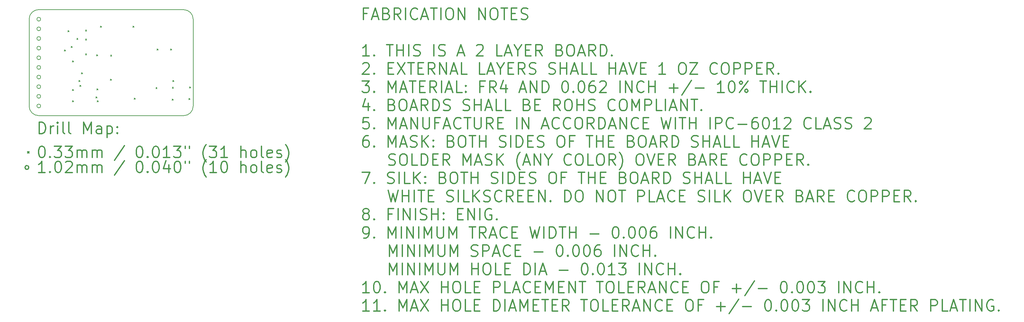
<source format=gbr>
G04 This is an RS-274x file exported by *
G04 gerbv version 2.6.0 *
G04 More information is available about gerbv at *
G04 http://gerbv.gpleda.org/ *
G04 --End of header info--*
%MOIN*%
%FSLAX34Y34*%
%IPPOS*%
G04 --Define apertures--*
%ADD10C,0.0050*%
%ADD11C,0.0060*%
%ADD12C,0.0079*%
%ADD13C,0.0118*%
%ADD14C,0.0138*%
G04 --Start main section--*
G54D11*
G01X0017138Y-023672D02*
G01X0017138Y-014672D01*
G01X0001128Y-024667D02*
G01X0016158Y-024667D01*
G01X0000128Y-014667D02*
G01X0000128Y-023667D01*
G01X0016158Y-013667D02*
G01X0001128Y-013667D01*
G01X0017138Y-014672D02*
G75*
G03X0016138Y-013672I-001000J0000000D01*
G01X0016138Y-024672D02*
G75*
G03X0017138Y-023672I0000000J0001000D01*
G01X0000128Y-023667D02*
G75*
G03X0001128Y-024667I0001000J0000000D01*
G01X0001128Y-013667D02*
G75*
G03X0000128Y-014667I0000000J-001000D01*
G54D12*
G01X0003782Y-017852D02*
G01X0003912Y-017982D01*
G01X0003912Y-017852D02*
G01X0003782Y-017982D01*
G01X0004138Y-015832D02*
G01X0004268Y-015962D01*
G01X0004268Y-015832D02*
G01X0004138Y-015962D01*
G01X0004488Y-017477D02*
G01X0004618Y-017607D01*
G01X0004618Y-017477D02*
G01X0004488Y-017607D01*
G01X0004603Y-023097D02*
G01X0004733Y-023227D01*
G01X0004733Y-023097D02*
G01X0004603Y-023227D01*
G01X0004613Y-018977D02*
G01X0004743Y-019107D01*
G01X0004743Y-018977D02*
G01X0004613Y-019107D01*
G01X0004613Y-021927D02*
G01X0004743Y-022057D01*
G01X0004743Y-021927D02*
G01X0004613Y-022057D01*
G01X0005063Y-016627D02*
G01X0005193Y-016757D01*
G01X0005193Y-016627D02*
G01X0005063Y-016757D01*
G01X0005273Y-021012D02*
G01X0005403Y-021142D01*
G01X0005403Y-021012D02*
G01X0005273Y-021142D01*
G01X0005388Y-021502D02*
G01X0005518Y-021632D01*
G01X0005518Y-021502D02*
G01X0005388Y-021632D01*
G01X0005543Y-020207D02*
G01X0005673Y-020337D01*
G01X0005673Y-020207D02*
G01X0005543Y-020337D01*
G01X0005963Y-015777D02*
G01X0006093Y-015907D01*
G01X0006093Y-015777D02*
G01X0005963Y-015907D01*
G01X0005963Y-016702D02*
G01X0006093Y-016832D01*
G01X0006093Y-016702D02*
G01X0005963Y-016832D01*
G01X0005963Y-018252D02*
G01X0006093Y-018382D01*
G01X0006093Y-018252D02*
G01X0005963Y-018382D01*
G01X0007038Y-022702D02*
G01X0007168Y-022832D01*
G01X0007168Y-022702D02*
G01X0007038Y-022832D01*
G01X0007113Y-018327D02*
G01X0007243Y-018457D01*
G01X0007243Y-018327D02*
G01X0007113Y-018457D01*
G01X0007138Y-021872D02*
G01X0007268Y-022002D01*
G01X0007268Y-021872D02*
G01X0007138Y-022002D01*
G01X0007193Y-023097D02*
G01X0007323Y-023227D01*
G01X0007323Y-023097D02*
G01X0007193Y-023227D01*
G01X0007513Y-015377D02*
G01X0007643Y-015507D01*
G01X0007643Y-015377D02*
G01X0007513Y-015507D01*
G01X0008538Y-020877D02*
G01X0008668Y-021007D01*
G01X0008668Y-020877D02*
G01X0008538Y-021007D01*
G01X0008563Y-018377D02*
G01X0008693Y-018507D01*
G01X0008693Y-018377D02*
G01X0008563Y-018507D01*
G01X0008563Y-018377D02*
G01X0008693Y-018507D01*
G01X0008693Y-018377D02*
G01X0008563Y-018507D01*
G01X0010873Y-015367D02*
G01X0011003Y-015497D01*
G01X0011003Y-015367D02*
G01X0010873Y-015497D01*
G01X0011023Y-022842D02*
G01X0011153Y-022972D01*
G01X0011153Y-022842D02*
G01X0011023Y-022972D01*
G01X0013263Y-021752D02*
G01X0013393Y-021882D01*
G01X0013393Y-021752D02*
G01X0013263Y-021882D01*
G01X0013388Y-017752D02*
G01X0013518Y-017882D01*
G01X0013518Y-017752D02*
G01X0013388Y-017882D01*
G01X0014788Y-017752D02*
G01X0014918Y-017882D01*
G01X0014918Y-017752D02*
G01X0014788Y-017882D01*
G01X0014938Y-022927D02*
G01X0015068Y-023057D01*
G01X0015068Y-022927D02*
G01X0014938Y-023057D01*
G01X0014963Y-021702D02*
G01X0015093Y-021832D01*
G01X0015093Y-021702D02*
G01X0014963Y-021832D01*
G01X0015013Y-021002D02*
G01X0015143Y-021132D01*
G01X0015143Y-021002D02*
G01X0015013Y-021132D01*
G01X0016688Y-022877D02*
G01X0016818Y-023007D01*
G01X0016818Y-022877D02*
G01X0016688Y-023007D01*
G01X0016738Y-021677D02*
G01X0016868Y-021807D01*
G01X0016868Y-021677D02*
G01X0016738Y-021807D01*
G01X0001328Y-014667D02*
G75*
G03X0001328Y-014667I-000200J0000000D01*
G01X0001328Y-015667D02*
G75*
G03X0001328Y-015667I-000200J0000000D01*
G01X0001328Y-016667D02*
G75*
G03X0001328Y-016667I-000200J0000000D01*
G01X0001328Y-017667D02*
G75*
G03X0001328Y-017667I-000200J0000000D01*
G01X0001328Y-018667D02*
G75*
G03X0001328Y-018667I-000200J0000000D01*
G01X0001328Y-019667D02*
G75*
G03X0001328Y-019667I-000200J0000000D01*
G01X0001328Y-020667D02*
G75*
G03X0001328Y-020667I-000200J0000000D01*
G01X0001328Y-021667D02*
G75*
G03X0001328Y-021667I-000200J0000000D01*
G01X0001328Y-022667D02*
G75*
G03X0001328Y-022667I-000200J0000000D01*
G01X0001328Y-023667D02*
G75*
G03X0001328Y-023667I-000200J0000000D01*
G54D13*
G01X0001167Y-026536D02*
G01X0001167Y-025354D01*
G01X0001167Y-025354D02*
G01X0001448Y-025354D01*
G01X0001448Y-025354D02*
G01X0001617Y-025411D01*
G01X0001617Y-025411D02*
G01X0001729Y-025523D01*
G01X0001729Y-025523D02*
G01X0001785Y-025636D01*
G01X0001785Y-025636D02*
G01X0001842Y-025861D01*
G01X0001842Y-025861D02*
G01X0001842Y-026029D01*
G01X0001842Y-026029D02*
G01X0001785Y-026254D01*
G01X0001785Y-026254D02*
G01X0001729Y-026367D01*
G01X0001729Y-026367D02*
G01X0001617Y-026479D01*
G01X0001617Y-026479D02*
G01X0001448Y-026536D01*
G01X0001448Y-026536D02*
G01X0001167Y-026536D01*
G01X0002348Y-026536D02*
G01X0002348Y-025748D01*
G01X0002348Y-025973D02*
G01X0002404Y-025861D01*
G01X0002404Y-025861D02*
G01X0002460Y-025804D01*
G01X0002460Y-025804D02*
G01X0002573Y-025748D01*
G01X0002573Y-025748D02*
G01X0002685Y-025748D01*
G01X0003079Y-026536D02*
G01X0003079Y-025748D01*
G01X0003079Y-025354D02*
G01X0003023Y-025411D01*
G01X0003023Y-025411D02*
G01X0003079Y-025467D01*
G01X0003079Y-025467D02*
G01X0003135Y-025411D01*
G01X0003135Y-025411D02*
G01X0003079Y-025354D01*
G01X0003079Y-025354D02*
G01X0003079Y-025467D01*
G01X0003810Y-026536D02*
G01X0003698Y-026479D01*
G01X0003698Y-026479D02*
G01X0003641Y-026367D01*
G01X0003641Y-026367D02*
G01X0003641Y-025354D01*
G01X0004429Y-026536D02*
G01X0004316Y-026479D01*
G01X0004316Y-026479D02*
G01X0004260Y-026367D01*
G01X0004260Y-026367D02*
G01X0004260Y-025354D01*
G01X0005779Y-026536D02*
G01X0005779Y-025354D01*
G01X0005779Y-025354D02*
G01X0006172Y-026198D01*
G01X0006172Y-026198D02*
G01X0006566Y-025354D01*
G01X0006566Y-025354D02*
G01X0006566Y-026536D01*
G01X0007635Y-026536D02*
G01X0007635Y-025917D01*
G01X0007635Y-025917D02*
G01X0007578Y-025804D01*
G01X0007578Y-025804D02*
G01X0007466Y-025748D01*
G01X0007466Y-025748D02*
G01X0007241Y-025748D01*
G01X0007241Y-025748D02*
G01X0007128Y-025804D01*
G01X0007635Y-026479D02*
G01X0007522Y-026536D01*
G01X0007522Y-026536D02*
G01X0007241Y-026536D01*
G01X0007241Y-026536D02*
G01X0007128Y-026479D01*
G01X0007128Y-026479D02*
G01X0007072Y-026367D01*
G01X0007072Y-026367D02*
G01X0007072Y-026254D01*
G01X0007072Y-026254D02*
G01X0007128Y-026142D01*
G01X0007128Y-026142D02*
G01X0007241Y-026086D01*
G01X0007241Y-026086D02*
G01X0007522Y-026086D01*
G01X0007522Y-026086D02*
G01X0007635Y-026029D01*
G01X0008197Y-025748D02*
G01X0008197Y-026929D01*
G01X0008197Y-025804D02*
G01X0008309Y-025748D01*
G01X0008309Y-025748D02*
G01X0008534Y-025748D01*
G01X0008534Y-025748D02*
G01X0008647Y-025804D01*
G01X0008647Y-025804D02*
G01X0008703Y-025861D01*
G01X0008703Y-025861D02*
G01X0008759Y-025973D01*
G01X0008759Y-025973D02*
G01X0008759Y-026311D01*
G01X0008759Y-026311D02*
G01X0008703Y-026423D01*
G01X0008703Y-026423D02*
G01X0008647Y-026479D01*
G01X0008647Y-026479D02*
G01X0008534Y-026536D01*
G01X0008534Y-026536D02*
G01X0008309Y-026536D01*
G01X0008309Y-026536D02*
G01X0008197Y-026479D01*
G01X0009266Y-026423D02*
G01X0009322Y-026479D01*
G01X0009322Y-026479D02*
G01X0009266Y-026536D01*
G01X0009266Y-026536D02*
G01X0009209Y-026479D01*
G01X0009209Y-026479D02*
G01X0009266Y-026423D01*
G01X0009266Y-026423D02*
G01X0009266Y-026536D01*
G01X0009266Y-025804D02*
G01X0009322Y-025861D01*
G01X0009322Y-025861D02*
G01X0009266Y-025917D01*
G01X0009266Y-025917D02*
G01X0009209Y-025861D01*
G01X0009209Y-025861D02*
G01X0009266Y-025804D01*
G01X0009266Y-025804D02*
G01X0009266Y-025917D01*
G01X-000032Y-028417D02*
G01X0000098Y-028547D01*
G01X0000098Y-028417D02*
G01X-000032Y-028547D01*
G01X0001392Y-027835D02*
G01X0001504Y-027835D01*
G01X0001504Y-027835D02*
G01X0001617Y-027891D01*
G01X0001617Y-027891D02*
G01X0001673Y-027947D01*
G01X0001673Y-027947D02*
G01X0001729Y-028060D01*
G01X0001729Y-028060D02*
G01X0001785Y-028285D01*
G01X0001785Y-028285D02*
G01X0001785Y-028566D01*
G01X0001785Y-028566D02*
G01X0001729Y-028791D01*
G01X0001729Y-028791D02*
G01X0001673Y-028903D01*
G01X0001673Y-028903D02*
G01X0001617Y-028960D01*
G01X0001617Y-028960D02*
G01X0001504Y-029016D01*
G01X0001504Y-029016D02*
G01X0001392Y-029016D01*
G01X0001392Y-029016D02*
G01X0001279Y-028960D01*
G01X0001279Y-028960D02*
G01X0001223Y-028903D01*
G01X0001223Y-028903D02*
G01X0001167Y-028791D01*
G01X0001167Y-028791D02*
G01X0001110Y-028566D01*
G01X0001110Y-028566D02*
G01X0001110Y-028285D01*
G01X0001110Y-028285D02*
G01X0001167Y-028060D01*
G01X0001167Y-028060D02*
G01X0001223Y-027947D01*
G01X0001223Y-027947D02*
G01X0001279Y-027891D01*
G01X0001279Y-027891D02*
G01X0001392Y-027835D01*
G01X0002291Y-028903D02*
G01X0002348Y-028960D01*
G01X0002348Y-028960D02*
G01X0002291Y-029016D01*
G01X0002291Y-029016D02*
G01X0002235Y-028960D01*
G01X0002235Y-028960D02*
G01X0002291Y-028903D01*
G01X0002291Y-028903D02*
G01X0002291Y-029016D01*
G01X0002741Y-027835D02*
G01X0003473Y-027835D01*
G01X0003473Y-027835D02*
G01X0003079Y-028285D01*
G01X0003079Y-028285D02*
G01X0003248Y-028285D01*
G01X0003248Y-028285D02*
G01X0003360Y-028341D01*
G01X0003360Y-028341D02*
G01X0003416Y-028397D01*
G01X0003416Y-028397D02*
G01X0003473Y-028510D01*
G01X0003473Y-028510D02*
G01X0003473Y-028791D01*
G01X0003473Y-028791D02*
G01X0003416Y-028903D01*
G01X0003416Y-028903D02*
G01X0003360Y-028960D01*
G01X0003360Y-028960D02*
G01X0003248Y-029016D01*
G01X0003248Y-029016D02*
G01X0002910Y-029016D01*
G01X0002910Y-029016D02*
G01X0002798Y-028960D01*
G01X0002798Y-028960D02*
G01X0002741Y-028903D01*
G01X0003866Y-027835D02*
G01X0004597Y-027835D01*
G01X0004597Y-027835D02*
G01X0004204Y-028285D01*
G01X0004204Y-028285D02*
G01X0004372Y-028285D01*
G01X0004372Y-028285D02*
G01X0004485Y-028341D01*
G01X0004485Y-028341D02*
G01X0004541Y-028397D01*
G01X0004541Y-028397D02*
G01X0004597Y-028510D01*
G01X0004597Y-028510D02*
G01X0004597Y-028791D01*
G01X0004597Y-028791D02*
G01X0004541Y-028903D01*
G01X0004541Y-028903D02*
G01X0004485Y-028960D01*
G01X0004485Y-028960D02*
G01X0004372Y-029016D01*
G01X0004372Y-029016D02*
G01X0004035Y-029016D01*
G01X0004035Y-029016D02*
G01X0003923Y-028960D01*
G01X0003923Y-028960D02*
G01X0003866Y-028903D01*
G01X0005104Y-029016D02*
G01X0005104Y-028228D01*
G01X0005104Y-028341D02*
G01X0005160Y-028285D01*
G01X0005160Y-028285D02*
G01X0005272Y-028228D01*
G01X0005272Y-028228D02*
G01X0005441Y-028228D01*
G01X0005441Y-028228D02*
G01X0005554Y-028285D01*
G01X0005554Y-028285D02*
G01X0005610Y-028397D01*
G01X0005610Y-028397D02*
G01X0005610Y-029016D01*
G01X0005610Y-028397D02*
G01X0005666Y-028285D01*
G01X0005666Y-028285D02*
G01X0005779Y-028228D01*
G01X0005779Y-028228D02*
G01X0005947Y-028228D01*
G01X0005947Y-028228D02*
G01X0006060Y-028285D01*
G01X0006060Y-028285D02*
G01X0006116Y-028397D01*
G01X0006116Y-028397D02*
G01X0006116Y-029016D01*
G01X0006678Y-029016D02*
G01X0006678Y-028228D01*
G01X0006678Y-028341D02*
G01X0006735Y-028285D01*
G01X0006735Y-028285D02*
G01X0006847Y-028228D01*
G01X0006847Y-028228D02*
G01X0007016Y-028228D01*
G01X0007016Y-028228D02*
G01X0007128Y-028285D01*
G01X0007128Y-028285D02*
G01X0007185Y-028397D01*
G01X0007185Y-028397D02*
G01X0007185Y-029016D01*
G01X0007185Y-028397D02*
G01X0007241Y-028285D01*
G01X0007241Y-028285D02*
G01X0007353Y-028228D01*
G01X0007353Y-028228D02*
G01X0007522Y-028228D01*
G01X0007522Y-028228D02*
G01X0007635Y-028285D01*
G01X0007635Y-028285D02*
G01X0007691Y-028397D01*
G01X0007691Y-028397D02*
G01X0007691Y-029016D01*
G01X0009997Y-027778D02*
G01X0008984Y-029297D01*
G01X0011515Y-027835D02*
G01X0011628Y-027835D01*
G01X0011628Y-027835D02*
G01X0011740Y-027891D01*
G01X0011740Y-027891D02*
G01X0011797Y-027947D01*
G01X0011797Y-027947D02*
G01X0011853Y-028060D01*
G01X0011853Y-028060D02*
G01X0011909Y-028285D01*
G01X0011909Y-028285D02*
G01X0011909Y-028566D01*
G01X0011909Y-028566D02*
G01X0011853Y-028791D01*
G01X0011853Y-028791D02*
G01X0011797Y-028903D01*
G01X0011797Y-028903D02*
G01X0011740Y-028960D01*
G01X0011740Y-028960D02*
G01X0011628Y-029016D01*
G01X0011628Y-029016D02*
G01X0011515Y-029016D01*
G01X0011515Y-029016D02*
G01X0011403Y-028960D01*
G01X0011403Y-028960D02*
G01X0011347Y-028903D01*
G01X0011347Y-028903D02*
G01X0011290Y-028791D01*
G01X0011290Y-028791D02*
G01X0011234Y-028566D01*
G01X0011234Y-028566D02*
G01X0011234Y-028285D01*
G01X0011234Y-028285D02*
G01X0011290Y-028060D01*
G01X0011290Y-028060D02*
G01X0011347Y-027947D01*
G01X0011347Y-027947D02*
G01X0011403Y-027891D01*
G01X0011403Y-027891D02*
G01X0011515Y-027835D01*
G01X0012415Y-028903D02*
G01X0012471Y-028960D01*
G01X0012471Y-028960D02*
G01X0012415Y-029016D01*
G01X0012415Y-029016D02*
G01X0012359Y-028960D01*
G01X0012359Y-028960D02*
G01X0012415Y-028903D01*
G01X0012415Y-028903D02*
G01X0012415Y-029016D01*
G01X0013203Y-027835D02*
G01X0013315Y-027835D01*
G01X0013315Y-027835D02*
G01X0013428Y-027891D01*
G01X0013428Y-027891D02*
G01X0013484Y-027947D01*
G01X0013484Y-027947D02*
G01X0013540Y-028060D01*
G01X0013540Y-028060D02*
G01X0013596Y-028285D01*
G01X0013596Y-028285D02*
G01X0013596Y-028566D01*
G01X0013596Y-028566D02*
G01X0013540Y-028791D01*
G01X0013540Y-028791D02*
G01X0013484Y-028903D01*
G01X0013484Y-028903D02*
G01X0013428Y-028960D01*
G01X0013428Y-028960D02*
G01X0013315Y-029016D01*
G01X0013315Y-029016D02*
G01X0013203Y-029016D01*
G01X0013203Y-029016D02*
G01X0013090Y-028960D01*
G01X0013090Y-028960D02*
G01X0013034Y-028903D01*
G01X0013034Y-028903D02*
G01X0012978Y-028791D01*
G01X0012978Y-028791D02*
G01X0012921Y-028566D01*
G01X0012921Y-028566D02*
G01X0012921Y-028285D01*
G01X0012921Y-028285D02*
G01X0012978Y-028060D01*
G01X0012978Y-028060D02*
G01X0013034Y-027947D01*
G01X0013034Y-027947D02*
G01X0013090Y-027891D01*
G01X0013090Y-027891D02*
G01X0013203Y-027835D01*
G01X0014721Y-029016D02*
G01X0014046Y-029016D01*
G01X0014384Y-029016D02*
G01X0014384Y-027835D01*
G01X0014384Y-027835D02*
G01X0014271Y-028003D01*
G01X0014271Y-028003D02*
G01X0014159Y-028116D01*
G01X0014159Y-028116D02*
G01X0014046Y-028172D01*
G01X0015115Y-027835D02*
G01X0015846Y-027835D01*
G01X0015846Y-027835D02*
G01X0015452Y-028285D01*
G01X0015452Y-028285D02*
G01X0015621Y-028285D01*
G01X0015621Y-028285D02*
G01X0015734Y-028341D01*
G01X0015734Y-028341D02*
G01X0015790Y-028397D01*
G01X0015790Y-028397D02*
G01X0015846Y-028510D01*
G01X0015846Y-028510D02*
G01X0015846Y-028791D01*
G01X0015846Y-028791D02*
G01X0015790Y-028903D01*
G01X0015790Y-028903D02*
G01X0015734Y-028960D01*
G01X0015734Y-028960D02*
G01X0015621Y-029016D01*
G01X0015621Y-029016D02*
G01X0015284Y-029016D01*
G01X0015284Y-029016D02*
G01X0015171Y-028960D01*
G01X0015171Y-028960D02*
G01X0015115Y-028903D01*
G01X0016296Y-027835D02*
G01X0016296Y-028060D01*
G01X0016746Y-027835D02*
G01X0016746Y-028060D01*
G01X0018489Y-029466D02*
G01X0018433Y-029410D01*
G01X0018433Y-029410D02*
G01X0018321Y-029241D01*
G01X0018321Y-029241D02*
G01X0018264Y-029128D01*
G01X0018264Y-029128D02*
G01X0018208Y-028960D01*
G01X0018208Y-028960D02*
G01X0018152Y-028678D01*
G01X0018152Y-028678D02*
G01X0018152Y-028453D01*
G01X0018152Y-028453D02*
G01X0018208Y-028172D01*
G01X0018208Y-028172D02*
G01X0018264Y-028003D01*
G01X0018264Y-028003D02*
G01X0018321Y-027891D01*
G01X0018321Y-027891D02*
G01X0018433Y-027722D01*
G01X0018433Y-027722D02*
G01X0018489Y-027666D01*
G01X0018827Y-027835D02*
G01X0019558Y-027835D01*
G01X0019558Y-027835D02*
G01X0019164Y-028285D01*
G01X0019164Y-028285D02*
G01X0019333Y-028285D01*
G01X0019333Y-028285D02*
G01X0019446Y-028341D01*
G01X0019446Y-028341D02*
G01X0019502Y-028397D01*
G01X0019502Y-028397D02*
G01X0019558Y-028510D01*
G01X0019558Y-028510D02*
G01X0019558Y-028791D01*
G01X0019558Y-028791D02*
G01X0019502Y-028903D01*
G01X0019502Y-028903D02*
G01X0019446Y-028960D01*
G01X0019446Y-028960D02*
G01X0019333Y-029016D01*
G01X0019333Y-029016D02*
G01X0018996Y-029016D01*
G01X0018996Y-029016D02*
G01X0018883Y-028960D01*
G01X0018883Y-028960D02*
G01X0018827Y-028903D01*
G01X0020683Y-029016D02*
G01X0020008Y-029016D01*
G01X0020345Y-029016D02*
G01X0020345Y-027835D01*
G01X0020345Y-027835D02*
G01X0020233Y-028003D01*
G01X0020233Y-028003D02*
G01X0020120Y-028116D01*
G01X0020120Y-028116D02*
G01X0020008Y-028172D01*
G01X0022089Y-029016D02*
G01X0022089Y-027835D01*
G01X0022595Y-029016D02*
G01X0022595Y-028397D01*
G01X0022595Y-028397D02*
G01X0022539Y-028285D01*
G01X0022539Y-028285D02*
G01X0022426Y-028228D01*
G01X0022426Y-028228D02*
G01X0022258Y-028228D01*
G01X0022258Y-028228D02*
G01X0022145Y-028285D01*
G01X0022145Y-028285D02*
G01X0022089Y-028341D01*
G01X0023326Y-029016D02*
G01X0023214Y-028960D01*
G01X0023214Y-028960D02*
G01X0023158Y-028903D01*
G01X0023158Y-028903D02*
G01X0023101Y-028791D01*
G01X0023101Y-028791D02*
G01X0023101Y-028453D01*
G01X0023101Y-028453D02*
G01X0023158Y-028341D01*
G01X0023158Y-028341D02*
G01X0023214Y-028285D01*
G01X0023214Y-028285D02*
G01X0023326Y-028228D01*
G01X0023326Y-028228D02*
G01X0023495Y-028228D01*
G01X0023495Y-028228D02*
G01X0023608Y-028285D01*
G01X0023608Y-028285D02*
G01X0023664Y-028341D01*
G01X0023664Y-028341D02*
G01X0023720Y-028453D01*
G01X0023720Y-028453D02*
G01X0023720Y-028791D01*
G01X0023720Y-028791D02*
G01X0023664Y-028903D01*
G01X0023664Y-028903D02*
G01X0023608Y-028960D01*
G01X0023608Y-028960D02*
G01X0023495Y-029016D01*
G01X0023495Y-029016D02*
G01X0023326Y-029016D01*
G01X0024395Y-029016D02*
G01X0024282Y-028960D01*
G01X0024282Y-028960D02*
G01X0024226Y-028847D01*
G01X0024226Y-028847D02*
G01X0024226Y-027835D01*
G01X0025295Y-028960D02*
G01X0025182Y-029016D01*
G01X0025182Y-029016D02*
G01X0024957Y-029016D01*
G01X0024957Y-029016D02*
G01X0024845Y-028960D01*
G01X0024845Y-028960D02*
G01X0024789Y-028847D01*
G01X0024789Y-028847D02*
G01X0024789Y-028397D01*
G01X0024789Y-028397D02*
G01X0024845Y-028285D01*
G01X0024845Y-028285D02*
G01X0024957Y-028228D01*
G01X0024957Y-028228D02*
G01X0025182Y-028228D01*
G01X0025182Y-028228D02*
G01X0025295Y-028285D01*
G01X0025295Y-028285D02*
G01X0025351Y-028397D01*
G01X0025351Y-028397D02*
G01X0025351Y-028510D01*
G01X0025351Y-028510D02*
G01X0024789Y-028622D01*
G01X0025801Y-028960D02*
G01X0025914Y-029016D01*
G01X0025914Y-029016D02*
G01X0026138Y-029016D01*
G01X0026138Y-029016D02*
G01X0026251Y-028960D01*
G01X0026251Y-028960D02*
G01X0026307Y-028847D01*
G01X0026307Y-028847D02*
G01X0026307Y-028791D01*
G01X0026307Y-028791D02*
G01X0026251Y-028678D01*
G01X0026251Y-028678D02*
G01X0026138Y-028622D01*
G01X0026138Y-028622D02*
G01X0025970Y-028622D01*
G01X0025970Y-028622D02*
G01X0025857Y-028566D01*
G01X0025857Y-028566D02*
G01X0025801Y-028453D01*
G01X0025801Y-028453D02*
G01X0025801Y-028397D01*
G01X0025801Y-028397D02*
G01X0025857Y-028285D01*
G01X0025857Y-028285D02*
G01X0025970Y-028228D01*
G01X0025970Y-028228D02*
G01X0026138Y-028228D01*
G01X0026138Y-028228D02*
G01X0026251Y-028285D01*
G01X0026701Y-029466D02*
G01X0026757Y-029410D01*
G01X0026757Y-029410D02*
G01X0026870Y-029241D01*
G01X0026870Y-029241D02*
G01X0026926Y-029128D01*
G01X0026926Y-029128D02*
G01X0026982Y-028960D01*
G01X0026982Y-028960D02*
G01X0027038Y-028678D01*
G01X0027038Y-028678D02*
G01X0027038Y-028453D01*
G01X0027038Y-028453D02*
G01X0026982Y-028172D01*
G01X0026982Y-028172D02*
G01X0026926Y-028003D01*
G01X0026926Y-028003D02*
G01X0026870Y-027891D01*
G01X0026870Y-027891D02*
G01X0026757Y-027722D01*
G01X0026757Y-027722D02*
G01X0026701Y-027666D01*
G01X0000098Y-030041D02*
G75*
G03X0000098Y-030041I-000200J0000000D01*
G01X0001785Y-030575D02*
G01X0001110Y-030575D01*
G01X0001448Y-030575D02*
G01X0001448Y-029394D01*
G01X0001448Y-029394D02*
G01X0001335Y-029563D01*
G01X0001335Y-029563D02*
G01X0001223Y-029675D01*
G01X0001223Y-029675D02*
G01X0001110Y-029731D01*
G01X0002291Y-030462D02*
G01X0002348Y-030519D01*
G01X0002348Y-030519D02*
G01X0002291Y-030575D01*
G01X0002291Y-030575D02*
G01X0002235Y-030519D01*
G01X0002235Y-030519D02*
G01X0002291Y-030462D01*
G01X0002291Y-030462D02*
G01X0002291Y-030575D01*
G01X0003079Y-029394D02*
G01X0003191Y-029394D01*
G01X0003191Y-029394D02*
G01X0003304Y-029450D01*
G01X0003304Y-029450D02*
G01X0003360Y-029506D01*
G01X0003360Y-029506D02*
G01X0003416Y-029619D01*
G01X0003416Y-029619D02*
G01X0003473Y-029844D01*
G01X0003473Y-029844D02*
G01X0003473Y-030125D01*
G01X0003473Y-030125D02*
G01X0003416Y-030350D01*
G01X0003416Y-030350D02*
G01X0003360Y-030462D01*
G01X0003360Y-030462D02*
G01X0003304Y-030519D01*
G01X0003304Y-030519D02*
G01X0003191Y-030575D01*
G01X0003191Y-030575D02*
G01X0003079Y-030575D01*
G01X0003079Y-030575D02*
G01X0002966Y-030519D01*
G01X0002966Y-030519D02*
G01X0002910Y-030462D01*
G01X0002910Y-030462D02*
G01X0002854Y-030350D01*
G01X0002854Y-030350D02*
G01X0002798Y-030125D01*
G01X0002798Y-030125D02*
G01X0002798Y-029844D01*
G01X0002798Y-029844D02*
G01X0002854Y-029619D01*
G01X0002854Y-029619D02*
G01X0002910Y-029506D01*
G01X0002910Y-029506D02*
G01X0002966Y-029450D01*
G01X0002966Y-029450D02*
G01X0003079Y-029394D01*
G01X0003923Y-029506D02*
G01X0003979Y-029450D01*
G01X0003979Y-029450D02*
G01X0004091Y-029394D01*
G01X0004091Y-029394D02*
G01X0004372Y-029394D01*
G01X0004372Y-029394D02*
G01X0004485Y-029450D01*
G01X0004485Y-029450D02*
G01X0004541Y-029506D01*
G01X0004541Y-029506D02*
G01X0004597Y-029619D01*
G01X0004597Y-029619D02*
G01X0004597Y-029731D01*
G01X0004597Y-029731D02*
G01X0004541Y-029900D01*
G01X0004541Y-029900D02*
G01X0003866Y-030575D01*
G01X0003866Y-030575D02*
G01X0004597Y-030575D01*
G01X0005104Y-030575D02*
G01X0005104Y-029787D01*
G01X0005104Y-029900D02*
G01X0005160Y-029844D01*
G01X0005160Y-029844D02*
G01X0005272Y-029787D01*
G01X0005272Y-029787D02*
G01X0005441Y-029787D01*
G01X0005441Y-029787D02*
G01X0005554Y-029844D01*
G01X0005554Y-029844D02*
G01X0005610Y-029956D01*
G01X0005610Y-029956D02*
G01X0005610Y-030575D01*
G01X0005610Y-029956D02*
G01X0005666Y-029844D01*
G01X0005666Y-029844D02*
G01X0005779Y-029787D01*
G01X0005779Y-029787D02*
G01X0005947Y-029787D01*
G01X0005947Y-029787D02*
G01X0006060Y-029844D01*
G01X0006060Y-029844D02*
G01X0006116Y-029956D01*
G01X0006116Y-029956D02*
G01X0006116Y-030575D01*
G01X0006678Y-030575D02*
G01X0006678Y-029787D01*
G01X0006678Y-029900D02*
G01X0006735Y-029844D01*
G01X0006735Y-029844D02*
G01X0006847Y-029787D01*
G01X0006847Y-029787D02*
G01X0007016Y-029787D01*
G01X0007016Y-029787D02*
G01X0007128Y-029844D01*
G01X0007128Y-029844D02*
G01X0007185Y-029956D01*
G01X0007185Y-029956D02*
G01X0007185Y-030575D01*
G01X0007185Y-029956D02*
G01X0007241Y-029844D01*
G01X0007241Y-029844D02*
G01X0007353Y-029787D01*
G01X0007353Y-029787D02*
G01X0007522Y-029787D01*
G01X0007522Y-029787D02*
G01X0007635Y-029844D01*
G01X0007635Y-029844D02*
G01X0007691Y-029956D01*
G01X0007691Y-029956D02*
G01X0007691Y-030575D01*
G01X0009997Y-029338D02*
G01X0008984Y-030856D01*
G01X0011515Y-029394D02*
G01X0011628Y-029394D01*
G01X0011628Y-029394D02*
G01X0011740Y-029450D01*
G01X0011740Y-029450D02*
G01X0011797Y-029506D01*
G01X0011797Y-029506D02*
G01X0011853Y-029619D01*
G01X0011853Y-029619D02*
G01X0011909Y-029844D01*
G01X0011909Y-029844D02*
G01X0011909Y-030125D01*
G01X0011909Y-030125D02*
G01X0011853Y-030350D01*
G01X0011853Y-030350D02*
G01X0011797Y-030462D01*
G01X0011797Y-030462D02*
G01X0011740Y-030519D01*
G01X0011740Y-030519D02*
G01X0011628Y-030575D01*
G01X0011628Y-030575D02*
G01X0011515Y-030575D01*
G01X0011515Y-030575D02*
G01X0011403Y-030519D01*
G01X0011403Y-030519D02*
G01X0011347Y-030462D01*
G01X0011347Y-030462D02*
G01X0011290Y-030350D01*
G01X0011290Y-030350D02*
G01X0011234Y-030125D01*
G01X0011234Y-030125D02*
G01X0011234Y-029844D01*
G01X0011234Y-029844D02*
G01X0011290Y-029619D01*
G01X0011290Y-029619D02*
G01X0011347Y-029506D01*
G01X0011347Y-029506D02*
G01X0011403Y-029450D01*
G01X0011403Y-029450D02*
G01X0011515Y-029394D01*
G01X0012415Y-030462D02*
G01X0012471Y-030519D01*
G01X0012471Y-030519D02*
G01X0012415Y-030575D01*
G01X0012415Y-030575D02*
G01X0012359Y-030519D01*
G01X0012359Y-030519D02*
G01X0012415Y-030462D01*
G01X0012415Y-030462D02*
G01X0012415Y-030575D01*
G01X0013203Y-029394D02*
G01X0013315Y-029394D01*
G01X0013315Y-029394D02*
G01X0013428Y-029450D01*
G01X0013428Y-029450D02*
G01X0013484Y-029506D01*
G01X0013484Y-029506D02*
G01X0013540Y-029619D01*
G01X0013540Y-029619D02*
G01X0013596Y-029844D01*
G01X0013596Y-029844D02*
G01X0013596Y-030125D01*
G01X0013596Y-030125D02*
G01X0013540Y-030350D01*
G01X0013540Y-030350D02*
G01X0013484Y-030462D01*
G01X0013484Y-030462D02*
G01X0013428Y-030519D01*
G01X0013428Y-030519D02*
G01X0013315Y-030575D01*
G01X0013315Y-030575D02*
G01X0013203Y-030575D01*
G01X0013203Y-030575D02*
G01X0013090Y-030519D01*
G01X0013090Y-030519D02*
G01X0013034Y-030462D01*
G01X0013034Y-030462D02*
G01X0012978Y-030350D01*
G01X0012978Y-030350D02*
G01X0012921Y-030125D01*
G01X0012921Y-030125D02*
G01X0012921Y-029844D01*
G01X0012921Y-029844D02*
G01X0012978Y-029619D01*
G01X0012978Y-029619D02*
G01X0013034Y-029506D01*
G01X0013034Y-029506D02*
G01X0013090Y-029450D01*
G01X0013090Y-029450D02*
G01X0013203Y-029394D01*
G01X0014609Y-029787D02*
G01X0014609Y-030575D01*
G01X0014327Y-029338D02*
G01X0014046Y-030181D01*
G01X0014046Y-030181D02*
G01X0014777Y-030181D01*
G01X0015452Y-029394D02*
G01X0015565Y-029394D01*
G01X0015565Y-029394D02*
G01X0015677Y-029450D01*
G01X0015677Y-029450D02*
G01X0015734Y-029506D01*
G01X0015734Y-029506D02*
G01X0015790Y-029619D01*
G01X0015790Y-029619D02*
G01X0015846Y-029844D01*
G01X0015846Y-029844D02*
G01X0015846Y-030125D01*
G01X0015846Y-030125D02*
G01X0015790Y-030350D01*
G01X0015790Y-030350D02*
G01X0015734Y-030462D01*
G01X0015734Y-030462D02*
G01X0015677Y-030519D01*
G01X0015677Y-030519D02*
G01X0015565Y-030575D01*
G01X0015565Y-030575D02*
G01X0015452Y-030575D01*
G01X0015452Y-030575D02*
G01X0015340Y-030519D01*
G01X0015340Y-030519D02*
G01X0015284Y-030462D01*
G01X0015284Y-030462D02*
G01X0015227Y-030350D01*
G01X0015227Y-030350D02*
G01X0015171Y-030125D01*
G01X0015171Y-030125D02*
G01X0015171Y-029844D01*
G01X0015171Y-029844D02*
G01X0015227Y-029619D01*
G01X0015227Y-029619D02*
G01X0015284Y-029506D01*
G01X0015284Y-029506D02*
G01X0015340Y-029450D01*
G01X0015340Y-029450D02*
G01X0015452Y-029394D01*
G01X0016296Y-029394D02*
G01X0016296Y-029619D01*
G01X0016746Y-029394D02*
G01X0016746Y-029619D01*
G01X0018489Y-031025D02*
G01X0018433Y-030969D01*
G01X0018433Y-030969D02*
G01X0018321Y-030800D01*
G01X0018321Y-030800D02*
G01X0018264Y-030687D01*
G01X0018264Y-030687D02*
G01X0018208Y-030519D01*
G01X0018208Y-030519D02*
G01X0018152Y-030237D01*
G01X0018152Y-030237D02*
G01X0018152Y-030012D01*
G01X0018152Y-030012D02*
G01X0018208Y-029731D01*
G01X0018208Y-029731D02*
G01X0018264Y-029563D01*
G01X0018264Y-029563D02*
G01X0018321Y-029450D01*
G01X0018321Y-029450D02*
G01X0018433Y-029281D01*
G01X0018433Y-029281D02*
G01X0018489Y-029225D01*
G01X0019558Y-030575D02*
G01X0018883Y-030575D01*
G01X0019221Y-030575D02*
G01X0019221Y-029394D01*
G01X0019221Y-029394D02*
G01X0019108Y-029563D01*
G01X0019108Y-029563D02*
G01X0018996Y-029675D01*
G01X0018996Y-029675D02*
G01X0018883Y-029731D01*
G01X0020289Y-029394D02*
G01X0020402Y-029394D01*
G01X0020402Y-029394D02*
G01X0020514Y-029450D01*
G01X0020514Y-029450D02*
G01X0020570Y-029506D01*
G01X0020570Y-029506D02*
G01X0020627Y-029619D01*
G01X0020627Y-029619D02*
G01X0020683Y-029844D01*
G01X0020683Y-029844D02*
G01X0020683Y-030125D01*
G01X0020683Y-030125D02*
G01X0020627Y-030350D01*
G01X0020627Y-030350D02*
G01X0020570Y-030462D01*
G01X0020570Y-030462D02*
G01X0020514Y-030519D01*
G01X0020514Y-030519D02*
G01X0020402Y-030575D01*
G01X0020402Y-030575D02*
G01X0020289Y-030575D01*
G01X0020289Y-030575D02*
G01X0020177Y-030519D01*
G01X0020177Y-030519D02*
G01X0020120Y-030462D01*
G01X0020120Y-030462D02*
G01X0020064Y-030350D01*
G01X0020064Y-030350D02*
G01X0020008Y-030125D01*
G01X0020008Y-030125D02*
G01X0020008Y-029844D01*
G01X0020008Y-029844D02*
G01X0020064Y-029619D01*
G01X0020064Y-029619D02*
G01X0020120Y-029506D01*
G01X0020120Y-029506D02*
G01X0020177Y-029450D01*
G01X0020177Y-029450D02*
G01X0020289Y-029394D01*
G01X0022089Y-030575D02*
G01X0022089Y-029394D01*
G01X0022595Y-030575D02*
G01X0022595Y-029956D01*
G01X0022595Y-029956D02*
G01X0022539Y-029844D01*
G01X0022539Y-029844D02*
G01X0022426Y-029787D01*
G01X0022426Y-029787D02*
G01X0022258Y-029787D01*
G01X0022258Y-029787D02*
G01X0022145Y-029844D01*
G01X0022145Y-029844D02*
G01X0022089Y-029900D01*
G01X0023326Y-030575D02*
G01X0023214Y-030519D01*
G01X0023214Y-030519D02*
G01X0023158Y-030462D01*
G01X0023158Y-030462D02*
G01X0023101Y-030350D01*
G01X0023101Y-030350D02*
G01X0023101Y-030012D01*
G01X0023101Y-030012D02*
G01X0023158Y-029900D01*
G01X0023158Y-029900D02*
G01X0023214Y-029844D01*
G01X0023214Y-029844D02*
G01X0023326Y-029787D01*
G01X0023326Y-029787D02*
G01X0023495Y-029787D01*
G01X0023495Y-029787D02*
G01X0023608Y-029844D01*
G01X0023608Y-029844D02*
G01X0023664Y-029900D01*
G01X0023664Y-029900D02*
G01X0023720Y-030012D01*
G01X0023720Y-030012D02*
G01X0023720Y-030350D01*
G01X0023720Y-030350D02*
G01X0023664Y-030462D01*
G01X0023664Y-030462D02*
G01X0023608Y-030519D01*
G01X0023608Y-030519D02*
G01X0023495Y-030575D01*
G01X0023495Y-030575D02*
G01X0023326Y-030575D01*
G01X0024395Y-030575D02*
G01X0024282Y-030519D01*
G01X0024282Y-030519D02*
G01X0024226Y-030406D01*
G01X0024226Y-030406D02*
G01X0024226Y-029394D01*
G01X0025295Y-030519D02*
G01X0025182Y-030575D01*
G01X0025182Y-030575D02*
G01X0024957Y-030575D01*
G01X0024957Y-030575D02*
G01X0024845Y-030519D01*
G01X0024845Y-030519D02*
G01X0024789Y-030406D01*
G01X0024789Y-030406D02*
G01X0024789Y-029956D01*
G01X0024789Y-029956D02*
G01X0024845Y-029844D01*
G01X0024845Y-029844D02*
G01X0024957Y-029787D01*
G01X0024957Y-029787D02*
G01X0025182Y-029787D01*
G01X0025182Y-029787D02*
G01X0025295Y-029844D01*
G01X0025295Y-029844D02*
G01X0025351Y-029956D01*
G01X0025351Y-029956D02*
G01X0025351Y-030069D01*
G01X0025351Y-030069D02*
G01X0024789Y-030181D01*
G01X0025801Y-030519D02*
G01X0025914Y-030575D01*
G01X0025914Y-030575D02*
G01X0026138Y-030575D01*
G01X0026138Y-030575D02*
G01X0026251Y-030519D01*
G01X0026251Y-030519D02*
G01X0026307Y-030406D01*
G01X0026307Y-030406D02*
G01X0026307Y-030350D01*
G01X0026307Y-030350D02*
G01X0026251Y-030237D01*
G01X0026251Y-030237D02*
G01X0026138Y-030181D01*
G01X0026138Y-030181D02*
G01X0025970Y-030181D01*
G01X0025970Y-030181D02*
G01X0025857Y-030125D01*
G01X0025857Y-030125D02*
G01X0025801Y-030012D01*
G01X0025801Y-030012D02*
G01X0025801Y-029956D01*
G01X0025801Y-029956D02*
G01X0025857Y-029844D01*
G01X0025857Y-029844D02*
G01X0025970Y-029787D01*
G01X0025970Y-029787D02*
G01X0026138Y-029787D01*
G01X0026138Y-029787D02*
G01X0026251Y-029844D01*
G01X0026701Y-031025D02*
G01X0026757Y-030969D01*
G01X0026757Y-030969D02*
G01X0026870Y-030800D01*
G01X0026870Y-030800D02*
G01X0026926Y-030687D01*
G01X0026926Y-030687D02*
G01X0026982Y-030519D01*
G01X0026982Y-030519D02*
G01X0027038Y-030237D01*
G01X0027038Y-030237D02*
G01X0027038Y-030012D01*
G01X0027038Y-030012D02*
G01X0026982Y-029731D01*
G01X0026982Y-029731D02*
G01X0026926Y-029563D01*
G01X0026926Y-029563D02*
G01X0026870Y-029450D01*
G01X0026870Y-029450D02*
G01X0026757Y-029281D01*
G01X0026757Y-029281D02*
G01X0026701Y-029225D01*
G01X0000000Y0000000D02*
G54D11*
G01X0017138Y-023672D02*
G01X0017138Y-014672D01*
G01X0001128Y-024667D02*
G01X0016158Y-024667D01*
G01X0000128Y-014667D02*
G01X0000128Y-023667D01*
G01X0016158Y-013667D02*
G01X0001128Y-013667D01*
G01X0017138Y-014672D02*
G75*
G03X0016138Y-013672I-001000J0000000D01*
G01X0016138Y-024672D02*
G75*
G03X0017138Y-023672I0000000J0001000D01*
G01X0000128Y-023667D02*
G75*
G03X0001128Y-024667I0001000J0000000D01*
G01X0001128Y-013667D02*
G75*
G03X0000128Y-014667I0000000J-001000D01*
G01X0000000Y0000000D02*
G54D13*
G01X0035157Y-014082D02*
G01X0034763Y-014082D01*
G01X0034763Y-014700D02*
G01X0034763Y-013519D01*
G01X0034763Y-013519D02*
G01X0035326Y-013519D01*
G01X0035719Y-014363D02*
G01X0036282Y-014363D01*
G01X0035607Y-014700D02*
G01X0036001Y-013519D01*
G01X0036001Y-013519D02*
G01X0036394Y-014700D01*
G01X0037182Y-014082D02*
G01X0037350Y-014138D01*
G01X0037350Y-014138D02*
G01X0037407Y-014194D01*
G01X0037407Y-014194D02*
G01X0037463Y-014306D01*
G01X0037463Y-014306D02*
G01X0037463Y-014475D01*
G01X0037463Y-014475D02*
G01X0037407Y-014588D01*
G01X0037407Y-014588D02*
G01X0037350Y-014644D01*
G01X0037350Y-014644D02*
G01X0037238Y-014700D01*
G01X0037238Y-014700D02*
G01X0036788Y-014700D01*
G01X0036788Y-014700D02*
G01X0036788Y-013519D01*
G01X0036788Y-013519D02*
G01X0037182Y-013519D01*
G01X0037182Y-013519D02*
G01X0037294Y-013575D01*
G01X0037294Y-013575D02*
G01X0037350Y-013632D01*
G01X0037350Y-013632D02*
G01X0037407Y-013744D01*
G01X0037407Y-013744D02*
G01X0037407Y-013857D01*
G01X0037407Y-013857D02*
G01X0037350Y-013969D01*
G01X0037350Y-013969D02*
G01X0037294Y-014025D01*
G01X0037294Y-014025D02*
G01X0037182Y-014082D01*
G01X0037182Y-014082D02*
G01X0036788Y-014082D01*
G01X0038644Y-014700D02*
G01X0038250Y-014138D01*
G01X0037969Y-014700D02*
G01X0037969Y-013519D01*
G01X0037969Y-013519D02*
G01X0038419Y-013519D01*
G01X0038419Y-013519D02*
G01X0038531Y-013575D01*
G01X0038531Y-013575D02*
G01X0038588Y-013632D01*
G01X0038588Y-013632D02*
G01X0038644Y-013744D01*
G01X0038644Y-013744D02*
G01X0038644Y-013913D01*
G01X0038644Y-013913D02*
G01X0038588Y-014025D01*
G01X0038588Y-014025D02*
G01X0038531Y-014082D01*
G01X0038531Y-014082D02*
G01X0038419Y-014138D01*
G01X0038419Y-014138D02*
G01X0037969Y-014138D01*
G01X0039150Y-014700D02*
G01X0039150Y-013519D01*
G01X0040388Y-014588D02*
G01X0040331Y-014644D01*
G01X0040331Y-014644D02*
G01X0040163Y-014700D01*
G01X0040163Y-014700D02*
G01X0040050Y-014700D01*
G01X0040050Y-014700D02*
G01X0039881Y-014644D01*
G01X0039881Y-014644D02*
G01X0039769Y-014531D01*
G01X0039769Y-014531D02*
G01X0039713Y-014419D01*
G01X0039713Y-014419D02*
G01X0039656Y-014194D01*
G01X0039656Y-014194D02*
G01X0039656Y-014025D01*
G01X0039656Y-014025D02*
G01X0039713Y-013800D01*
G01X0039713Y-013800D02*
G01X0039769Y-013688D01*
G01X0039769Y-013688D02*
G01X0039881Y-013575D01*
G01X0039881Y-013575D02*
G01X0040050Y-013519D01*
G01X0040050Y-013519D02*
G01X0040163Y-013519D01*
G01X0040163Y-013519D02*
G01X0040331Y-013575D01*
G01X0040331Y-013575D02*
G01X0040388Y-013632D01*
G01X0040837Y-014363D02*
G01X0041400Y-014363D01*
G01X0040725Y-014700D02*
G01X0041119Y-013519D01*
G01X0041119Y-013519D02*
G01X0041512Y-014700D01*
G01X0041737Y-013519D02*
G01X0042412Y-013519D01*
G01X0042075Y-014700D02*
G01X0042075Y-013519D01*
G01X0042806Y-014700D02*
G01X0042806Y-013519D01*
G01X0043593Y-013519D02*
G01X0043818Y-013519D01*
G01X0043818Y-013519D02*
G01X0043931Y-013575D01*
G01X0043931Y-013575D02*
G01X0044043Y-013688D01*
G01X0044043Y-013688D02*
G01X0044100Y-013913D01*
G01X0044100Y-013913D02*
G01X0044100Y-014306D01*
G01X0044100Y-014306D02*
G01X0044043Y-014531D01*
G01X0044043Y-014531D02*
G01X0043931Y-014644D01*
G01X0043931Y-014644D02*
G01X0043818Y-014700D01*
G01X0043818Y-014700D02*
G01X0043593Y-014700D01*
G01X0043593Y-014700D02*
G01X0043481Y-014644D01*
G01X0043481Y-014644D02*
G01X0043368Y-014531D01*
G01X0043368Y-014531D02*
G01X0043312Y-014306D01*
G01X0043312Y-014306D02*
G01X0043312Y-013913D01*
G01X0043312Y-013913D02*
G01X0043368Y-013688D01*
G01X0043368Y-013688D02*
G01X0043481Y-013575D01*
G01X0043481Y-013575D02*
G01X0043593Y-013519D01*
G01X0044606Y-014700D02*
G01X0044606Y-013519D01*
G01X0044606Y-013519D02*
G01X0045281Y-014700D01*
G01X0045281Y-014700D02*
G01X0045281Y-013519D01*
G01X0046743Y-014700D02*
G01X0046743Y-013519D01*
G01X0046743Y-013519D02*
G01X0047418Y-014700D01*
G01X0047418Y-014700D02*
G01X0047418Y-013519D01*
G01X0048205Y-013519D02*
G01X0048430Y-013519D01*
G01X0048430Y-013519D02*
G01X0048543Y-013575D01*
G01X0048543Y-013575D02*
G01X0048655Y-013688D01*
G01X0048655Y-013688D02*
G01X0048711Y-013913D01*
G01X0048711Y-013913D02*
G01X0048711Y-014306D01*
G01X0048711Y-014306D02*
G01X0048655Y-014531D01*
G01X0048655Y-014531D02*
G01X0048543Y-014644D01*
G01X0048543Y-014644D02*
G01X0048430Y-014700D01*
G01X0048430Y-014700D02*
G01X0048205Y-014700D01*
G01X0048205Y-014700D02*
G01X0048093Y-014644D01*
G01X0048093Y-014644D02*
G01X0047980Y-014531D01*
G01X0047980Y-014531D02*
G01X0047924Y-014306D01*
G01X0047924Y-014306D02*
G01X0047924Y-013913D01*
G01X0047924Y-013913D02*
G01X0047980Y-013688D01*
G01X0047980Y-013688D02*
G01X0048093Y-013575D01*
G01X0048093Y-013575D02*
G01X0048205Y-013519D01*
G01X0049049Y-013519D02*
G01X0049724Y-013519D01*
G01X0049386Y-014700D02*
G01X0049386Y-013519D01*
G01X0050118Y-014082D02*
G01X0050511Y-014082D01*
G01X0050680Y-014700D02*
G01X0050118Y-014700D01*
G01X0050118Y-014700D02*
G01X0050118Y-013519D01*
G01X0050118Y-013519D02*
G01X0050680Y-013519D01*
G01X0051130Y-014644D02*
G01X0051299Y-014700D01*
G01X0051299Y-014700D02*
G01X0051580Y-014700D01*
G01X0051580Y-014700D02*
G01X0051692Y-014644D01*
G01X0051692Y-014644D02*
G01X0051749Y-014588D01*
G01X0051749Y-014588D02*
G01X0051805Y-014475D01*
G01X0051805Y-014475D02*
G01X0051805Y-014363D01*
G01X0051805Y-014363D02*
G01X0051749Y-014250D01*
G01X0051749Y-014250D02*
G01X0051692Y-014194D01*
G01X0051692Y-014194D02*
G01X0051580Y-014138D01*
G01X0051580Y-014138D02*
G01X0051355Y-014082D01*
G01X0051355Y-014082D02*
G01X0051242Y-014025D01*
G01X0051242Y-014025D02*
G01X0051186Y-013969D01*
G01X0051186Y-013969D02*
G01X0051130Y-013857D01*
G01X0051130Y-013857D02*
G01X0051130Y-013744D01*
G01X0051130Y-013744D02*
G01X0051186Y-013632D01*
G01X0051186Y-013632D02*
G01X0051242Y-013575D01*
G01X0051242Y-013575D02*
G01X0051355Y-013519D01*
G01X0051355Y-013519D02*
G01X0051636Y-013519D01*
G01X0051636Y-013519D02*
G01X0051805Y-013575D01*
G01X0035382Y-018480D02*
G01X0034707Y-018480D01*
G01X0035044Y-018480D02*
G01X0035044Y-017299D01*
G01X0035044Y-017299D02*
G01X0034932Y-017467D01*
G01X0034932Y-017467D02*
G01X0034819Y-017580D01*
G01X0034819Y-017580D02*
G01X0034707Y-017636D01*
G01X0035888Y-018367D02*
G01X0035944Y-018423D01*
G01X0035944Y-018423D02*
G01X0035888Y-018480D01*
G01X0035888Y-018480D02*
G01X0035832Y-018423D01*
G01X0035832Y-018423D02*
G01X0035888Y-018367D01*
G01X0035888Y-018367D02*
G01X0035888Y-018480D01*
G01X0037182Y-017299D02*
G01X0037857Y-017299D01*
G01X0037519Y-018480D02*
G01X0037519Y-017299D01*
G01X0038250Y-018480D02*
G01X0038250Y-017299D01*
G01X0038250Y-017861D02*
G01X0038925Y-017861D01*
G01X0038925Y-018480D02*
G01X0038925Y-017299D01*
G01X0039488Y-018480D02*
G01X0039488Y-017299D01*
G01X0039994Y-018423D02*
G01X0040163Y-018480D01*
G01X0040163Y-018480D02*
G01X0040444Y-018480D01*
G01X0040444Y-018480D02*
G01X0040556Y-018423D01*
G01X0040556Y-018423D02*
G01X0040612Y-018367D01*
G01X0040612Y-018367D02*
G01X0040669Y-018255D01*
G01X0040669Y-018255D02*
G01X0040669Y-018142D01*
G01X0040669Y-018142D02*
G01X0040612Y-018030D01*
G01X0040612Y-018030D02*
G01X0040556Y-017974D01*
G01X0040556Y-017974D02*
G01X0040444Y-017917D01*
G01X0040444Y-017917D02*
G01X0040219Y-017861D01*
G01X0040219Y-017861D02*
G01X0040106Y-017805D01*
G01X0040106Y-017805D02*
G01X0040050Y-017749D01*
G01X0040050Y-017749D02*
G01X0039994Y-017636D01*
G01X0039994Y-017636D02*
G01X0039994Y-017524D01*
G01X0039994Y-017524D02*
G01X0040050Y-017411D01*
G01X0040050Y-017411D02*
G01X0040106Y-017355D01*
G01X0040106Y-017355D02*
G01X0040219Y-017299D01*
G01X0040219Y-017299D02*
G01X0040500Y-017299D01*
G01X0040500Y-017299D02*
G01X0040669Y-017355D01*
G01X0042075Y-018480D02*
G01X0042075Y-017299D01*
G01X0042581Y-018423D02*
G01X0042750Y-018480D01*
G01X0042750Y-018480D02*
G01X0043031Y-018480D01*
G01X0043031Y-018480D02*
G01X0043143Y-018423D01*
G01X0043143Y-018423D02*
G01X0043200Y-018367D01*
G01X0043200Y-018367D02*
G01X0043256Y-018255D01*
G01X0043256Y-018255D02*
G01X0043256Y-018142D01*
G01X0043256Y-018142D02*
G01X0043200Y-018030D01*
G01X0043200Y-018030D02*
G01X0043143Y-017974D01*
G01X0043143Y-017974D02*
G01X0043031Y-017917D01*
G01X0043031Y-017917D02*
G01X0042806Y-017861D01*
G01X0042806Y-017861D02*
G01X0042693Y-017805D01*
G01X0042693Y-017805D02*
G01X0042637Y-017749D01*
G01X0042637Y-017749D02*
G01X0042581Y-017636D01*
G01X0042581Y-017636D02*
G01X0042581Y-017524D01*
G01X0042581Y-017524D02*
G01X0042637Y-017411D01*
G01X0042637Y-017411D02*
G01X0042693Y-017355D01*
G01X0042693Y-017355D02*
G01X0042806Y-017299D01*
G01X0042806Y-017299D02*
G01X0043087Y-017299D01*
G01X0043087Y-017299D02*
G01X0043256Y-017355D01*
G01X0044606Y-018142D02*
G01X0045168Y-018142D01*
G01X0044493Y-018480D02*
G01X0044887Y-017299D01*
G01X0044887Y-017299D02*
G01X0045281Y-018480D01*
G01X0046518Y-017411D02*
G01X0046574Y-017355D01*
G01X0046574Y-017355D02*
G01X0046687Y-017299D01*
G01X0046687Y-017299D02*
G01X0046968Y-017299D01*
G01X0046968Y-017299D02*
G01X0047080Y-017355D01*
G01X0047080Y-017355D02*
G01X0047137Y-017411D01*
G01X0047137Y-017411D02*
G01X0047193Y-017524D01*
G01X0047193Y-017524D02*
G01X0047193Y-017636D01*
G01X0047193Y-017636D02*
G01X0047137Y-017805D01*
G01X0047137Y-017805D02*
G01X0046462Y-018480D01*
G01X0046462Y-018480D02*
G01X0047193Y-018480D01*
G01X0049161Y-018480D02*
G01X0048599Y-018480D01*
G01X0048599Y-018480D02*
G01X0048599Y-017299D01*
G01X0049499Y-018142D02*
G01X0050061Y-018142D01*
G01X0049386Y-018480D02*
G01X0049780Y-017299D01*
G01X0049780Y-017299D02*
G01X0050174Y-018480D01*
G01X0050792Y-017917D02*
G01X0050792Y-018480D01*
G01X0050399Y-017299D02*
G01X0050792Y-017917D01*
G01X0050792Y-017917D02*
G01X0051186Y-017299D01*
G01X0051580Y-017861D02*
G01X0051974Y-017861D01*
G01X0052142Y-018480D02*
G01X0051580Y-018480D01*
G01X0051580Y-018480D02*
G01X0051580Y-017299D01*
G01X0051580Y-017299D02*
G01X0052142Y-017299D01*
G01X0053323Y-018480D02*
G01X0052930Y-017917D01*
G01X0052648Y-018480D02*
G01X0052648Y-017299D01*
G01X0052648Y-017299D02*
G01X0053098Y-017299D01*
G01X0053098Y-017299D02*
G01X0053211Y-017355D01*
G01X0053211Y-017355D02*
G01X0053267Y-017411D01*
G01X0053267Y-017411D02*
G01X0053323Y-017524D01*
G01X0053323Y-017524D02*
G01X0053323Y-017692D01*
G01X0053323Y-017692D02*
G01X0053267Y-017805D01*
G01X0053267Y-017805D02*
G01X0053211Y-017861D01*
G01X0053211Y-017861D02*
G01X0053098Y-017917D01*
G01X0053098Y-017917D02*
G01X0052648Y-017917D01*
G01X0055123Y-017861D02*
G01X0055292Y-017917D01*
G01X0055292Y-017917D02*
G01X0055348Y-017974D01*
G01X0055348Y-017974D02*
G01X0055404Y-018086D01*
G01X0055404Y-018086D02*
G01X0055404Y-018255D01*
G01X0055404Y-018255D02*
G01X0055348Y-018367D01*
G01X0055348Y-018367D02*
G01X0055292Y-018423D01*
G01X0055292Y-018423D02*
G01X0055179Y-018480D01*
G01X0055179Y-018480D02*
G01X0054729Y-018480D01*
G01X0054729Y-018480D02*
G01X0054729Y-017299D01*
G01X0054729Y-017299D02*
G01X0055123Y-017299D01*
G01X0055123Y-017299D02*
G01X0055236Y-017355D01*
G01X0055236Y-017355D02*
G01X0055292Y-017411D01*
G01X0055292Y-017411D02*
G01X0055348Y-017524D01*
G01X0055348Y-017524D02*
G01X0055348Y-017636D01*
G01X0055348Y-017636D02*
G01X0055292Y-017749D01*
G01X0055292Y-017749D02*
G01X0055236Y-017805D01*
G01X0055236Y-017805D02*
G01X0055123Y-017861D01*
G01X0055123Y-017861D02*
G01X0054729Y-017861D01*
G01X0056136Y-017299D02*
G01X0056361Y-017299D01*
G01X0056361Y-017299D02*
G01X0056473Y-017355D01*
G01X0056473Y-017355D02*
G01X0056585Y-017467D01*
G01X0056585Y-017467D02*
G01X0056642Y-017692D01*
G01X0056642Y-017692D02*
G01X0056642Y-018086D01*
G01X0056642Y-018086D02*
G01X0056585Y-018311D01*
G01X0056585Y-018311D02*
G01X0056473Y-018423D01*
G01X0056473Y-018423D02*
G01X0056361Y-018480D01*
G01X0056361Y-018480D02*
G01X0056136Y-018480D01*
G01X0056136Y-018480D02*
G01X0056023Y-018423D01*
G01X0056023Y-018423D02*
G01X0055911Y-018311D01*
G01X0055911Y-018311D02*
G01X0055854Y-018086D01*
G01X0055854Y-018086D02*
G01X0055854Y-017692D01*
G01X0055854Y-017692D02*
G01X0055911Y-017467D01*
G01X0055911Y-017467D02*
G01X0056023Y-017355D01*
G01X0056023Y-017355D02*
G01X0056136Y-017299D01*
G01X0057092Y-018142D02*
G01X0057654Y-018142D01*
G01X0056979Y-018480D02*
G01X0057373Y-017299D01*
G01X0057373Y-017299D02*
G01X0057767Y-018480D01*
G01X0058835Y-018480D02*
G01X0058442Y-017917D01*
G01X0058160Y-018480D02*
G01X0058160Y-017299D01*
G01X0058160Y-017299D02*
G01X0058610Y-017299D01*
G01X0058610Y-017299D02*
G01X0058723Y-017355D01*
G01X0058723Y-017355D02*
G01X0058779Y-017411D01*
G01X0058779Y-017411D02*
G01X0058835Y-017524D01*
G01X0058835Y-017524D02*
G01X0058835Y-017692D01*
G01X0058835Y-017692D02*
G01X0058779Y-017805D01*
G01X0058779Y-017805D02*
G01X0058723Y-017861D01*
G01X0058723Y-017861D02*
G01X0058610Y-017917D01*
G01X0058610Y-017917D02*
G01X0058160Y-017917D01*
G01X0059341Y-018480D02*
G01X0059341Y-017299D01*
G01X0059341Y-017299D02*
G01X0059623Y-017299D01*
G01X0059623Y-017299D02*
G01X0059791Y-017355D01*
G01X0059791Y-017355D02*
G01X0059904Y-017467D01*
G01X0059904Y-017467D02*
G01X0059960Y-017580D01*
G01X0059960Y-017580D02*
G01X0060016Y-017805D01*
G01X0060016Y-017805D02*
G01X0060016Y-017974D01*
G01X0060016Y-017974D02*
G01X0059960Y-018199D01*
G01X0059960Y-018199D02*
G01X0059904Y-018311D01*
G01X0059904Y-018311D02*
G01X0059791Y-018423D01*
G01X0059791Y-018423D02*
G01X0059623Y-018480D01*
G01X0059623Y-018480D02*
G01X0059341Y-018480D01*
G01X0060522Y-018367D02*
G01X0060579Y-018423D01*
G01X0060579Y-018423D02*
G01X0060522Y-018480D01*
G01X0060522Y-018480D02*
G01X0060466Y-018423D01*
G01X0060466Y-018423D02*
G01X0060522Y-018367D01*
G01X0060522Y-018367D02*
G01X0060522Y-018480D01*
G01X0034707Y-019301D02*
G01X0034763Y-019245D01*
G01X0034763Y-019245D02*
G01X0034876Y-019188D01*
G01X0034876Y-019188D02*
G01X0035157Y-019188D01*
G01X0035157Y-019188D02*
G01X0035269Y-019245D01*
G01X0035269Y-019245D02*
G01X0035326Y-019301D01*
G01X0035326Y-019301D02*
G01X0035382Y-019413D01*
G01X0035382Y-019413D02*
G01X0035382Y-019526D01*
G01X0035382Y-019526D02*
G01X0035326Y-019695D01*
G01X0035326Y-019695D02*
G01X0034651Y-020369D01*
G01X0034651Y-020369D02*
G01X0035382Y-020369D01*
G01X0035888Y-020257D02*
G01X0035944Y-020313D01*
G01X0035944Y-020313D02*
G01X0035888Y-020369D01*
G01X0035888Y-020369D02*
G01X0035832Y-020313D01*
G01X0035832Y-020313D02*
G01X0035888Y-020257D01*
G01X0035888Y-020257D02*
G01X0035888Y-020369D01*
G01X0037350Y-019751D02*
G01X0037744Y-019751D01*
G01X0037913Y-020369D02*
G01X0037350Y-020369D01*
G01X0037350Y-020369D02*
G01X0037350Y-019188D01*
G01X0037350Y-019188D02*
G01X0037913Y-019188D01*
G01X0038307Y-019188D02*
G01X0039094Y-020369D01*
G01X0039094Y-019188D02*
G01X0038307Y-020369D01*
G01X0039375Y-019188D02*
G01X0040050Y-019188D01*
G01X0039713Y-020369D02*
G01X0039713Y-019188D01*
G01X0040444Y-019751D02*
G01X0040837Y-019751D01*
G01X0041006Y-020369D02*
G01X0040444Y-020369D01*
G01X0040444Y-020369D02*
G01X0040444Y-019188D01*
G01X0040444Y-019188D02*
G01X0041006Y-019188D01*
G01X0042187Y-020369D02*
G01X0041794Y-019807D01*
G01X0041512Y-020369D02*
G01X0041512Y-019188D01*
G01X0041512Y-019188D02*
G01X0041962Y-019188D01*
G01X0041962Y-019188D02*
G01X0042075Y-019245D01*
G01X0042075Y-019245D02*
G01X0042131Y-019301D01*
G01X0042131Y-019301D02*
G01X0042187Y-019413D01*
G01X0042187Y-019413D02*
G01X0042187Y-019582D01*
G01X0042187Y-019582D02*
G01X0042131Y-019695D01*
G01X0042131Y-019695D02*
G01X0042075Y-019751D01*
G01X0042075Y-019751D02*
G01X0041962Y-019807D01*
G01X0041962Y-019807D02*
G01X0041512Y-019807D01*
G01X0042693Y-020369D02*
G01X0042693Y-019188D01*
G01X0042693Y-019188D02*
G01X0043368Y-020369D01*
G01X0043368Y-020369D02*
G01X0043368Y-019188D01*
G01X0043875Y-020032D02*
G01X0044437Y-020032D01*
G01X0043762Y-020369D02*
G01X0044156Y-019188D01*
G01X0044156Y-019188D02*
G01X0044549Y-020369D01*
G01X0045506Y-020369D02*
G01X0044943Y-020369D01*
G01X0044943Y-020369D02*
G01X0044943Y-019188D01*
G01X0047362Y-020369D02*
G01X0046799Y-020369D01*
G01X0046799Y-020369D02*
G01X0046799Y-019188D01*
G01X0047699Y-020032D02*
G01X0048262Y-020032D01*
G01X0047587Y-020369D02*
G01X0047980Y-019188D01*
G01X0047980Y-019188D02*
G01X0048374Y-020369D01*
G01X0048993Y-019807D02*
G01X0048993Y-020369D01*
G01X0048599Y-019188D02*
G01X0048993Y-019807D01*
G01X0048993Y-019807D02*
G01X0049386Y-019188D01*
G01X0049780Y-019751D02*
G01X0050174Y-019751D01*
G01X0050343Y-020369D02*
G01X0049780Y-020369D01*
G01X0049780Y-020369D02*
G01X0049780Y-019188D01*
G01X0049780Y-019188D02*
G01X0050343Y-019188D01*
G01X0051524Y-020369D02*
G01X0051130Y-019807D01*
G01X0050849Y-020369D02*
G01X0050849Y-019188D01*
G01X0050849Y-019188D02*
G01X0051299Y-019188D01*
G01X0051299Y-019188D02*
G01X0051411Y-019245D01*
G01X0051411Y-019245D02*
G01X0051467Y-019301D01*
G01X0051467Y-019301D02*
G01X0051524Y-019413D01*
G01X0051524Y-019413D02*
G01X0051524Y-019582D01*
G01X0051524Y-019582D02*
G01X0051467Y-019695D01*
G01X0051467Y-019695D02*
G01X0051411Y-019751D01*
G01X0051411Y-019751D02*
G01X0051299Y-019807D01*
G01X0051299Y-019807D02*
G01X0050849Y-019807D01*
G01X0051974Y-020313D02*
G01X0052142Y-020369D01*
G01X0052142Y-020369D02*
G01X0052424Y-020369D01*
G01X0052424Y-020369D02*
G01X0052536Y-020313D01*
G01X0052536Y-020313D02*
G01X0052592Y-020257D01*
G01X0052592Y-020257D02*
G01X0052648Y-020145D01*
G01X0052648Y-020145D02*
G01X0052648Y-020032D01*
G01X0052648Y-020032D02*
G01X0052592Y-019920D01*
G01X0052592Y-019920D02*
G01X0052536Y-019863D01*
G01X0052536Y-019863D02*
G01X0052424Y-019807D01*
G01X0052424Y-019807D02*
G01X0052199Y-019751D01*
G01X0052199Y-019751D02*
G01X0052086Y-019695D01*
G01X0052086Y-019695D02*
G01X0052030Y-019638D01*
G01X0052030Y-019638D02*
G01X0051974Y-019526D01*
G01X0051974Y-019526D02*
G01X0051974Y-019413D01*
G01X0051974Y-019413D02*
G01X0052030Y-019301D01*
G01X0052030Y-019301D02*
G01X0052086Y-019245D01*
G01X0052086Y-019245D02*
G01X0052199Y-019188D01*
G01X0052199Y-019188D02*
G01X0052480Y-019188D01*
G01X0052480Y-019188D02*
G01X0052648Y-019245D01*
G01X0053998Y-020313D02*
G01X0054167Y-020369D01*
G01X0054167Y-020369D02*
G01X0054448Y-020369D01*
G01X0054448Y-020369D02*
G01X0054561Y-020313D01*
G01X0054561Y-020313D02*
G01X0054617Y-020257D01*
G01X0054617Y-020257D02*
G01X0054673Y-020145D01*
G01X0054673Y-020145D02*
G01X0054673Y-020032D01*
G01X0054673Y-020032D02*
G01X0054617Y-019920D01*
G01X0054617Y-019920D02*
G01X0054561Y-019863D01*
G01X0054561Y-019863D02*
G01X0054448Y-019807D01*
G01X0054448Y-019807D02*
G01X0054223Y-019751D01*
G01X0054223Y-019751D02*
G01X0054111Y-019695D01*
G01X0054111Y-019695D02*
G01X0054055Y-019638D01*
G01X0054055Y-019638D02*
G01X0053998Y-019526D01*
G01X0053998Y-019526D02*
G01X0053998Y-019413D01*
G01X0053998Y-019413D02*
G01X0054055Y-019301D01*
G01X0054055Y-019301D02*
G01X0054111Y-019245D01*
G01X0054111Y-019245D02*
G01X0054223Y-019188D01*
G01X0054223Y-019188D02*
G01X0054504Y-019188D01*
G01X0054504Y-019188D02*
G01X0054673Y-019245D01*
G01X0055179Y-020369D02*
G01X0055179Y-019188D01*
G01X0055179Y-019751D02*
G01X0055854Y-019751D01*
G01X0055854Y-020369D02*
G01X0055854Y-019188D01*
G01X0056361Y-020032D02*
G01X0056923Y-020032D01*
G01X0056248Y-020369D02*
G01X0056642Y-019188D01*
G01X0056642Y-019188D02*
G01X0057035Y-020369D01*
G01X0057992Y-020369D02*
G01X0057429Y-020369D01*
G01X0057429Y-020369D02*
G01X0057429Y-019188D01*
G01X0058948Y-020369D02*
G01X0058385Y-020369D01*
G01X0058385Y-020369D02*
G01X0058385Y-019188D01*
G01X0060241Y-020369D02*
G01X0060241Y-019188D01*
G01X0060241Y-019751D02*
G01X0060916Y-019751D01*
G01X0060916Y-020369D02*
G01X0060916Y-019188D01*
G01X0061422Y-020032D02*
G01X0061985Y-020032D01*
G01X0061310Y-020369D02*
G01X0061704Y-019188D01*
G01X0061704Y-019188D02*
G01X0062097Y-020369D01*
G01X0062322Y-019188D02*
G01X0062716Y-020369D01*
G01X0062716Y-020369D02*
G01X0063110Y-019188D01*
G01X0063503Y-019751D02*
G01X0063897Y-019751D01*
G01X0064066Y-020369D02*
G01X0063503Y-020369D01*
G01X0063503Y-020369D02*
G01X0063503Y-019188D01*
G01X0063503Y-019188D02*
G01X0064066Y-019188D01*
G01X0066091Y-020369D02*
G01X0065416Y-020369D01*
G01X0065753Y-020369D02*
G01X0065753Y-019188D01*
G01X0065753Y-019188D02*
G01X0065641Y-019357D01*
G01X0065641Y-019357D02*
G01X0065528Y-019470D01*
G01X0065528Y-019470D02*
G01X0065416Y-019526D01*
G01X0067722Y-019188D02*
G01X0067947Y-019188D01*
G01X0067947Y-019188D02*
G01X0068059Y-019245D01*
G01X0068059Y-019245D02*
G01X0068172Y-019357D01*
G01X0068172Y-019357D02*
G01X0068228Y-019582D01*
G01X0068228Y-019582D02*
G01X0068228Y-019976D01*
G01X0068228Y-019976D02*
G01X0068172Y-020201D01*
G01X0068172Y-020201D02*
G01X0068059Y-020313D01*
G01X0068059Y-020313D02*
G01X0067947Y-020369D01*
G01X0067947Y-020369D02*
G01X0067722Y-020369D01*
G01X0067722Y-020369D02*
G01X0067609Y-020313D01*
G01X0067609Y-020313D02*
G01X0067497Y-020201D01*
G01X0067497Y-020201D02*
G01X0067440Y-019976D01*
G01X0067440Y-019976D02*
G01X0067440Y-019582D01*
G01X0067440Y-019582D02*
G01X0067497Y-019357D01*
G01X0067497Y-019357D02*
G01X0067609Y-019245D01*
G01X0067609Y-019245D02*
G01X0067722Y-019188D01*
G01X0068621Y-019188D02*
G01X0069409Y-019188D01*
G01X0069409Y-019188D02*
G01X0068621Y-020369D01*
G01X0068621Y-020369D02*
G01X0069409Y-020369D01*
G01X0071434Y-020257D02*
G01X0071377Y-020313D01*
G01X0071377Y-020313D02*
G01X0071209Y-020369D01*
G01X0071209Y-020369D02*
G01X0071096Y-020369D01*
G01X0071096Y-020369D02*
G01X0070927Y-020313D01*
G01X0070927Y-020313D02*
G01X0070815Y-020201D01*
G01X0070815Y-020201D02*
G01X0070759Y-020088D01*
G01X0070759Y-020088D02*
G01X0070702Y-019863D01*
G01X0070702Y-019863D02*
G01X0070702Y-019695D01*
G01X0070702Y-019695D02*
G01X0070759Y-019470D01*
G01X0070759Y-019470D02*
G01X0070815Y-019357D01*
G01X0070815Y-019357D02*
G01X0070927Y-019245D01*
G01X0070927Y-019245D02*
G01X0071096Y-019188D01*
G01X0071096Y-019188D02*
G01X0071209Y-019188D01*
G01X0071209Y-019188D02*
G01X0071377Y-019245D01*
G01X0071377Y-019245D02*
G01X0071434Y-019301D01*
G01X0072165Y-019188D02*
G01X0072390Y-019188D01*
G01X0072390Y-019188D02*
G01X0072502Y-019245D01*
G01X0072502Y-019245D02*
G01X0072615Y-019357D01*
G01X0072615Y-019357D02*
G01X0072671Y-019582D01*
G01X0072671Y-019582D02*
G01X0072671Y-019976D01*
G01X0072671Y-019976D02*
G01X0072615Y-020201D01*
G01X0072615Y-020201D02*
G01X0072502Y-020313D01*
G01X0072502Y-020313D02*
G01X0072390Y-020369D01*
G01X0072390Y-020369D02*
G01X0072165Y-020369D01*
G01X0072165Y-020369D02*
G01X0072052Y-020313D01*
G01X0072052Y-020313D02*
G01X0071940Y-020201D01*
G01X0071940Y-020201D02*
G01X0071884Y-019976D01*
G01X0071884Y-019976D02*
G01X0071884Y-019582D01*
G01X0071884Y-019582D02*
G01X0071940Y-019357D01*
G01X0071940Y-019357D02*
G01X0072052Y-019245D01*
G01X0072052Y-019245D02*
G01X0072165Y-019188D01*
G01X0073177Y-020369D02*
G01X0073177Y-019188D01*
G01X0073177Y-019188D02*
G01X0073627Y-019188D01*
G01X0073627Y-019188D02*
G01X0073740Y-019245D01*
G01X0073740Y-019245D02*
G01X0073796Y-019301D01*
G01X0073796Y-019301D02*
G01X0073852Y-019413D01*
G01X0073852Y-019413D02*
G01X0073852Y-019582D01*
G01X0073852Y-019582D02*
G01X0073796Y-019695D01*
G01X0073796Y-019695D02*
G01X0073740Y-019751D01*
G01X0073740Y-019751D02*
G01X0073627Y-019807D01*
G01X0073627Y-019807D02*
G01X0073177Y-019807D01*
G01X0074358Y-020369D02*
G01X0074358Y-019188D01*
G01X0074358Y-019188D02*
G01X0074808Y-019188D01*
G01X0074808Y-019188D02*
G01X0074921Y-019245D01*
G01X0074921Y-019245D02*
G01X0074977Y-019301D01*
G01X0074977Y-019301D02*
G01X0075033Y-019413D01*
G01X0075033Y-019413D02*
G01X0075033Y-019582D01*
G01X0075033Y-019582D02*
G01X0074977Y-019695D01*
G01X0074977Y-019695D02*
G01X0074921Y-019751D01*
G01X0074921Y-019751D02*
G01X0074808Y-019807D01*
G01X0074808Y-019807D02*
G01X0074358Y-019807D01*
G01X0075539Y-019751D02*
G01X0075933Y-019751D01*
G01X0076102Y-020369D02*
G01X0075539Y-020369D01*
G01X0075539Y-020369D02*
G01X0075539Y-019188D01*
G01X0075539Y-019188D02*
G01X0076102Y-019188D01*
G01X0077283Y-020369D02*
G01X0076889Y-019807D01*
G01X0076608Y-020369D02*
G01X0076608Y-019188D01*
G01X0076608Y-019188D02*
G01X0077058Y-019188D01*
G01X0077058Y-019188D02*
G01X0077170Y-019245D01*
G01X0077170Y-019245D02*
G01X0077227Y-019301D01*
G01X0077227Y-019301D02*
G01X0077283Y-019413D01*
G01X0077283Y-019413D02*
G01X0077283Y-019582D01*
G01X0077283Y-019582D02*
G01X0077227Y-019695D01*
G01X0077227Y-019695D02*
G01X0077170Y-019751D01*
G01X0077170Y-019751D02*
G01X0077058Y-019807D01*
G01X0077058Y-019807D02*
G01X0076608Y-019807D01*
G01X0077789Y-020257D02*
G01X0077845Y-020313D01*
G01X0077845Y-020313D02*
G01X0077789Y-020369D01*
G01X0077789Y-020369D02*
G01X0077733Y-020313D01*
G01X0077733Y-020313D02*
G01X0077789Y-020257D01*
G01X0077789Y-020257D02*
G01X0077789Y-020369D01*
G01X0034651Y-021078D02*
G01X0035382Y-021078D01*
G01X0035382Y-021078D02*
G01X0034988Y-021528D01*
G01X0034988Y-021528D02*
G01X0035157Y-021528D01*
G01X0035157Y-021528D02*
G01X0035269Y-021584D01*
G01X0035269Y-021584D02*
G01X0035326Y-021641D01*
G01X0035326Y-021641D02*
G01X0035382Y-021753D01*
G01X0035382Y-021753D02*
G01X0035382Y-022034D01*
G01X0035382Y-022034D02*
G01X0035326Y-022147D01*
G01X0035326Y-022147D02*
G01X0035269Y-022203D01*
G01X0035269Y-022203D02*
G01X0035157Y-022259D01*
G01X0035157Y-022259D02*
G01X0034819Y-022259D01*
G01X0034819Y-022259D02*
G01X0034707Y-022203D01*
G01X0034707Y-022203D02*
G01X0034651Y-022147D01*
G01X0035888Y-022147D02*
G01X0035944Y-022203D01*
G01X0035944Y-022203D02*
G01X0035888Y-022259D01*
G01X0035888Y-022259D02*
G01X0035832Y-022203D01*
G01X0035832Y-022203D02*
G01X0035888Y-022147D01*
G01X0035888Y-022147D02*
G01X0035888Y-022259D01*
G01X0037350Y-022259D02*
G01X0037350Y-021078D01*
G01X0037350Y-021078D02*
G01X0037744Y-021922D01*
G01X0037744Y-021922D02*
G01X0038138Y-021078D01*
G01X0038138Y-021078D02*
G01X0038138Y-022259D01*
G01X0038644Y-021922D02*
G01X0039206Y-021922D01*
G01X0038531Y-022259D02*
G01X0038925Y-021078D01*
G01X0038925Y-021078D02*
G01X0039319Y-022259D01*
G01X0039544Y-021078D02*
G01X0040219Y-021078D01*
G01X0039881Y-022259D02*
G01X0039881Y-021078D01*
G01X0040612Y-021641D02*
G01X0041006Y-021641D01*
G01X0041175Y-022259D02*
G01X0040612Y-022259D01*
G01X0040612Y-022259D02*
G01X0040612Y-021078D01*
G01X0040612Y-021078D02*
G01X0041175Y-021078D01*
G01X0042356Y-022259D02*
G01X0041962Y-021697D01*
G01X0041681Y-022259D02*
G01X0041681Y-021078D01*
G01X0041681Y-021078D02*
G01X0042131Y-021078D01*
G01X0042131Y-021078D02*
G01X0042244Y-021134D01*
G01X0042244Y-021134D02*
G01X0042300Y-021191D01*
G01X0042300Y-021191D02*
G01X0042356Y-021303D01*
G01X0042356Y-021303D02*
G01X0042356Y-021472D01*
G01X0042356Y-021472D02*
G01X0042300Y-021584D01*
G01X0042300Y-021584D02*
G01X0042244Y-021641D01*
G01X0042244Y-021641D02*
G01X0042131Y-021697D01*
G01X0042131Y-021697D02*
G01X0041681Y-021697D01*
G01X0042862Y-022259D02*
G01X0042862Y-021078D01*
G01X0043368Y-021922D02*
G01X0043931Y-021922D01*
G01X0043256Y-022259D02*
G01X0043650Y-021078D01*
G01X0043650Y-021078D02*
G01X0044043Y-022259D01*
G01X0044999Y-022259D02*
G01X0044437Y-022259D01*
G01X0044437Y-022259D02*
G01X0044437Y-021078D01*
G01X0045393Y-022147D02*
G01X0045449Y-022203D01*
G01X0045449Y-022203D02*
G01X0045393Y-022259D01*
G01X0045393Y-022259D02*
G01X0045337Y-022203D01*
G01X0045337Y-022203D02*
G01X0045393Y-022147D01*
G01X0045393Y-022147D02*
G01X0045393Y-022259D01*
G01X0045393Y-021528D02*
G01X0045449Y-021584D01*
G01X0045449Y-021584D02*
G01X0045393Y-021641D01*
G01X0045393Y-021641D02*
G01X0045337Y-021584D01*
G01X0045337Y-021584D02*
G01X0045393Y-021528D01*
G01X0045393Y-021528D02*
G01X0045393Y-021641D01*
G01X0047249Y-021641D02*
G01X0046855Y-021641D01*
G01X0046855Y-022259D02*
G01X0046855Y-021078D01*
G01X0046855Y-021078D02*
G01X0047418Y-021078D01*
G01X0048543Y-022259D02*
G01X0048149Y-021697D01*
G01X0047868Y-022259D02*
G01X0047868Y-021078D01*
G01X0047868Y-021078D02*
G01X0048318Y-021078D01*
G01X0048318Y-021078D02*
G01X0048430Y-021134D01*
G01X0048430Y-021134D02*
G01X0048486Y-021191D01*
G01X0048486Y-021191D02*
G01X0048543Y-021303D01*
G01X0048543Y-021303D02*
G01X0048543Y-021472D01*
G01X0048543Y-021472D02*
G01X0048486Y-021584D01*
G01X0048486Y-021584D02*
G01X0048430Y-021641D01*
G01X0048430Y-021641D02*
G01X0048318Y-021697D01*
G01X0048318Y-021697D02*
G01X0047868Y-021697D01*
G01X0049555Y-021472D02*
G01X0049555Y-022259D01*
G01X0049274Y-021022D02*
G01X0048993Y-021866D01*
G01X0048993Y-021866D02*
G01X0049724Y-021866D01*
G01X0051017Y-021922D02*
G01X0051580Y-021922D01*
G01X0050905Y-022259D02*
G01X0051299Y-021078D01*
G01X0051299Y-021078D02*
G01X0051692Y-022259D01*
G01X0052086Y-022259D02*
G01X0052086Y-021078D01*
G01X0052086Y-021078D02*
G01X0052761Y-022259D01*
G01X0052761Y-022259D02*
G01X0052761Y-021078D01*
G01X0053323Y-022259D02*
G01X0053323Y-021078D01*
G01X0053323Y-021078D02*
G01X0053605Y-021078D01*
G01X0053605Y-021078D02*
G01X0053773Y-021134D01*
G01X0053773Y-021134D02*
G01X0053886Y-021247D01*
G01X0053886Y-021247D02*
G01X0053942Y-021359D01*
G01X0053942Y-021359D02*
G01X0053998Y-021584D01*
G01X0053998Y-021584D02*
G01X0053998Y-021753D01*
G01X0053998Y-021753D02*
G01X0053942Y-021978D01*
G01X0053942Y-021978D02*
G01X0053886Y-022091D01*
G01X0053886Y-022091D02*
G01X0053773Y-022203D01*
G01X0053773Y-022203D02*
G01X0053605Y-022259D01*
G01X0053605Y-022259D02*
G01X0053323Y-022259D01*
G01X0055629Y-021078D02*
G01X0055742Y-021078D01*
G01X0055742Y-021078D02*
G01X0055854Y-021134D01*
G01X0055854Y-021134D02*
G01X0055911Y-021191D01*
G01X0055911Y-021191D02*
G01X0055967Y-021303D01*
G01X0055967Y-021303D02*
G01X0056023Y-021528D01*
G01X0056023Y-021528D02*
G01X0056023Y-021809D01*
G01X0056023Y-021809D02*
G01X0055967Y-022034D01*
G01X0055967Y-022034D02*
G01X0055911Y-022147D01*
G01X0055911Y-022147D02*
G01X0055854Y-022203D01*
G01X0055854Y-022203D02*
G01X0055742Y-022259D01*
G01X0055742Y-022259D02*
G01X0055629Y-022259D01*
G01X0055629Y-022259D02*
G01X0055517Y-022203D01*
G01X0055517Y-022203D02*
G01X0055461Y-022147D01*
G01X0055461Y-022147D02*
G01X0055404Y-022034D01*
G01X0055404Y-022034D02*
G01X0055348Y-021809D01*
G01X0055348Y-021809D02*
G01X0055348Y-021528D01*
G01X0055348Y-021528D02*
G01X0055404Y-021303D01*
G01X0055404Y-021303D02*
G01X0055461Y-021191D01*
G01X0055461Y-021191D02*
G01X0055517Y-021134D01*
G01X0055517Y-021134D02*
G01X0055629Y-021078D01*
G01X0056529Y-022147D02*
G01X0056585Y-022203D01*
G01X0056585Y-022203D02*
G01X0056529Y-022259D01*
G01X0056529Y-022259D02*
G01X0056473Y-022203D01*
G01X0056473Y-022203D02*
G01X0056529Y-022147D01*
G01X0056529Y-022147D02*
G01X0056529Y-022259D01*
G01X0057317Y-021078D02*
G01X0057429Y-021078D01*
G01X0057429Y-021078D02*
G01X0057542Y-021134D01*
G01X0057542Y-021134D02*
G01X0057598Y-021191D01*
G01X0057598Y-021191D02*
G01X0057654Y-021303D01*
G01X0057654Y-021303D02*
G01X0057710Y-021528D01*
G01X0057710Y-021528D02*
G01X0057710Y-021809D01*
G01X0057710Y-021809D02*
G01X0057654Y-022034D01*
G01X0057654Y-022034D02*
G01X0057598Y-022147D01*
G01X0057598Y-022147D02*
G01X0057542Y-022203D01*
G01X0057542Y-022203D02*
G01X0057429Y-022259D01*
G01X0057429Y-022259D02*
G01X0057317Y-022259D01*
G01X0057317Y-022259D02*
G01X0057204Y-022203D01*
G01X0057204Y-022203D02*
G01X0057148Y-022147D01*
G01X0057148Y-022147D02*
G01X0057092Y-022034D01*
G01X0057092Y-022034D02*
G01X0057035Y-021809D01*
G01X0057035Y-021809D02*
G01X0057035Y-021528D01*
G01X0057035Y-021528D02*
G01X0057092Y-021303D01*
G01X0057092Y-021303D02*
G01X0057148Y-021191D01*
G01X0057148Y-021191D02*
G01X0057204Y-021134D01*
G01X0057204Y-021134D02*
G01X0057317Y-021078D01*
G01X0058723Y-021078D02*
G01X0058498Y-021078D01*
G01X0058498Y-021078D02*
G01X0058385Y-021134D01*
G01X0058385Y-021134D02*
G01X0058329Y-021191D01*
G01X0058329Y-021191D02*
G01X0058217Y-021359D01*
G01X0058217Y-021359D02*
G01X0058160Y-021584D01*
G01X0058160Y-021584D02*
G01X0058160Y-022034D01*
G01X0058160Y-022034D02*
G01X0058217Y-022147D01*
G01X0058217Y-022147D02*
G01X0058273Y-022203D01*
G01X0058273Y-022203D02*
G01X0058385Y-022259D01*
G01X0058385Y-022259D02*
G01X0058610Y-022259D01*
G01X0058610Y-022259D02*
G01X0058723Y-022203D01*
G01X0058723Y-022203D02*
G01X0058779Y-022147D01*
G01X0058779Y-022147D02*
G01X0058835Y-022034D01*
G01X0058835Y-022034D02*
G01X0058835Y-021753D01*
G01X0058835Y-021753D02*
G01X0058779Y-021641D01*
G01X0058779Y-021641D02*
G01X0058723Y-021584D01*
G01X0058723Y-021584D02*
G01X0058610Y-021528D01*
G01X0058610Y-021528D02*
G01X0058385Y-021528D01*
G01X0058385Y-021528D02*
G01X0058273Y-021584D01*
G01X0058273Y-021584D02*
G01X0058217Y-021641D01*
G01X0058217Y-021641D02*
G01X0058160Y-021753D01*
G01X0059285Y-021191D02*
G01X0059341Y-021134D01*
G01X0059341Y-021134D02*
G01X0059454Y-021078D01*
G01X0059454Y-021078D02*
G01X0059735Y-021078D01*
G01X0059735Y-021078D02*
G01X0059848Y-021134D01*
G01X0059848Y-021134D02*
G01X0059904Y-021191D01*
G01X0059904Y-021191D02*
G01X0059960Y-021303D01*
G01X0059960Y-021303D02*
G01X0059960Y-021416D01*
G01X0059960Y-021416D02*
G01X0059904Y-021584D01*
G01X0059904Y-021584D02*
G01X0059229Y-022259D01*
G01X0059229Y-022259D02*
G01X0059960Y-022259D01*
G01X0061366Y-022259D02*
G01X0061366Y-021078D01*
G01X0061929Y-022259D02*
G01X0061929Y-021078D01*
G01X0061929Y-021078D02*
G01X0062603Y-022259D01*
G01X0062603Y-022259D02*
G01X0062603Y-021078D01*
G01X0063841Y-022147D02*
G01X0063785Y-022203D01*
G01X0063785Y-022203D02*
G01X0063616Y-022259D01*
G01X0063616Y-022259D02*
G01X0063503Y-022259D01*
G01X0063503Y-022259D02*
G01X0063335Y-022203D01*
G01X0063335Y-022203D02*
G01X0063222Y-022091D01*
G01X0063222Y-022091D02*
G01X0063166Y-021978D01*
G01X0063166Y-021978D02*
G01X0063110Y-021753D01*
G01X0063110Y-021753D02*
G01X0063110Y-021584D01*
G01X0063110Y-021584D02*
G01X0063166Y-021359D01*
G01X0063166Y-021359D02*
G01X0063222Y-021247D01*
G01X0063222Y-021247D02*
G01X0063335Y-021134D01*
G01X0063335Y-021134D02*
G01X0063503Y-021078D01*
G01X0063503Y-021078D02*
G01X0063616Y-021078D01*
G01X0063616Y-021078D02*
G01X0063785Y-021134D01*
G01X0063785Y-021134D02*
G01X0063841Y-021191D01*
G01X0064347Y-022259D02*
G01X0064347Y-021078D01*
G01X0064347Y-021641D02*
G01X0065022Y-021641D01*
G01X0065022Y-022259D02*
G01X0065022Y-021078D01*
G01X0066484Y-021809D02*
G01X0067384Y-021809D01*
G01X0066934Y-022259D02*
G01X0066934Y-021359D01*
G01X0068790Y-021022D02*
G01X0067778Y-022540D01*
G01X0069184Y-021809D02*
G01X0070084Y-021809D01*
G01X0072165Y-022259D02*
G01X0071490Y-022259D01*
G01X0071827Y-022259D02*
G01X0071827Y-021078D01*
G01X0071827Y-021078D02*
G01X0071715Y-021247D01*
G01X0071715Y-021247D02*
G01X0071602Y-021359D01*
G01X0071602Y-021359D02*
G01X0071490Y-021416D01*
G01X0072896Y-021078D02*
G01X0073008Y-021078D01*
G01X0073008Y-021078D02*
G01X0073121Y-021134D01*
G01X0073121Y-021134D02*
G01X0073177Y-021191D01*
G01X0073177Y-021191D02*
G01X0073233Y-021303D01*
G01X0073233Y-021303D02*
G01X0073290Y-021528D01*
G01X0073290Y-021528D02*
G01X0073290Y-021809D01*
G01X0073290Y-021809D02*
G01X0073233Y-022034D01*
G01X0073233Y-022034D02*
G01X0073177Y-022147D01*
G01X0073177Y-022147D02*
G01X0073121Y-022203D01*
G01X0073121Y-022203D02*
G01X0073008Y-022259D01*
G01X0073008Y-022259D02*
G01X0072896Y-022259D01*
G01X0072896Y-022259D02*
G01X0072783Y-022203D01*
G01X0072783Y-022203D02*
G01X0072727Y-022147D01*
G01X0072727Y-022147D02*
G01X0072671Y-022034D01*
G01X0072671Y-022034D02*
G01X0072615Y-021809D01*
G01X0072615Y-021809D02*
G01X0072615Y-021528D01*
G01X0072615Y-021528D02*
G01X0072671Y-021303D01*
G01X0072671Y-021303D02*
G01X0072727Y-021191D01*
G01X0072727Y-021191D02*
G01X0072783Y-021134D01*
G01X0072783Y-021134D02*
G01X0072896Y-021078D01*
G01X0073740Y-022259D02*
G01X0074639Y-021078D01*
G01X0073908Y-021078D02*
G01X0074021Y-021134D01*
G01X0074021Y-021134D02*
G01X0074077Y-021247D01*
G01X0074077Y-021247D02*
G01X0074021Y-021359D01*
G01X0074021Y-021359D02*
G01X0073908Y-021416D01*
G01X0073908Y-021416D02*
G01X0073796Y-021359D01*
G01X0073796Y-021359D02*
G01X0073740Y-021247D01*
G01X0073740Y-021247D02*
G01X0073796Y-021134D01*
G01X0073796Y-021134D02*
G01X0073908Y-021078D01*
G01X0074583Y-022203D02*
G01X0074639Y-022091D01*
G01X0074639Y-022091D02*
G01X0074583Y-021978D01*
G01X0074583Y-021978D02*
G01X0074471Y-021922D01*
G01X0074471Y-021922D02*
G01X0074358Y-021978D01*
G01X0074358Y-021978D02*
G01X0074302Y-022091D01*
G01X0074302Y-022091D02*
G01X0074358Y-022203D01*
G01X0074358Y-022203D02*
G01X0074471Y-022259D01*
G01X0074471Y-022259D02*
G01X0074583Y-022203D01*
G01X0075877Y-021078D02*
G01X0076552Y-021078D01*
G01X0076214Y-022259D02*
G01X0076214Y-021078D01*
G01X0076945Y-022259D02*
G01X0076945Y-021078D01*
G01X0076945Y-021641D02*
G01X0077620Y-021641D01*
G01X0077620Y-022259D02*
G01X0077620Y-021078D01*
G01X0078183Y-022259D02*
G01X0078183Y-021078D01*
G01X0079420Y-022147D02*
G01X0079364Y-022203D01*
G01X0079364Y-022203D02*
G01X0079195Y-022259D01*
G01X0079195Y-022259D02*
G01X0079083Y-022259D01*
G01X0079083Y-022259D02*
G01X0078914Y-022203D01*
G01X0078914Y-022203D02*
G01X0078801Y-022091D01*
G01X0078801Y-022091D02*
G01X0078745Y-021978D01*
G01X0078745Y-021978D02*
G01X0078689Y-021753D01*
G01X0078689Y-021753D02*
G01X0078689Y-021584D01*
G01X0078689Y-021584D02*
G01X0078745Y-021359D01*
G01X0078745Y-021359D02*
G01X0078801Y-021247D01*
G01X0078801Y-021247D02*
G01X0078914Y-021134D01*
G01X0078914Y-021134D02*
G01X0079083Y-021078D01*
G01X0079083Y-021078D02*
G01X0079195Y-021078D01*
G01X0079195Y-021078D02*
G01X0079364Y-021134D01*
G01X0079364Y-021134D02*
G01X0079420Y-021191D01*
G01X0079926Y-022259D02*
G01X0079926Y-021078D01*
G01X0080601Y-022259D02*
G01X0080095Y-021584D01*
G01X0080601Y-021078D02*
G01X0079926Y-021753D01*
G01X0081107Y-022147D02*
G01X0081164Y-022203D01*
G01X0081164Y-022203D02*
G01X0081107Y-022259D01*
G01X0081107Y-022259D02*
G01X0081051Y-022203D01*
G01X0081051Y-022203D02*
G01X0081107Y-022147D01*
G01X0081107Y-022147D02*
G01X0081107Y-022259D01*
G01X0035269Y-023362D02*
G01X0035269Y-024149D01*
G01X0034988Y-022912D02*
G01X0034707Y-023755D01*
G01X0034707Y-023755D02*
G01X0035438Y-023755D01*
G01X0035888Y-024037D02*
G01X0035944Y-024093D01*
G01X0035944Y-024093D02*
G01X0035888Y-024149D01*
G01X0035888Y-024149D02*
G01X0035832Y-024093D01*
G01X0035832Y-024093D02*
G01X0035888Y-024037D01*
G01X0035888Y-024037D02*
G01X0035888Y-024149D01*
G01X0037744Y-023530D02*
G01X0037913Y-023587D01*
G01X0037913Y-023587D02*
G01X0037969Y-023643D01*
G01X0037969Y-023643D02*
G01X0038025Y-023755D01*
G01X0038025Y-023755D02*
G01X0038025Y-023924D01*
G01X0038025Y-023924D02*
G01X0037969Y-024037D01*
G01X0037969Y-024037D02*
G01X0037913Y-024093D01*
G01X0037913Y-024093D02*
G01X0037800Y-024149D01*
G01X0037800Y-024149D02*
G01X0037350Y-024149D01*
G01X0037350Y-024149D02*
G01X0037350Y-022968D01*
G01X0037350Y-022968D02*
G01X0037744Y-022968D01*
G01X0037744Y-022968D02*
G01X0037857Y-023024D01*
G01X0037857Y-023024D02*
G01X0037913Y-023080D01*
G01X0037913Y-023080D02*
G01X0037969Y-023193D01*
G01X0037969Y-023193D02*
G01X0037969Y-023305D01*
G01X0037969Y-023305D02*
G01X0037913Y-023418D01*
G01X0037913Y-023418D02*
G01X0037857Y-023474D01*
G01X0037857Y-023474D02*
G01X0037744Y-023530D01*
G01X0037744Y-023530D02*
G01X0037350Y-023530D01*
G01X0038756Y-022968D02*
G01X0038981Y-022968D01*
G01X0038981Y-022968D02*
G01X0039094Y-023024D01*
G01X0039094Y-023024D02*
G01X0039206Y-023137D01*
G01X0039206Y-023137D02*
G01X0039263Y-023362D01*
G01X0039263Y-023362D02*
G01X0039263Y-023755D01*
G01X0039263Y-023755D02*
G01X0039206Y-023980D01*
G01X0039206Y-023980D02*
G01X0039094Y-024093D01*
G01X0039094Y-024093D02*
G01X0038981Y-024149D01*
G01X0038981Y-024149D02*
G01X0038756Y-024149D01*
G01X0038756Y-024149D02*
G01X0038644Y-024093D01*
G01X0038644Y-024093D02*
G01X0038531Y-023980D01*
G01X0038531Y-023980D02*
G01X0038475Y-023755D01*
G01X0038475Y-023755D02*
G01X0038475Y-023362D01*
G01X0038475Y-023362D02*
G01X0038531Y-023137D01*
G01X0038531Y-023137D02*
G01X0038644Y-023024D01*
G01X0038644Y-023024D02*
G01X0038756Y-022968D01*
G01X0039713Y-023812D02*
G01X0040275Y-023812D01*
G01X0039600Y-024149D02*
G01X0039994Y-022968D01*
G01X0039994Y-022968D02*
G01X0040388Y-024149D01*
G01X0041456Y-024149D02*
G01X0041062Y-023587D01*
G01X0040781Y-024149D02*
G01X0040781Y-022968D01*
G01X0040781Y-022968D02*
G01X0041231Y-022968D01*
G01X0041231Y-022968D02*
G01X0041344Y-023024D01*
G01X0041344Y-023024D02*
G01X0041400Y-023080D01*
G01X0041400Y-023080D02*
G01X0041456Y-023193D01*
G01X0041456Y-023193D02*
G01X0041456Y-023362D01*
G01X0041456Y-023362D02*
G01X0041400Y-023474D01*
G01X0041400Y-023474D02*
G01X0041344Y-023530D01*
G01X0041344Y-023530D02*
G01X0041231Y-023587D01*
G01X0041231Y-023587D02*
G01X0040781Y-023587D01*
G01X0041962Y-024149D02*
G01X0041962Y-022968D01*
G01X0041962Y-022968D02*
G01X0042244Y-022968D01*
G01X0042244Y-022968D02*
G01X0042412Y-023024D01*
G01X0042412Y-023024D02*
G01X0042525Y-023137D01*
G01X0042525Y-023137D02*
G01X0042581Y-023249D01*
G01X0042581Y-023249D02*
G01X0042637Y-023474D01*
G01X0042637Y-023474D02*
G01X0042637Y-023643D01*
G01X0042637Y-023643D02*
G01X0042581Y-023868D01*
G01X0042581Y-023868D02*
G01X0042525Y-023980D01*
G01X0042525Y-023980D02*
G01X0042412Y-024093D01*
G01X0042412Y-024093D02*
G01X0042244Y-024149D01*
G01X0042244Y-024149D02*
G01X0041962Y-024149D01*
G01X0043087Y-024093D02*
G01X0043256Y-024149D01*
G01X0043256Y-024149D02*
G01X0043537Y-024149D01*
G01X0043537Y-024149D02*
G01X0043650Y-024093D01*
G01X0043650Y-024093D02*
G01X0043706Y-024037D01*
G01X0043706Y-024037D02*
G01X0043762Y-023924D01*
G01X0043762Y-023924D02*
G01X0043762Y-023812D01*
G01X0043762Y-023812D02*
G01X0043706Y-023699D01*
G01X0043706Y-023699D02*
G01X0043650Y-023643D01*
G01X0043650Y-023643D02*
G01X0043537Y-023587D01*
G01X0043537Y-023587D02*
G01X0043312Y-023530D01*
G01X0043312Y-023530D02*
G01X0043200Y-023474D01*
G01X0043200Y-023474D02*
G01X0043143Y-023418D01*
G01X0043143Y-023418D02*
G01X0043087Y-023305D01*
G01X0043087Y-023305D02*
G01X0043087Y-023193D01*
G01X0043087Y-023193D02*
G01X0043143Y-023080D01*
G01X0043143Y-023080D02*
G01X0043200Y-023024D01*
G01X0043200Y-023024D02*
G01X0043312Y-022968D01*
G01X0043312Y-022968D02*
G01X0043593Y-022968D01*
G01X0043593Y-022968D02*
G01X0043762Y-023024D01*
G01X0045112Y-024093D02*
G01X0045281Y-024149D01*
G01X0045281Y-024149D02*
G01X0045562Y-024149D01*
G01X0045562Y-024149D02*
G01X0045674Y-024093D01*
G01X0045674Y-024093D02*
G01X0045731Y-024037D01*
G01X0045731Y-024037D02*
G01X0045787Y-023924D01*
G01X0045787Y-023924D02*
G01X0045787Y-023812D01*
G01X0045787Y-023812D02*
G01X0045731Y-023699D01*
G01X0045731Y-023699D02*
G01X0045674Y-023643D01*
G01X0045674Y-023643D02*
G01X0045562Y-023587D01*
G01X0045562Y-023587D02*
G01X0045337Y-023530D01*
G01X0045337Y-023530D02*
G01X0045224Y-023474D01*
G01X0045224Y-023474D02*
G01X0045168Y-023418D01*
G01X0045168Y-023418D02*
G01X0045112Y-023305D01*
G01X0045112Y-023305D02*
G01X0045112Y-023193D01*
G01X0045112Y-023193D02*
G01X0045168Y-023080D01*
G01X0045168Y-023080D02*
G01X0045224Y-023024D01*
G01X0045224Y-023024D02*
G01X0045337Y-022968D01*
G01X0045337Y-022968D02*
G01X0045618Y-022968D01*
G01X0045618Y-022968D02*
G01X0045787Y-023024D01*
G01X0046293Y-024149D02*
G01X0046293Y-022968D01*
G01X0046293Y-023530D02*
G01X0046968Y-023530D01*
G01X0046968Y-024149D02*
G01X0046968Y-022968D01*
G01X0047474Y-023812D02*
G01X0048037Y-023812D01*
G01X0047362Y-024149D02*
G01X0047755Y-022968D01*
G01X0047755Y-022968D02*
G01X0048149Y-024149D01*
G01X0049105Y-024149D02*
G01X0048543Y-024149D01*
G01X0048543Y-024149D02*
G01X0048543Y-022968D01*
G01X0050061Y-024149D02*
G01X0049499Y-024149D01*
G01X0049499Y-024149D02*
G01X0049499Y-022968D01*
G01X0051749Y-023530D02*
G01X0051917Y-023587D01*
G01X0051917Y-023587D02*
G01X0051974Y-023643D01*
G01X0051974Y-023643D02*
G01X0052030Y-023755D01*
G01X0052030Y-023755D02*
G01X0052030Y-023924D01*
G01X0052030Y-023924D02*
G01X0051974Y-024037D01*
G01X0051974Y-024037D02*
G01X0051917Y-024093D01*
G01X0051917Y-024093D02*
G01X0051805Y-024149D01*
G01X0051805Y-024149D02*
G01X0051355Y-024149D01*
G01X0051355Y-024149D02*
G01X0051355Y-022968D01*
G01X0051355Y-022968D02*
G01X0051749Y-022968D01*
G01X0051749Y-022968D02*
G01X0051861Y-023024D01*
G01X0051861Y-023024D02*
G01X0051917Y-023080D01*
G01X0051917Y-023080D02*
G01X0051974Y-023193D01*
G01X0051974Y-023193D02*
G01X0051974Y-023305D01*
G01X0051974Y-023305D02*
G01X0051917Y-023418D01*
G01X0051917Y-023418D02*
G01X0051861Y-023474D01*
G01X0051861Y-023474D02*
G01X0051749Y-023530D01*
G01X0051749Y-023530D02*
G01X0051355Y-023530D01*
G01X0052536Y-023530D02*
G01X0052930Y-023530D01*
G01X0053098Y-024149D02*
G01X0052536Y-024149D01*
G01X0052536Y-024149D02*
G01X0052536Y-022968D01*
G01X0052536Y-022968D02*
G01X0053098Y-022968D01*
G01X0055179Y-024149D02*
G01X0054786Y-023587D01*
G01X0054504Y-024149D02*
G01X0054504Y-022968D01*
G01X0054504Y-022968D02*
G01X0054954Y-022968D01*
G01X0054954Y-022968D02*
G01X0055067Y-023024D01*
G01X0055067Y-023024D02*
G01X0055123Y-023080D01*
G01X0055123Y-023080D02*
G01X0055179Y-023193D01*
G01X0055179Y-023193D02*
G01X0055179Y-023362D01*
G01X0055179Y-023362D02*
G01X0055123Y-023474D01*
G01X0055123Y-023474D02*
G01X0055067Y-023530D01*
G01X0055067Y-023530D02*
G01X0054954Y-023587D01*
G01X0054954Y-023587D02*
G01X0054504Y-023587D01*
G01X0055911Y-022968D02*
G01X0056136Y-022968D01*
G01X0056136Y-022968D02*
G01X0056248Y-023024D01*
G01X0056248Y-023024D02*
G01X0056361Y-023137D01*
G01X0056361Y-023137D02*
G01X0056417Y-023362D01*
G01X0056417Y-023362D02*
G01X0056417Y-023755D01*
G01X0056417Y-023755D02*
G01X0056361Y-023980D01*
G01X0056361Y-023980D02*
G01X0056248Y-024093D01*
G01X0056248Y-024093D02*
G01X0056136Y-024149D01*
G01X0056136Y-024149D02*
G01X0055911Y-024149D01*
G01X0055911Y-024149D02*
G01X0055798Y-024093D01*
G01X0055798Y-024093D02*
G01X0055686Y-023980D01*
G01X0055686Y-023980D02*
G01X0055629Y-023755D01*
G01X0055629Y-023755D02*
G01X0055629Y-023362D01*
G01X0055629Y-023362D02*
G01X0055686Y-023137D01*
G01X0055686Y-023137D02*
G01X0055798Y-023024D01*
G01X0055798Y-023024D02*
G01X0055911Y-022968D01*
G01X0056923Y-024149D02*
G01X0056923Y-022968D01*
G01X0056923Y-023530D02*
G01X0057598Y-023530D01*
G01X0057598Y-024149D02*
G01X0057598Y-022968D01*
G01X0058104Y-024093D02*
G01X0058273Y-024149D01*
G01X0058273Y-024149D02*
G01X0058554Y-024149D01*
G01X0058554Y-024149D02*
G01X0058666Y-024093D01*
G01X0058666Y-024093D02*
G01X0058723Y-024037D01*
G01X0058723Y-024037D02*
G01X0058779Y-023924D01*
G01X0058779Y-023924D02*
G01X0058779Y-023812D01*
G01X0058779Y-023812D02*
G01X0058723Y-023699D01*
G01X0058723Y-023699D02*
G01X0058666Y-023643D01*
G01X0058666Y-023643D02*
G01X0058554Y-023587D01*
G01X0058554Y-023587D02*
G01X0058329Y-023530D01*
G01X0058329Y-023530D02*
G01X0058217Y-023474D01*
G01X0058217Y-023474D02*
G01X0058160Y-023418D01*
G01X0058160Y-023418D02*
G01X0058104Y-023305D01*
G01X0058104Y-023305D02*
G01X0058104Y-023193D01*
G01X0058104Y-023193D02*
G01X0058160Y-023080D01*
G01X0058160Y-023080D02*
G01X0058217Y-023024D01*
G01X0058217Y-023024D02*
G01X0058329Y-022968D01*
G01X0058329Y-022968D02*
G01X0058610Y-022968D01*
G01X0058610Y-022968D02*
G01X0058779Y-023024D01*
G01X0060860Y-024037D02*
G01X0060804Y-024093D01*
G01X0060804Y-024093D02*
G01X0060635Y-024149D01*
G01X0060635Y-024149D02*
G01X0060522Y-024149D01*
G01X0060522Y-024149D02*
G01X0060354Y-024093D01*
G01X0060354Y-024093D02*
G01X0060241Y-023980D01*
G01X0060241Y-023980D02*
G01X0060185Y-023868D01*
G01X0060185Y-023868D02*
G01X0060129Y-023643D01*
G01X0060129Y-023643D02*
G01X0060129Y-023474D01*
G01X0060129Y-023474D02*
G01X0060185Y-023249D01*
G01X0060185Y-023249D02*
G01X0060241Y-023137D01*
G01X0060241Y-023137D02*
G01X0060354Y-023024D01*
G01X0060354Y-023024D02*
G01X0060522Y-022968D01*
G01X0060522Y-022968D02*
G01X0060635Y-022968D01*
G01X0060635Y-022968D02*
G01X0060804Y-023024D01*
G01X0060804Y-023024D02*
G01X0060860Y-023080D01*
G01X0061591Y-022968D02*
G01X0061816Y-022968D01*
G01X0061816Y-022968D02*
G01X0061929Y-023024D01*
G01X0061929Y-023024D02*
G01X0062041Y-023137D01*
G01X0062041Y-023137D02*
G01X0062097Y-023362D01*
G01X0062097Y-023362D02*
G01X0062097Y-023755D01*
G01X0062097Y-023755D02*
G01X0062041Y-023980D01*
G01X0062041Y-023980D02*
G01X0061929Y-024093D01*
G01X0061929Y-024093D02*
G01X0061816Y-024149D01*
G01X0061816Y-024149D02*
G01X0061591Y-024149D01*
G01X0061591Y-024149D02*
G01X0061479Y-024093D01*
G01X0061479Y-024093D02*
G01X0061366Y-023980D01*
G01X0061366Y-023980D02*
G01X0061310Y-023755D01*
G01X0061310Y-023755D02*
G01X0061310Y-023362D01*
G01X0061310Y-023362D02*
G01X0061366Y-023137D01*
G01X0061366Y-023137D02*
G01X0061479Y-023024D01*
G01X0061479Y-023024D02*
G01X0061591Y-022968D01*
G01X0062603Y-024149D02*
G01X0062603Y-022968D01*
G01X0062603Y-022968D02*
G01X0062997Y-023812D01*
G01X0062997Y-023812D02*
G01X0063391Y-022968D01*
G01X0063391Y-022968D02*
G01X0063391Y-024149D01*
G01X0063953Y-024149D02*
G01X0063953Y-022968D01*
G01X0063953Y-022968D02*
G01X0064403Y-022968D01*
G01X0064403Y-022968D02*
G01X0064516Y-023024D01*
G01X0064516Y-023024D02*
G01X0064572Y-023080D01*
G01X0064572Y-023080D02*
G01X0064628Y-023193D01*
G01X0064628Y-023193D02*
G01X0064628Y-023362D01*
G01X0064628Y-023362D02*
G01X0064572Y-023474D01*
G01X0064572Y-023474D02*
G01X0064516Y-023530D01*
G01X0064516Y-023530D02*
G01X0064403Y-023587D01*
G01X0064403Y-023587D02*
G01X0063953Y-023587D01*
G01X0065697Y-024149D02*
G01X0065134Y-024149D01*
G01X0065134Y-024149D02*
G01X0065134Y-022968D01*
G01X0066091Y-024149D02*
G01X0066091Y-022968D01*
G01X0066597Y-023812D02*
G01X0067159Y-023812D01*
G01X0066484Y-024149D02*
G01X0066878Y-022968D01*
G01X0066878Y-022968D02*
G01X0067272Y-024149D01*
G01X0067665Y-024149D02*
G01X0067665Y-022968D01*
G01X0067665Y-022968D02*
G01X0068340Y-024149D01*
G01X0068340Y-024149D02*
G01X0068340Y-022968D01*
G01X0068734Y-022968D02*
G01X0069409Y-022968D01*
G01X0069071Y-024149D02*
G01X0069071Y-022968D01*
G01X0069803Y-024037D02*
G01X0069859Y-024093D01*
G01X0069859Y-024093D02*
G01X0069803Y-024149D01*
G01X0069803Y-024149D02*
G01X0069746Y-024093D01*
G01X0069746Y-024093D02*
G01X0069803Y-024037D01*
G01X0069803Y-024037D02*
G01X0069803Y-024149D01*
G01X0035326Y-024858D02*
G01X0034763Y-024858D01*
G01X0034763Y-024858D02*
G01X0034707Y-025420D01*
G01X0034707Y-025420D02*
G01X0034763Y-025364D01*
G01X0034763Y-025364D02*
G01X0034876Y-025308D01*
G01X0034876Y-025308D02*
G01X0035157Y-025308D01*
G01X0035157Y-025308D02*
G01X0035269Y-025364D01*
G01X0035269Y-025364D02*
G01X0035326Y-025420D01*
G01X0035326Y-025420D02*
G01X0035382Y-025533D01*
G01X0035382Y-025533D02*
G01X0035382Y-025814D01*
G01X0035382Y-025814D02*
G01X0035326Y-025926D01*
G01X0035326Y-025926D02*
G01X0035269Y-025983D01*
G01X0035269Y-025983D02*
G01X0035157Y-026039D01*
G01X0035157Y-026039D02*
G01X0034876Y-026039D01*
G01X0034876Y-026039D02*
G01X0034763Y-025983D01*
G01X0034763Y-025983D02*
G01X0034707Y-025926D01*
G01X0035888Y-025926D02*
G01X0035944Y-025983D01*
G01X0035944Y-025983D02*
G01X0035888Y-026039D01*
G01X0035888Y-026039D02*
G01X0035832Y-025983D01*
G01X0035832Y-025983D02*
G01X0035888Y-025926D01*
G01X0035888Y-025926D02*
G01X0035888Y-026039D01*
G01X0037350Y-026039D02*
G01X0037350Y-024858D01*
G01X0037350Y-024858D02*
G01X0037744Y-025701D01*
G01X0037744Y-025701D02*
G01X0038138Y-024858D01*
G01X0038138Y-024858D02*
G01X0038138Y-026039D01*
G01X0038644Y-025701D02*
G01X0039206Y-025701D01*
G01X0038531Y-026039D02*
G01X0038925Y-024858D01*
G01X0038925Y-024858D02*
G01X0039319Y-026039D01*
G01X0039713Y-026039D02*
G01X0039713Y-024858D01*
G01X0039713Y-024858D02*
G01X0040388Y-026039D01*
G01X0040388Y-026039D02*
G01X0040388Y-024858D01*
G01X0040950Y-024858D02*
G01X0040950Y-025814D01*
G01X0040950Y-025814D02*
G01X0041006Y-025926D01*
G01X0041006Y-025926D02*
G01X0041062Y-025983D01*
G01X0041062Y-025983D02*
G01X0041175Y-026039D01*
G01X0041175Y-026039D02*
G01X0041400Y-026039D01*
G01X0041400Y-026039D02*
G01X0041512Y-025983D01*
G01X0041512Y-025983D02*
G01X0041569Y-025926D01*
G01X0041569Y-025926D02*
G01X0041625Y-025814D01*
G01X0041625Y-025814D02*
G01X0041625Y-024858D01*
G01X0042581Y-025420D02*
G01X0042187Y-025420D01*
G01X0042187Y-026039D02*
G01X0042187Y-024858D01*
G01X0042187Y-024858D02*
G01X0042750Y-024858D01*
G01X0043143Y-025701D02*
G01X0043706Y-025701D01*
G01X0043031Y-026039D02*
G01X0043425Y-024858D01*
G01X0043425Y-024858D02*
G01X0043818Y-026039D01*
G01X0044887Y-025926D02*
G01X0044831Y-025983D01*
G01X0044831Y-025983D02*
G01X0044662Y-026039D01*
G01X0044662Y-026039D02*
G01X0044549Y-026039D01*
G01X0044549Y-026039D02*
G01X0044381Y-025983D01*
G01X0044381Y-025983D02*
G01X0044268Y-025870D01*
G01X0044268Y-025870D02*
G01X0044212Y-025758D01*
G01X0044212Y-025758D02*
G01X0044156Y-025533D01*
G01X0044156Y-025533D02*
G01X0044156Y-025364D01*
G01X0044156Y-025364D02*
G01X0044212Y-025139D01*
G01X0044212Y-025139D02*
G01X0044268Y-025026D01*
G01X0044268Y-025026D02*
G01X0044381Y-024914D01*
G01X0044381Y-024914D02*
G01X0044549Y-024858D01*
G01X0044549Y-024858D02*
G01X0044662Y-024858D01*
G01X0044662Y-024858D02*
G01X0044831Y-024914D01*
G01X0044831Y-024914D02*
G01X0044887Y-024970D01*
G01X0045224Y-024858D02*
G01X0045899Y-024858D01*
G01X0045562Y-026039D02*
G01X0045562Y-024858D01*
G01X0046293Y-024858D02*
G01X0046293Y-025814D01*
G01X0046293Y-025814D02*
G01X0046349Y-025926D01*
G01X0046349Y-025926D02*
G01X0046406Y-025983D01*
G01X0046406Y-025983D02*
G01X0046518Y-026039D01*
G01X0046518Y-026039D02*
G01X0046743Y-026039D01*
G01X0046743Y-026039D02*
G01X0046855Y-025983D01*
G01X0046855Y-025983D02*
G01X0046912Y-025926D01*
G01X0046912Y-025926D02*
G01X0046968Y-025814D01*
G01X0046968Y-025814D02*
G01X0046968Y-024858D01*
G01X0048205Y-026039D02*
G01X0047812Y-025476D01*
G01X0047530Y-026039D02*
G01X0047530Y-024858D01*
G01X0047530Y-024858D02*
G01X0047980Y-024858D01*
G01X0047980Y-024858D02*
G01X0048093Y-024914D01*
G01X0048093Y-024914D02*
G01X0048149Y-024970D01*
G01X0048149Y-024970D02*
G01X0048205Y-025083D01*
G01X0048205Y-025083D02*
G01X0048205Y-025251D01*
G01X0048205Y-025251D02*
G01X0048149Y-025364D01*
G01X0048149Y-025364D02*
G01X0048093Y-025420D01*
G01X0048093Y-025420D02*
G01X0047980Y-025476D01*
G01X0047980Y-025476D02*
G01X0047530Y-025476D01*
G01X0048711Y-025420D02*
G01X0049105Y-025420D01*
G01X0049274Y-026039D02*
G01X0048711Y-026039D01*
G01X0048711Y-026039D02*
G01X0048711Y-024858D01*
G01X0048711Y-024858D02*
G01X0049274Y-024858D01*
G01X0050680Y-026039D02*
G01X0050680Y-024858D01*
G01X0051242Y-026039D02*
G01X0051242Y-024858D01*
G01X0051242Y-024858D02*
G01X0051917Y-026039D01*
G01X0051917Y-026039D02*
G01X0051917Y-024858D01*
G01X0053323Y-025701D02*
G01X0053886Y-025701D01*
G01X0053211Y-026039D02*
G01X0053605Y-024858D01*
G01X0053605Y-024858D02*
G01X0053998Y-026039D01*
G01X0055067Y-025926D02*
G01X0055011Y-025983D01*
G01X0055011Y-025983D02*
G01X0054842Y-026039D01*
G01X0054842Y-026039D02*
G01X0054729Y-026039D01*
G01X0054729Y-026039D02*
G01X0054561Y-025983D01*
G01X0054561Y-025983D02*
G01X0054448Y-025870D01*
G01X0054448Y-025870D02*
G01X0054392Y-025758D01*
G01X0054392Y-025758D02*
G01X0054336Y-025533D01*
G01X0054336Y-025533D02*
G01X0054336Y-025364D01*
G01X0054336Y-025364D02*
G01X0054392Y-025139D01*
G01X0054392Y-025139D02*
G01X0054448Y-025026D01*
G01X0054448Y-025026D02*
G01X0054561Y-024914D01*
G01X0054561Y-024914D02*
G01X0054729Y-024858D01*
G01X0054729Y-024858D02*
G01X0054842Y-024858D01*
G01X0054842Y-024858D02*
G01X0055011Y-024914D01*
G01X0055011Y-024914D02*
G01X0055067Y-024970D01*
G01X0056248Y-025926D02*
G01X0056192Y-025983D01*
G01X0056192Y-025983D02*
G01X0056023Y-026039D01*
G01X0056023Y-026039D02*
G01X0055911Y-026039D01*
G01X0055911Y-026039D02*
G01X0055742Y-025983D01*
G01X0055742Y-025983D02*
G01X0055629Y-025870D01*
G01X0055629Y-025870D02*
G01X0055573Y-025758D01*
G01X0055573Y-025758D02*
G01X0055517Y-025533D01*
G01X0055517Y-025533D02*
G01X0055517Y-025364D01*
G01X0055517Y-025364D02*
G01X0055573Y-025139D01*
G01X0055573Y-025139D02*
G01X0055629Y-025026D01*
G01X0055629Y-025026D02*
G01X0055742Y-024914D01*
G01X0055742Y-024914D02*
G01X0055911Y-024858D01*
G01X0055911Y-024858D02*
G01X0056023Y-024858D01*
G01X0056023Y-024858D02*
G01X0056192Y-024914D01*
G01X0056192Y-024914D02*
G01X0056248Y-024970D01*
G01X0056979Y-024858D02*
G01X0057204Y-024858D01*
G01X0057204Y-024858D02*
G01X0057317Y-024914D01*
G01X0057317Y-024914D02*
G01X0057429Y-025026D01*
G01X0057429Y-025026D02*
G01X0057485Y-025251D01*
G01X0057485Y-025251D02*
G01X0057485Y-025645D01*
G01X0057485Y-025645D02*
G01X0057429Y-025870D01*
G01X0057429Y-025870D02*
G01X0057317Y-025983D01*
G01X0057317Y-025983D02*
G01X0057204Y-026039D01*
G01X0057204Y-026039D02*
G01X0056979Y-026039D01*
G01X0056979Y-026039D02*
G01X0056867Y-025983D01*
G01X0056867Y-025983D02*
G01X0056754Y-025870D01*
G01X0056754Y-025870D02*
G01X0056698Y-025645D01*
G01X0056698Y-025645D02*
G01X0056698Y-025251D01*
G01X0056698Y-025251D02*
G01X0056754Y-025026D01*
G01X0056754Y-025026D02*
G01X0056867Y-024914D01*
G01X0056867Y-024914D02*
G01X0056979Y-024858D01*
G01X0058666Y-026039D02*
G01X0058273Y-025476D01*
G01X0057992Y-026039D02*
G01X0057992Y-024858D01*
G01X0057992Y-024858D02*
G01X0058442Y-024858D01*
G01X0058442Y-024858D02*
G01X0058554Y-024914D01*
G01X0058554Y-024914D02*
G01X0058610Y-024970D01*
G01X0058610Y-024970D02*
G01X0058666Y-025083D01*
G01X0058666Y-025083D02*
G01X0058666Y-025251D01*
G01X0058666Y-025251D02*
G01X0058610Y-025364D01*
G01X0058610Y-025364D02*
G01X0058554Y-025420D01*
G01X0058554Y-025420D02*
G01X0058442Y-025476D01*
G01X0058442Y-025476D02*
G01X0057992Y-025476D01*
G01X0059173Y-026039D02*
G01X0059173Y-024858D01*
G01X0059173Y-024858D02*
G01X0059454Y-024858D01*
G01X0059454Y-024858D02*
G01X0059623Y-024914D01*
G01X0059623Y-024914D02*
G01X0059735Y-025026D01*
G01X0059735Y-025026D02*
G01X0059791Y-025139D01*
G01X0059791Y-025139D02*
G01X0059848Y-025364D01*
G01X0059848Y-025364D02*
G01X0059848Y-025533D01*
G01X0059848Y-025533D02*
G01X0059791Y-025758D01*
G01X0059791Y-025758D02*
G01X0059735Y-025870D01*
G01X0059735Y-025870D02*
G01X0059623Y-025983D01*
G01X0059623Y-025983D02*
G01X0059454Y-026039D01*
G01X0059454Y-026039D02*
G01X0059173Y-026039D01*
G01X0060298Y-025701D02*
G01X0060860Y-025701D01*
G01X0060185Y-026039D02*
G01X0060579Y-024858D01*
G01X0060579Y-024858D02*
G01X0060972Y-026039D01*
G01X0061366Y-026039D02*
G01X0061366Y-024858D01*
G01X0061366Y-024858D02*
G01X0062041Y-026039D01*
G01X0062041Y-026039D02*
G01X0062041Y-024858D01*
G01X0063278Y-025926D02*
G01X0063222Y-025983D01*
G01X0063222Y-025983D02*
G01X0063053Y-026039D01*
G01X0063053Y-026039D02*
G01X0062941Y-026039D01*
G01X0062941Y-026039D02*
G01X0062772Y-025983D01*
G01X0062772Y-025983D02*
G01X0062660Y-025870D01*
G01X0062660Y-025870D02*
G01X0062603Y-025758D01*
G01X0062603Y-025758D02*
G01X0062547Y-025533D01*
G01X0062547Y-025533D02*
G01X0062547Y-025364D01*
G01X0062547Y-025364D02*
G01X0062603Y-025139D01*
G01X0062603Y-025139D02*
G01X0062660Y-025026D01*
G01X0062660Y-025026D02*
G01X0062772Y-024914D01*
G01X0062772Y-024914D02*
G01X0062941Y-024858D01*
G01X0062941Y-024858D02*
G01X0063053Y-024858D01*
G01X0063053Y-024858D02*
G01X0063222Y-024914D01*
G01X0063222Y-024914D02*
G01X0063278Y-024970D01*
G01X0063785Y-025420D02*
G01X0064178Y-025420D01*
G01X0064347Y-026039D02*
G01X0063785Y-026039D01*
G01X0063785Y-026039D02*
G01X0063785Y-024858D01*
G01X0063785Y-024858D02*
G01X0064347Y-024858D01*
G01X0065641Y-024858D02*
G01X0065922Y-026039D01*
G01X0065922Y-026039D02*
G01X0066147Y-025195D01*
G01X0066147Y-025195D02*
G01X0066372Y-026039D01*
G01X0066372Y-026039D02*
G01X0066653Y-024858D01*
G01X0067103Y-026039D02*
G01X0067103Y-024858D01*
G01X0067497Y-024858D02*
G01X0068172Y-024858D01*
G01X0067834Y-026039D02*
G01X0067834Y-024858D01*
G01X0068565Y-026039D02*
G01X0068565Y-024858D01*
G01X0068565Y-025420D02*
G01X0069240Y-025420D01*
G01X0069240Y-026039D02*
G01X0069240Y-024858D01*
G01X0070702Y-026039D02*
G01X0070702Y-024858D01*
G01X0071265Y-026039D02*
G01X0071265Y-024858D01*
G01X0071265Y-024858D02*
G01X0071715Y-024858D01*
G01X0071715Y-024858D02*
G01X0071827Y-024914D01*
G01X0071827Y-024914D02*
G01X0071884Y-024970D01*
G01X0071884Y-024970D02*
G01X0071940Y-025083D01*
G01X0071940Y-025083D02*
G01X0071940Y-025251D01*
G01X0071940Y-025251D02*
G01X0071884Y-025364D01*
G01X0071884Y-025364D02*
G01X0071827Y-025420D01*
G01X0071827Y-025420D02*
G01X0071715Y-025476D01*
G01X0071715Y-025476D02*
G01X0071265Y-025476D01*
G01X0073121Y-025926D02*
G01X0073065Y-025983D01*
G01X0073065Y-025983D02*
G01X0072896Y-026039D01*
G01X0072896Y-026039D02*
G01X0072783Y-026039D01*
G01X0072783Y-026039D02*
G01X0072615Y-025983D01*
G01X0072615Y-025983D02*
G01X0072502Y-025870D01*
G01X0072502Y-025870D02*
G01X0072446Y-025758D01*
G01X0072446Y-025758D02*
G01X0072390Y-025533D01*
G01X0072390Y-025533D02*
G01X0072390Y-025364D01*
G01X0072390Y-025364D02*
G01X0072446Y-025139D01*
G01X0072446Y-025139D02*
G01X0072502Y-025026D01*
G01X0072502Y-025026D02*
G01X0072615Y-024914D01*
G01X0072615Y-024914D02*
G01X0072783Y-024858D01*
G01X0072783Y-024858D02*
G01X0072896Y-024858D01*
G01X0072896Y-024858D02*
G01X0073065Y-024914D01*
G01X0073065Y-024914D02*
G01X0073121Y-024970D01*
G01X0073627Y-025589D02*
G01X0074527Y-025589D01*
G01X0075596Y-024858D02*
G01X0075371Y-024858D01*
G01X0075371Y-024858D02*
G01X0075258Y-024914D01*
G01X0075258Y-024914D02*
G01X0075202Y-024970D01*
G01X0075202Y-024970D02*
G01X0075089Y-025139D01*
G01X0075089Y-025139D02*
G01X0075033Y-025364D01*
G01X0075033Y-025364D02*
G01X0075033Y-025814D01*
G01X0075033Y-025814D02*
G01X0075089Y-025926D01*
G01X0075089Y-025926D02*
G01X0075146Y-025983D01*
G01X0075146Y-025983D02*
G01X0075258Y-026039D01*
G01X0075258Y-026039D02*
G01X0075483Y-026039D01*
G01X0075483Y-026039D02*
G01X0075596Y-025983D01*
G01X0075596Y-025983D02*
G01X0075652Y-025926D01*
G01X0075652Y-025926D02*
G01X0075708Y-025814D01*
G01X0075708Y-025814D02*
G01X0075708Y-025533D01*
G01X0075708Y-025533D02*
G01X0075652Y-025420D01*
G01X0075652Y-025420D02*
G01X0075596Y-025364D01*
G01X0075596Y-025364D02*
G01X0075483Y-025308D01*
G01X0075483Y-025308D02*
G01X0075258Y-025308D01*
G01X0075258Y-025308D02*
G01X0075146Y-025364D01*
G01X0075146Y-025364D02*
G01X0075089Y-025420D01*
G01X0075089Y-025420D02*
G01X0075033Y-025533D01*
G01X0076439Y-024858D02*
G01X0076552Y-024858D01*
G01X0076552Y-024858D02*
G01X0076664Y-024914D01*
G01X0076664Y-024914D02*
G01X0076720Y-024970D01*
G01X0076720Y-024970D02*
G01X0076777Y-025083D01*
G01X0076777Y-025083D02*
G01X0076833Y-025308D01*
G01X0076833Y-025308D02*
G01X0076833Y-025589D01*
G01X0076833Y-025589D02*
G01X0076777Y-025814D01*
G01X0076777Y-025814D02*
G01X0076720Y-025926D01*
G01X0076720Y-025926D02*
G01X0076664Y-025983D01*
G01X0076664Y-025983D02*
G01X0076552Y-026039D01*
G01X0076552Y-026039D02*
G01X0076439Y-026039D01*
G01X0076439Y-026039D02*
G01X0076327Y-025983D01*
G01X0076327Y-025983D02*
G01X0076271Y-025926D01*
G01X0076271Y-025926D02*
G01X0076214Y-025814D01*
G01X0076214Y-025814D02*
G01X0076158Y-025589D01*
G01X0076158Y-025589D02*
G01X0076158Y-025308D01*
G01X0076158Y-025308D02*
G01X0076214Y-025083D01*
G01X0076214Y-025083D02*
G01X0076271Y-024970D01*
G01X0076271Y-024970D02*
G01X0076327Y-024914D01*
G01X0076327Y-024914D02*
G01X0076439Y-024858D01*
G01X0077958Y-026039D02*
G01X0077283Y-026039D01*
G01X0077620Y-026039D02*
G01X0077620Y-024858D01*
G01X0077620Y-024858D02*
G01X0077508Y-025026D01*
G01X0077508Y-025026D02*
G01X0077395Y-025139D01*
G01X0077395Y-025139D02*
G01X0077283Y-025195D01*
G01X0078408Y-024970D02*
G01X0078464Y-024914D01*
G01X0078464Y-024914D02*
G01X0078576Y-024858D01*
G01X0078576Y-024858D02*
G01X0078858Y-024858D01*
G01X0078858Y-024858D02*
G01X0078970Y-024914D01*
G01X0078970Y-024914D02*
G01X0079026Y-024970D01*
G01X0079026Y-024970D02*
G01X0079083Y-025083D01*
G01X0079083Y-025083D02*
G01X0079083Y-025195D01*
G01X0079083Y-025195D02*
G01X0079026Y-025364D01*
G01X0079026Y-025364D02*
G01X0078352Y-026039D01*
G01X0078352Y-026039D02*
G01X0079083Y-026039D01*
G01X0081164Y-025926D02*
G01X0081107Y-025983D01*
G01X0081107Y-025983D02*
G01X0080939Y-026039D01*
G01X0080939Y-026039D02*
G01X0080826Y-026039D01*
G01X0080826Y-026039D02*
G01X0080657Y-025983D01*
G01X0080657Y-025983D02*
G01X0080545Y-025870D01*
G01X0080545Y-025870D02*
G01X0080489Y-025758D01*
G01X0080489Y-025758D02*
G01X0080433Y-025533D01*
G01X0080433Y-025533D02*
G01X0080433Y-025364D01*
G01X0080433Y-025364D02*
G01X0080489Y-025139D01*
G01X0080489Y-025139D02*
G01X0080545Y-025026D01*
G01X0080545Y-025026D02*
G01X0080657Y-024914D01*
G01X0080657Y-024914D02*
G01X0080826Y-024858D01*
G01X0080826Y-024858D02*
G01X0080939Y-024858D01*
G01X0080939Y-024858D02*
G01X0081107Y-024914D01*
G01X0081107Y-024914D02*
G01X0081164Y-024970D01*
G01X0082232Y-026039D02*
G01X0081670Y-026039D01*
G01X0081670Y-026039D02*
G01X0081670Y-024858D01*
G01X0082570Y-025701D02*
G01X0083132Y-025701D01*
G01X0082457Y-026039D02*
G01X0082851Y-024858D01*
G01X0082851Y-024858D02*
G01X0083245Y-026039D01*
G01X0083582Y-025983D02*
G01X0083751Y-026039D01*
G01X0083751Y-026039D02*
G01X0084032Y-026039D01*
G01X0084032Y-026039D02*
G01X0084145Y-025983D01*
G01X0084145Y-025983D02*
G01X0084201Y-025926D01*
G01X0084201Y-025926D02*
G01X0084257Y-025814D01*
G01X0084257Y-025814D02*
G01X0084257Y-025701D01*
G01X0084257Y-025701D02*
G01X0084201Y-025589D01*
G01X0084201Y-025589D02*
G01X0084145Y-025533D01*
G01X0084145Y-025533D02*
G01X0084032Y-025476D01*
G01X0084032Y-025476D02*
G01X0083807Y-025420D01*
G01X0083807Y-025420D02*
G01X0083695Y-025364D01*
G01X0083695Y-025364D02*
G01X0083638Y-025308D01*
G01X0083638Y-025308D02*
G01X0083582Y-025195D01*
G01X0083582Y-025195D02*
G01X0083582Y-025083D01*
G01X0083582Y-025083D02*
G01X0083638Y-024970D01*
G01X0083638Y-024970D02*
G01X0083695Y-024914D01*
G01X0083695Y-024914D02*
G01X0083807Y-024858D01*
G01X0083807Y-024858D02*
G01X0084088Y-024858D01*
G01X0084088Y-024858D02*
G01X0084257Y-024914D01*
G01X0084707Y-025983D02*
G01X0084876Y-026039D01*
G01X0084876Y-026039D02*
G01X0085157Y-026039D01*
G01X0085157Y-026039D02*
G01X0085269Y-025983D01*
G01X0085269Y-025983D02*
G01X0085326Y-025926D01*
G01X0085326Y-025926D02*
G01X0085382Y-025814D01*
G01X0085382Y-025814D02*
G01X0085382Y-025701D01*
G01X0085382Y-025701D02*
G01X0085326Y-025589D01*
G01X0085326Y-025589D02*
G01X0085269Y-025533D01*
G01X0085269Y-025533D02*
G01X0085157Y-025476D01*
G01X0085157Y-025476D02*
G01X0084932Y-025420D01*
G01X0084932Y-025420D02*
G01X0084819Y-025364D01*
G01X0084819Y-025364D02*
G01X0084763Y-025308D01*
G01X0084763Y-025308D02*
G01X0084707Y-025195D01*
G01X0084707Y-025195D02*
G01X0084707Y-025083D01*
G01X0084707Y-025083D02*
G01X0084763Y-024970D01*
G01X0084763Y-024970D02*
G01X0084819Y-024914D01*
G01X0084819Y-024914D02*
G01X0084932Y-024858D01*
G01X0084932Y-024858D02*
G01X0085213Y-024858D01*
G01X0085213Y-024858D02*
G01X0085382Y-024914D01*
G01X0086732Y-024970D02*
G01X0086788Y-024914D01*
G01X0086788Y-024914D02*
G01X0086900Y-024858D01*
G01X0086900Y-024858D02*
G01X0087182Y-024858D01*
G01X0087182Y-024858D02*
G01X0087294Y-024914D01*
G01X0087294Y-024914D02*
G01X0087350Y-024970D01*
G01X0087350Y-024970D02*
G01X0087407Y-025083D01*
G01X0087407Y-025083D02*
G01X0087407Y-025195D01*
G01X0087407Y-025195D02*
G01X0087350Y-025364D01*
G01X0087350Y-025364D02*
G01X0086675Y-026039D01*
G01X0086675Y-026039D02*
G01X0087407Y-026039D01*
G01X0035269Y-026747D02*
G01X0035044Y-026747D01*
G01X0035044Y-026747D02*
G01X0034932Y-026804D01*
G01X0034932Y-026804D02*
G01X0034876Y-026860D01*
G01X0034876Y-026860D02*
G01X0034763Y-027029D01*
G01X0034763Y-027029D02*
G01X0034707Y-027254D01*
G01X0034707Y-027254D02*
G01X0034707Y-027704D01*
G01X0034707Y-027704D02*
G01X0034763Y-027816D01*
G01X0034763Y-027816D02*
G01X0034819Y-027872D01*
G01X0034819Y-027872D02*
G01X0034932Y-027929D01*
G01X0034932Y-027929D02*
G01X0035157Y-027929D01*
G01X0035157Y-027929D02*
G01X0035269Y-027872D01*
G01X0035269Y-027872D02*
G01X0035326Y-027816D01*
G01X0035326Y-027816D02*
G01X0035382Y-027704D01*
G01X0035382Y-027704D02*
G01X0035382Y-027422D01*
G01X0035382Y-027422D02*
G01X0035326Y-027310D01*
G01X0035326Y-027310D02*
G01X0035269Y-027254D01*
G01X0035269Y-027254D02*
G01X0035157Y-027197D01*
G01X0035157Y-027197D02*
G01X0034932Y-027197D01*
G01X0034932Y-027197D02*
G01X0034819Y-027254D01*
G01X0034819Y-027254D02*
G01X0034763Y-027310D01*
G01X0034763Y-027310D02*
G01X0034707Y-027422D01*
G01X0035888Y-027816D02*
G01X0035944Y-027872D01*
G01X0035944Y-027872D02*
G01X0035888Y-027929D01*
G01X0035888Y-027929D02*
G01X0035832Y-027872D01*
G01X0035832Y-027872D02*
G01X0035888Y-027816D01*
G01X0035888Y-027816D02*
G01X0035888Y-027929D01*
G01X0037350Y-027929D02*
G01X0037350Y-026747D01*
G01X0037350Y-026747D02*
G01X0037744Y-027591D01*
G01X0037744Y-027591D02*
G01X0038138Y-026747D01*
G01X0038138Y-026747D02*
G01X0038138Y-027929D01*
G01X0038644Y-027591D02*
G01X0039206Y-027591D01*
G01X0038531Y-027929D02*
G01X0038925Y-026747D01*
G01X0038925Y-026747D02*
G01X0039319Y-027929D01*
G01X0039656Y-027872D02*
G01X0039825Y-027929D01*
G01X0039825Y-027929D02*
G01X0040106Y-027929D01*
G01X0040106Y-027929D02*
G01X0040219Y-027872D01*
G01X0040219Y-027872D02*
G01X0040275Y-027816D01*
G01X0040275Y-027816D02*
G01X0040331Y-027704D01*
G01X0040331Y-027704D02*
G01X0040331Y-027591D01*
G01X0040331Y-027591D02*
G01X0040275Y-027479D01*
G01X0040275Y-027479D02*
G01X0040219Y-027422D01*
G01X0040219Y-027422D02*
G01X0040106Y-027366D01*
G01X0040106Y-027366D02*
G01X0039881Y-027310D01*
G01X0039881Y-027310D02*
G01X0039769Y-027254D01*
G01X0039769Y-027254D02*
G01X0039713Y-027197D01*
G01X0039713Y-027197D02*
G01X0039656Y-027085D01*
G01X0039656Y-027085D02*
G01X0039656Y-026972D01*
G01X0039656Y-026972D02*
G01X0039713Y-026860D01*
G01X0039713Y-026860D02*
G01X0039769Y-026804D01*
G01X0039769Y-026804D02*
G01X0039881Y-026747D01*
G01X0039881Y-026747D02*
G01X0040163Y-026747D01*
G01X0040163Y-026747D02*
G01X0040331Y-026804D01*
G01X0040837Y-027929D02*
G01X0040837Y-026747D01*
G01X0041512Y-027929D02*
G01X0041006Y-027254D01*
G01X0041512Y-026747D02*
G01X0040837Y-027422D01*
G01X0042019Y-027816D02*
G01X0042075Y-027872D01*
G01X0042075Y-027872D02*
G01X0042019Y-027929D01*
G01X0042019Y-027929D02*
G01X0041962Y-027872D01*
G01X0041962Y-027872D02*
G01X0042019Y-027816D01*
G01X0042019Y-027816D02*
G01X0042019Y-027929D01*
G01X0042019Y-027197D02*
G01X0042075Y-027254D01*
G01X0042075Y-027254D02*
G01X0042019Y-027310D01*
G01X0042019Y-027310D02*
G01X0041962Y-027254D01*
G01X0041962Y-027254D02*
G01X0042019Y-027197D01*
G01X0042019Y-027197D02*
G01X0042019Y-027310D01*
G01X0043875Y-027310D02*
G01X0044043Y-027366D01*
G01X0044043Y-027366D02*
G01X0044100Y-027422D01*
G01X0044100Y-027422D02*
G01X0044156Y-027535D01*
G01X0044156Y-027535D02*
G01X0044156Y-027704D01*
G01X0044156Y-027704D02*
G01X0044100Y-027816D01*
G01X0044100Y-027816D02*
G01X0044043Y-027872D01*
G01X0044043Y-027872D02*
G01X0043931Y-027929D01*
G01X0043931Y-027929D02*
G01X0043481Y-027929D01*
G01X0043481Y-027929D02*
G01X0043481Y-026747D01*
G01X0043481Y-026747D02*
G01X0043875Y-026747D01*
G01X0043875Y-026747D02*
G01X0043987Y-026804D01*
G01X0043987Y-026804D02*
G01X0044043Y-026860D01*
G01X0044043Y-026860D02*
G01X0044100Y-026972D01*
G01X0044100Y-026972D02*
G01X0044100Y-027085D01*
G01X0044100Y-027085D02*
G01X0044043Y-027197D01*
G01X0044043Y-027197D02*
G01X0043987Y-027254D01*
G01X0043987Y-027254D02*
G01X0043875Y-027310D01*
G01X0043875Y-027310D02*
G01X0043481Y-027310D01*
G01X0044887Y-026747D02*
G01X0045112Y-026747D01*
G01X0045112Y-026747D02*
G01X0045224Y-026804D01*
G01X0045224Y-026804D02*
G01X0045337Y-026916D01*
G01X0045337Y-026916D02*
G01X0045393Y-027141D01*
G01X0045393Y-027141D02*
G01X0045393Y-027535D01*
G01X0045393Y-027535D02*
G01X0045337Y-027760D01*
G01X0045337Y-027760D02*
G01X0045224Y-027872D01*
G01X0045224Y-027872D02*
G01X0045112Y-027929D01*
G01X0045112Y-027929D02*
G01X0044887Y-027929D01*
G01X0044887Y-027929D02*
G01X0044774Y-027872D01*
G01X0044774Y-027872D02*
G01X0044662Y-027760D01*
G01X0044662Y-027760D02*
G01X0044606Y-027535D01*
G01X0044606Y-027535D02*
G01X0044606Y-027141D01*
G01X0044606Y-027141D02*
G01X0044662Y-026916D01*
G01X0044662Y-026916D02*
G01X0044774Y-026804D01*
G01X0044774Y-026804D02*
G01X0044887Y-026747D01*
G01X0045731Y-026747D02*
G01X0046406Y-026747D01*
G01X0046068Y-027929D02*
G01X0046068Y-026747D01*
G01X0046799Y-027929D02*
G01X0046799Y-026747D01*
G01X0046799Y-027310D02*
G01X0047474Y-027310D01*
G01X0047474Y-027929D02*
G01X0047474Y-026747D01*
G01X0048880Y-027872D02*
G01X0049049Y-027929D01*
G01X0049049Y-027929D02*
G01X0049330Y-027929D01*
G01X0049330Y-027929D02*
G01X0049443Y-027872D01*
G01X0049443Y-027872D02*
G01X0049499Y-027816D01*
G01X0049499Y-027816D02*
G01X0049555Y-027704D01*
G01X0049555Y-027704D02*
G01X0049555Y-027591D01*
G01X0049555Y-027591D02*
G01X0049499Y-027479D01*
G01X0049499Y-027479D02*
G01X0049443Y-027422D01*
G01X0049443Y-027422D02*
G01X0049330Y-027366D01*
G01X0049330Y-027366D02*
G01X0049105Y-027310D01*
G01X0049105Y-027310D02*
G01X0048993Y-027254D01*
G01X0048993Y-027254D02*
G01X0048936Y-027197D01*
G01X0048936Y-027197D02*
G01X0048880Y-027085D01*
G01X0048880Y-027085D02*
G01X0048880Y-026972D01*
G01X0048880Y-026972D02*
G01X0048936Y-026860D01*
G01X0048936Y-026860D02*
G01X0048993Y-026804D01*
G01X0048993Y-026804D02*
G01X0049105Y-026747D01*
G01X0049105Y-026747D02*
G01X0049386Y-026747D01*
G01X0049386Y-026747D02*
G01X0049555Y-026804D01*
G01X0050061Y-027929D02*
G01X0050061Y-026747D01*
G01X0050624Y-027929D02*
G01X0050624Y-026747D01*
G01X0050624Y-026747D02*
G01X0050905Y-026747D01*
G01X0050905Y-026747D02*
G01X0051074Y-026804D01*
G01X0051074Y-026804D02*
G01X0051186Y-026916D01*
G01X0051186Y-026916D02*
G01X0051242Y-027029D01*
G01X0051242Y-027029D02*
G01X0051299Y-027254D01*
G01X0051299Y-027254D02*
G01X0051299Y-027422D01*
G01X0051299Y-027422D02*
G01X0051242Y-027647D01*
G01X0051242Y-027647D02*
G01X0051186Y-027760D01*
G01X0051186Y-027760D02*
G01X0051074Y-027872D01*
G01X0051074Y-027872D02*
G01X0050905Y-027929D01*
G01X0050905Y-027929D02*
G01X0050624Y-027929D01*
G01X0051805Y-027310D02*
G01X0052199Y-027310D01*
G01X0052367Y-027929D02*
G01X0051805Y-027929D01*
G01X0051805Y-027929D02*
G01X0051805Y-026747D01*
G01X0051805Y-026747D02*
G01X0052367Y-026747D01*
G01X0052817Y-027872D02*
G01X0052986Y-027929D01*
G01X0052986Y-027929D02*
G01X0053267Y-027929D01*
G01X0053267Y-027929D02*
G01X0053380Y-027872D01*
G01X0053380Y-027872D02*
G01X0053436Y-027816D01*
G01X0053436Y-027816D02*
G01X0053492Y-027704D01*
G01X0053492Y-027704D02*
G01X0053492Y-027591D01*
G01X0053492Y-027591D02*
G01X0053436Y-027479D01*
G01X0053436Y-027479D02*
G01X0053380Y-027422D01*
G01X0053380Y-027422D02*
G01X0053267Y-027366D01*
G01X0053267Y-027366D02*
G01X0053042Y-027310D01*
G01X0053042Y-027310D02*
G01X0052930Y-027254D01*
G01X0052930Y-027254D02*
G01X0052873Y-027197D01*
G01X0052873Y-027197D02*
G01X0052817Y-027085D01*
G01X0052817Y-027085D02*
G01X0052817Y-026972D01*
G01X0052817Y-026972D02*
G01X0052873Y-026860D01*
G01X0052873Y-026860D02*
G01X0052930Y-026804D01*
G01X0052930Y-026804D02*
G01X0053042Y-026747D01*
G01X0053042Y-026747D02*
G01X0053323Y-026747D01*
G01X0053323Y-026747D02*
G01X0053492Y-026804D01*
G01X0055123Y-026747D02*
G01X0055348Y-026747D01*
G01X0055348Y-026747D02*
G01X0055461Y-026804D01*
G01X0055461Y-026804D02*
G01X0055573Y-026916D01*
G01X0055573Y-026916D02*
G01X0055629Y-027141D01*
G01X0055629Y-027141D02*
G01X0055629Y-027535D01*
G01X0055629Y-027535D02*
G01X0055573Y-027760D01*
G01X0055573Y-027760D02*
G01X0055461Y-027872D01*
G01X0055461Y-027872D02*
G01X0055348Y-027929D01*
G01X0055348Y-027929D02*
G01X0055123Y-027929D01*
G01X0055123Y-027929D02*
G01X0055011Y-027872D01*
G01X0055011Y-027872D02*
G01X0054898Y-027760D01*
G01X0054898Y-027760D02*
G01X0054842Y-027535D01*
G01X0054842Y-027535D02*
G01X0054842Y-027141D01*
G01X0054842Y-027141D02*
G01X0054898Y-026916D01*
G01X0054898Y-026916D02*
G01X0055011Y-026804D01*
G01X0055011Y-026804D02*
G01X0055123Y-026747D01*
G01X0056529Y-027310D02*
G01X0056136Y-027310D01*
G01X0056136Y-027929D02*
G01X0056136Y-026747D01*
G01X0056136Y-026747D02*
G01X0056698Y-026747D01*
G01X0057879Y-026747D02*
G01X0058554Y-026747D01*
G01X0058217Y-027929D02*
G01X0058217Y-026747D01*
G01X0058948Y-027929D02*
G01X0058948Y-026747D01*
G01X0058948Y-027310D02*
G01X0059623Y-027310D01*
G01X0059623Y-027929D02*
G01X0059623Y-026747D01*
G01X0060185Y-027310D02*
G01X0060579Y-027310D01*
G01X0060747Y-027929D02*
G01X0060185Y-027929D01*
G01X0060185Y-027929D02*
G01X0060185Y-026747D01*
G01X0060185Y-026747D02*
G01X0060747Y-026747D01*
G01X0062547Y-027310D02*
G01X0062716Y-027366D01*
G01X0062716Y-027366D02*
G01X0062772Y-027422D01*
G01X0062772Y-027422D02*
G01X0062828Y-027535D01*
G01X0062828Y-027535D02*
G01X0062828Y-027704D01*
G01X0062828Y-027704D02*
G01X0062772Y-027816D01*
G01X0062772Y-027816D02*
G01X0062716Y-027872D01*
G01X0062716Y-027872D02*
G01X0062603Y-027929D01*
G01X0062603Y-027929D02*
G01X0062154Y-027929D01*
G01X0062154Y-027929D02*
G01X0062154Y-026747D01*
G01X0062154Y-026747D02*
G01X0062547Y-026747D01*
G01X0062547Y-026747D02*
G01X0062660Y-026804D01*
G01X0062660Y-026804D02*
G01X0062716Y-026860D01*
G01X0062716Y-026860D02*
G01X0062772Y-026972D01*
G01X0062772Y-026972D02*
G01X0062772Y-027085D01*
G01X0062772Y-027085D02*
G01X0062716Y-027197D01*
G01X0062716Y-027197D02*
G01X0062660Y-027254D01*
G01X0062660Y-027254D02*
G01X0062547Y-027310D01*
G01X0062547Y-027310D02*
G01X0062154Y-027310D01*
G01X0063560Y-026747D02*
G01X0063785Y-026747D01*
G01X0063785Y-026747D02*
G01X0063897Y-026804D01*
G01X0063897Y-026804D02*
G01X0064010Y-026916D01*
G01X0064010Y-026916D02*
G01X0064066Y-027141D01*
G01X0064066Y-027141D02*
G01X0064066Y-027535D01*
G01X0064066Y-027535D02*
G01X0064010Y-027760D01*
G01X0064010Y-027760D02*
G01X0063897Y-027872D01*
G01X0063897Y-027872D02*
G01X0063785Y-027929D01*
G01X0063785Y-027929D02*
G01X0063560Y-027929D01*
G01X0063560Y-027929D02*
G01X0063447Y-027872D01*
G01X0063447Y-027872D02*
G01X0063335Y-027760D01*
G01X0063335Y-027760D02*
G01X0063278Y-027535D01*
G01X0063278Y-027535D02*
G01X0063278Y-027141D01*
G01X0063278Y-027141D02*
G01X0063335Y-026916D01*
G01X0063335Y-026916D02*
G01X0063447Y-026804D01*
G01X0063447Y-026804D02*
G01X0063560Y-026747D01*
G01X0064516Y-027591D02*
G01X0065078Y-027591D01*
G01X0064403Y-027929D02*
G01X0064797Y-026747D01*
G01X0064797Y-026747D02*
G01X0065191Y-027929D01*
G01X0066259Y-027929D02*
G01X0065866Y-027366D01*
G01X0065584Y-027929D02*
G01X0065584Y-026747D01*
G01X0065584Y-026747D02*
G01X0066034Y-026747D01*
G01X0066034Y-026747D02*
G01X0066147Y-026804D01*
G01X0066147Y-026804D02*
G01X0066203Y-026860D01*
G01X0066203Y-026860D02*
G01X0066259Y-026972D01*
G01X0066259Y-026972D02*
G01X0066259Y-027141D01*
G01X0066259Y-027141D02*
G01X0066203Y-027254D01*
G01X0066203Y-027254D02*
G01X0066147Y-027310D01*
G01X0066147Y-027310D02*
G01X0066034Y-027366D01*
G01X0066034Y-027366D02*
G01X0065584Y-027366D01*
G01X0066765Y-027929D02*
G01X0066765Y-026747D01*
G01X0066765Y-026747D02*
G01X0067047Y-026747D01*
G01X0067047Y-026747D02*
G01X0067215Y-026804D01*
G01X0067215Y-026804D02*
G01X0067328Y-026916D01*
G01X0067328Y-026916D02*
G01X0067384Y-027029D01*
G01X0067384Y-027029D02*
G01X0067440Y-027254D01*
G01X0067440Y-027254D02*
G01X0067440Y-027422D01*
G01X0067440Y-027422D02*
G01X0067384Y-027647D01*
G01X0067384Y-027647D02*
G01X0067328Y-027760D01*
G01X0067328Y-027760D02*
G01X0067215Y-027872D01*
G01X0067215Y-027872D02*
G01X0067047Y-027929D01*
G01X0067047Y-027929D02*
G01X0066765Y-027929D01*
G01X0068790Y-027872D02*
G01X0068959Y-027929D01*
G01X0068959Y-027929D02*
G01X0069240Y-027929D01*
G01X0069240Y-027929D02*
G01X0069353Y-027872D01*
G01X0069353Y-027872D02*
G01X0069409Y-027816D01*
G01X0069409Y-027816D02*
G01X0069465Y-027704D01*
G01X0069465Y-027704D02*
G01X0069465Y-027591D01*
G01X0069465Y-027591D02*
G01X0069409Y-027479D01*
G01X0069409Y-027479D02*
G01X0069353Y-027422D01*
G01X0069353Y-027422D02*
G01X0069240Y-027366D01*
G01X0069240Y-027366D02*
G01X0069015Y-027310D01*
G01X0069015Y-027310D02*
G01X0068903Y-027254D01*
G01X0068903Y-027254D02*
G01X0068846Y-027197D01*
G01X0068846Y-027197D02*
G01X0068790Y-027085D01*
G01X0068790Y-027085D02*
G01X0068790Y-026972D01*
G01X0068790Y-026972D02*
G01X0068846Y-026860D01*
G01X0068846Y-026860D02*
G01X0068903Y-026804D01*
G01X0068903Y-026804D02*
G01X0069015Y-026747D01*
G01X0069015Y-026747D02*
G01X0069296Y-026747D01*
G01X0069296Y-026747D02*
G01X0069465Y-026804D01*
G01X0069971Y-027929D02*
G01X0069971Y-026747D01*
G01X0069971Y-027310D02*
G01X0070646Y-027310D01*
G01X0070646Y-027929D02*
G01X0070646Y-026747D01*
G01X0071152Y-027591D02*
G01X0071715Y-027591D01*
G01X0071040Y-027929D02*
G01X0071434Y-026747D01*
G01X0071434Y-026747D02*
G01X0071827Y-027929D01*
G01X0072783Y-027929D02*
G01X0072221Y-027929D01*
G01X0072221Y-027929D02*
G01X0072221Y-026747D01*
G01X0073740Y-027929D02*
G01X0073177Y-027929D01*
G01X0073177Y-027929D02*
G01X0073177Y-026747D01*
G01X0075033Y-027929D02*
G01X0075033Y-026747D01*
G01X0075033Y-027310D02*
G01X0075708Y-027310D01*
G01X0075708Y-027929D02*
G01X0075708Y-026747D01*
G01X0076214Y-027591D02*
G01X0076777Y-027591D01*
G01X0076102Y-027929D02*
G01X0076495Y-026747D01*
G01X0076495Y-026747D02*
G01X0076889Y-027929D01*
G01X0077114Y-026747D02*
G01X0077508Y-027929D01*
G01X0077508Y-027929D02*
G01X0077902Y-026747D01*
G01X0078295Y-027310D02*
G01X0078689Y-027310D01*
G01X0078858Y-027929D02*
G01X0078295Y-027929D01*
G01X0078295Y-027929D02*
G01X0078295Y-026747D01*
G01X0078295Y-026747D02*
G01X0078858Y-026747D01*
G01X0037407Y-029762D02*
G01X0037575Y-029818D01*
G01X0037575Y-029818D02*
G01X0037857Y-029818D01*
G01X0037857Y-029818D02*
G01X0037969Y-029762D01*
G01X0037969Y-029762D02*
G01X0038025Y-029706D01*
G01X0038025Y-029706D02*
G01X0038082Y-029593D01*
G01X0038082Y-029593D02*
G01X0038082Y-029481D01*
G01X0038082Y-029481D02*
G01X0038025Y-029368D01*
G01X0038025Y-029368D02*
G01X0037969Y-029312D01*
G01X0037969Y-029312D02*
G01X0037857Y-029256D01*
G01X0037857Y-029256D02*
G01X0037632Y-029200D01*
G01X0037632Y-029200D02*
G01X0037519Y-029143D01*
G01X0037519Y-029143D02*
G01X0037463Y-029087D01*
G01X0037463Y-029087D02*
G01X0037407Y-028975D01*
G01X0037407Y-028975D02*
G01X0037407Y-028862D01*
G01X0037407Y-028862D02*
G01X0037463Y-028750D01*
G01X0037463Y-028750D02*
G01X0037519Y-028693D01*
G01X0037519Y-028693D02*
G01X0037632Y-028637D01*
G01X0037632Y-028637D02*
G01X0037913Y-028637D01*
G01X0037913Y-028637D02*
G01X0038082Y-028693D01*
G01X0038813Y-028637D02*
G01X0039038Y-028637D01*
G01X0039038Y-028637D02*
G01X0039150Y-028693D01*
G01X0039150Y-028693D02*
G01X0039263Y-028806D01*
G01X0039263Y-028806D02*
G01X0039319Y-029031D01*
G01X0039319Y-029031D02*
G01X0039319Y-029425D01*
G01X0039319Y-029425D02*
G01X0039263Y-029650D01*
G01X0039263Y-029650D02*
G01X0039150Y-029762D01*
G01X0039150Y-029762D02*
G01X0039038Y-029818D01*
G01X0039038Y-029818D02*
G01X0038813Y-029818D01*
G01X0038813Y-029818D02*
G01X0038700Y-029762D01*
G01X0038700Y-029762D02*
G01X0038588Y-029650D01*
G01X0038588Y-029650D02*
G01X0038531Y-029425D01*
G01X0038531Y-029425D02*
G01X0038531Y-029031D01*
G01X0038531Y-029031D02*
G01X0038588Y-028806D01*
G01X0038588Y-028806D02*
G01X0038700Y-028693D01*
G01X0038700Y-028693D02*
G01X0038813Y-028637D01*
G01X0040388Y-029818D02*
G01X0039825Y-029818D01*
G01X0039825Y-029818D02*
G01X0039825Y-028637D01*
G01X0040781Y-029818D02*
G01X0040781Y-028637D01*
G01X0040781Y-028637D02*
G01X0041062Y-028637D01*
G01X0041062Y-028637D02*
G01X0041231Y-028693D01*
G01X0041231Y-028693D02*
G01X0041344Y-028806D01*
G01X0041344Y-028806D02*
G01X0041400Y-028918D01*
G01X0041400Y-028918D02*
G01X0041456Y-029143D01*
G01X0041456Y-029143D02*
G01X0041456Y-029312D01*
G01X0041456Y-029312D02*
G01X0041400Y-029537D01*
G01X0041400Y-029537D02*
G01X0041344Y-029650D01*
G01X0041344Y-029650D02*
G01X0041231Y-029762D01*
G01X0041231Y-029762D02*
G01X0041062Y-029818D01*
G01X0041062Y-029818D02*
G01X0040781Y-029818D01*
G01X0041962Y-029200D02*
G01X0042356Y-029200D01*
G01X0042525Y-029818D02*
G01X0041962Y-029818D01*
G01X0041962Y-029818D02*
G01X0041962Y-028637D01*
G01X0041962Y-028637D02*
G01X0042525Y-028637D01*
G01X0043706Y-029818D02*
G01X0043312Y-029256D01*
G01X0043031Y-029818D02*
G01X0043031Y-028637D01*
G01X0043031Y-028637D02*
G01X0043481Y-028637D01*
G01X0043481Y-028637D02*
G01X0043593Y-028693D01*
G01X0043593Y-028693D02*
G01X0043650Y-028750D01*
G01X0043650Y-028750D02*
G01X0043706Y-028862D01*
G01X0043706Y-028862D02*
G01X0043706Y-029031D01*
G01X0043706Y-029031D02*
G01X0043650Y-029143D01*
G01X0043650Y-029143D02*
G01X0043593Y-029200D01*
G01X0043593Y-029200D02*
G01X0043481Y-029256D01*
G01X0043481Y-029256D02*
G01X0043031Y-029256D01*
G01X0045112Y-029818D02*
G01X0045112Y-028637D01*
G01X0045112Y-028637D02*
G01X0045506Y-029481D01*
G01X0045506Y-029481D02*
G01X0045899Y-028637D01*
G01X0045899Y-028637D02*
G01X0045899Y-029818D01*
G01X0046406Y-029481D02*
G01X0046968Y-029481D01*
G01X0046293Y-029818D02*
G01X0046687Y-028637D01*
G01X0046687Y-028637D02*
G01X0047080Y-029818D01*
G01X0047418Y-029762D02*
G01X0047587Y-029818D01*
G01X0047587Y-029818D02*
G01X0047868Y-029818D01*
G01X0047868Y-029818D02*
G01X0047980Y-029762D01*
G01X0047980Y-029762D02*
G01X0048037Y-029706D01*
G01X0048037Y-029706D02*
G01X0048093Y-029593D01*
G01X0048093Y-029593D02*
G01X0048093Y-029481D01*
G01X0048093Y-029481D02*
G01X0048037Y-029368D01*
G01X0048037Y-029368D02*
G01X0047980Y-029312D01*
G01X0047980Y-029312D02*
G01X0047868Y-029256D01*
G01X0047868Y-029256D02*
G01X0047643Y-029200D01*
G01X0047643Y-029200D02*
G01X0047530Y-029143D01*
G01X0047530Y-029143D02*
G01X0047474Y-029087D01*
G01X0047474Y-029087D02*
G01X0047418Y-028975D01*
G01X0047418Y-028975D02*
G01X0047418Y-028862D01*
G01X0047418Y-028862D02*
G01X0047474Y-028750D01*
G01X0047474Y-028750D02*
G01X0047530Y-028693D01*
G01X0047530Y-028693D02*
G01X0047643Y-028637D01*
G01X0047643Y-028637D02*
G01X0047924Y-028637D01*
G01X0047924Y-028637D02*
G01X0048093Y-028693D01*
G01X0048599Y-029818D02*
G01X0048599Y-028637D01*
G01X0049274Y-029818D02*
G01X0048768Y-029143D01*
G01X0049274Y-028637D02*
G01X0048599Y-029312D01*
G01X0051017Y-030268D02*
G01X0050961Y-030212D01*
G01X0050961Y-030212D02*
G01X0050849Y-030043D01*
G01X0050849Y-030043D02*
G01X0050792Y-029931D01*
G01X0050792Y-029931D02*
G01X0050736Y-029762D01*
G01X0050736Y-029762D02*
G01X0050680Y-029481D01*
G01X0050680Y-029481D02*
G01X0050680Y-029256D01*
G01X0050680Y-029256D02*
G01X0050736Y-028975D01*
G01X0050736Y-028975D02*
G01X0050792Y-028806D01*
G01X0050792Y-028806D02*
G01X0050849Y-028693D01*
G01X0050849Y-028693D02*
G01X0050961Y-028525D01*
G01X0050961Y-028525D02*
G01X0051017Y-028468D01*
G01X0051411Y-029481D02*
G01X0051974Y-029481D01*
G01X0051299Y-029818D02*
G01X0051692Y-028637D01*
G01X0051692Y-028637D02*
G01X0052086Y-029818D01*
G01X0052480Y-029818D02*
G01X0052480Y-028637D01*
G01X0052480Y-028637D02*
G01X0053155Y-029818D01*
G01X0053155Y-029818D02*
G01X0053155Y-028637D01*
G01X0053942Y-029256D02*
G01X0053942Y-029818D01*
G01X0053548Y-028637D02*
G01X0053942Y-029256D01*
G01X0053942Y-029256D02*
G01X0054336Y-028637D01*
G01X0056304Y-029706D02*
G01X0056248Y-029762D01*
G01X0056248Y-029762D02*
G01X0056079Y-029818D01*
G01X0056079Y-029818D02*
G01X0055967Y-029818D01*
G01X0055967Y-029818D02*
G01X0055798Y-029762D01*
G01X0055798Y-029762D02*
G01X0055686Y-029650D01*
G01X0055686Y-029650D02*
G01X0055629Y-029537D01*
G01X0055629Y-029537D02*
G01X0055573Y-029312D01*
G01X0055573Y-029312D02*
G01X0055573Y-029143D01*
G01X0055573Y-029143D02*
G01X0055629Y-028918D01*
G01X0055629Y-028918D02*
G01X0055686Y-028806D01*
G01X0055686Y-028806D02*
G01X0055798Y-028693D01*
G01X0055798Y-028693D02*
G01X0055967Y-028637D01*
G01X0055967Y-028637D02*
G01X0056079Y-028637D01*
G01X0056079Y-028637D02*
G01X0056248Y-028693D01*
G01X0056248Y-028693D02*
G01X0056304Y-028750D01*
G01X0057035Y-028637D02*
G01X0057260Y-028637D01*
G01X0057260Y-028637D02*
G01X0057373Y-028693D01*
G01X0057373Y-028693D02*
G01X0057485Y-028806D01*
G01X0057485Y-028806D02*
G01X0057542Y-029031D01*
G01X0057542Y-029031D02*
G01X0057542Y-029425D01*
G01X0057542Y-029425D02*
G01X0057485Y-029650D01*
G01X0057485Y-029650D02*
G01X0057373Y-029762D01*
G01X0057373Y-029762D02*
G01X0057260Y-029818D01*
G01X0057260Y-029818D02*
G01X0057035Y-029818D01*
G01X0057035Y-029818D02*
G01X0056923Y-029762D01*
G01X0056923Y-029762D02*
G01X0056810Y-029650D01*
G01X0056810Y-029650D02*
G01X0056754Y-029425D01*
G01X0056754Y-029425D02*
G01X0056754Y-029031D01*
G01X0056754Y-029031D02*
G01X0056810Y-028806D01*
G01X0056810Y-028806D02*
G01X0056923Y-028693D01*
G01X0056923Y-028693D02*
G01X0057035Y-028637D01*
G01X0058610Y-029818D02*
G01X0058048Y-029818D01*
G01X0058048Y-029818D02*
G01X0058048Y-028637D01*
G01X0059229Y-028637D02*
G01X0059454Y-028637D01*
G01X0059454Y-028637D02*
G01X0059566Y-028693D01*
G01X0059566Y-028693D02*
G01X0059679Y-028806D01*
G01X0059679Y-028806D02*
G01X0059735Y-029031D01*
G01X0059735Y-029031D02*
G01X0059735Y-029425D01*
G01X0059735Y-029425D02*
G01X0059679Y-029650D01*
G01X0059679Y-029650D02*
G01X0059566Y-029762D01*
G01X0059566Y-029762D02*
G01X0059454Y-029818D01*
G01X0059454Y-029818D02*
G01X0059229Y-029818D01*
G01X0059229Y-029818D02*
G01X0059116Y-029762D01*
G01X0059116Y-029762D02*
G01X0059004Y-029650D01*
G01X0059004Y-029650D02*
G01X0058948Y-029425D01*
G01X0058948Y-029425D02*
G01X0058948Y-029031D01*
G01X0058948Y-029031D02*
G01X0059004Y-028806D01*
G01X0059004Y-028806D02*
G01X0059116Y-028693D01*
G01X0059116Y-028693D02*
G01X0059229Y-028637D01*
G01X0060916Y-029818D02*
G01X0060522Y-029256D01*
G01X0060241Y-029818D02*
G01X0060241Y-028637D01*
G01X0060241Y-028637D02*
G01X0060691Y-028637D01*
G01X0060691Y-028637D02*
G01X0060804Y-028693D01*
G01X0060804Y-028693D02*
G01X0060860Y-028750D01*
G01X0060860Y-028750D02*
G01X0060916Y-028862D01*
G01X0060916Y-028862D02*
G01X0060916Y-029031D01*
G01X0060916Y-029031D02*
G01X0060860Y-029143D01*
G01X0060860Y-029143D02*
G01X0060804Y-029200D01*
G01X0060804Y-029200D02*
G01X0060691Y-029256D01*
G01X0060691Y-029256D02*
G01X0060241Y-029256D01*
G01X0061310Y-030268D02*
G01X0061366Y-030212D01*
G01X0061366Y-030212D02*
G01X0061479Y-030043D01*
G01X0061479Y-030043D02*
G01X0061535Y-029931D01*
G01X0061535Y-029931D02*
G01X0061591Y-029762D01*
G01X0061591Y-029762D02*
G01X0061647Y-029481D01*
G01X0061647Y-029481D02*
G01X0061647Y-029256D01*
G01X0061647Y-029256D02*
G01X0061591Y-028975D01*
G01X0061591Y-028975D02*
G01X0061535Y-028806D01*
G01X0061535Y-028806D02*
G01X0061479Y-028693D01*
G01X0061479Y-028693D02*
G01X0061366Y-028525D01*
G01X0061366Y-028525D02*
G01X0061310Y-028468D01*
G01X0063335Y-028637D02*
G01X0063560Y-028637D01*
G01X0063560Y-028637D02*
G01X0063672Y-028693D01*
G01X0063672Y-028693D02*
G01X0063785Y-028806D01*
G01X0063785Y-028806D02*
G01X0063841Y-029031D01*
G01X0063841Y-029031D02*
G01X0063841Y-029425D01*
G01X0063841Y-029425D02*
G01X0063785Y-029650D01*
G01X0063785Y-029650D02*
G01X0063672Y-029762D01*
G01X0063672Y-029762D02*
G01X0063560Y-029818D01*
G01X0063560Y-029818D02*
G01X0063335Y-029818D01*
G01X0063335Y-029818D02*
G01X0063222Y-029762D01*
G01X0063222Y-029762D02*
G01X0063110Y-029650D01*
G01X0063110Y-029650D02*
G01X0063053Y-029425D01*
G01X0063053Y-029425D02*
G01X0063053Y-029031D01*
G01X0063053Y-029031D02*
G01X0063110Y-028806D01*
G01X0063110Y-028806D02*
G01X0063222Y-028693D01*
G01X0063222Y-028693D02*
G01X0063335Y-028637D01*
G01X0064178Y-028637D02*
G01X0064572Y-029818D01*
G01X0064572Y-029818D02*
G01X0064966Y-028637D01*
G01X0065359Y-029200D02*
G01X0065753Y-029200D01*
G01X0065922Y-029818D02*
G01X0065359Y-029818D01*
G01X0065359Y-029818D02*
G01X0065359Y-028637D01*
G01X0065359Y-028637D02*
G01X0065922Y-028637D01*
G01X0067103Y-029818D02*
G01X0066709Y-029256D01*
G01X0066428Y-029818D02*
G01X0066428Y-028637D01*
G01X0066428Y-028637D02*
G01X0066878Y-028637D01*
G01X0066878Y-028637D02*
G01X0066990Y-028693D01*
G01X0066990Y-028693D02*
G01X0067047Y-028750D01*
G01X0067047Y-028750D02*
G01X0067103Y-028862D01*
G01X0067103Y-028862D02*
G01X0067103Y-029031D01*
G01X0067103Y-029031D02*
G01X0067047Y-029143D01*
G01X0067047Y-029143D02*
G01X0066990Y-029200D01*
G01X0066990Y-029200D02*
G01X0066878Y-029256D01*
G01X0066878Y-029256D02*
G01X0066428Y-029256D01*
G01X0068903Y-029200D02*
G01X0069071Y-029256D01*
G01X0069071Y-029256D02*
G01X0069128Y-029312D01*
G01X0069128Y-029312D02*
G01X0069184Y-029425D01*
G01X0069184Y-029425D02*
G01X0069184Y-029593D01*
G01X0069184Y-029593D02*
G01X0069128Y-029706D01*
G01X0069128Y-029706D02*
G01X0069071Y-029762D01*
G01X0069071Y-029762D02*
G01X0068959Y-029818D01*
G01X0068959Y-029818D02*
G01X0068509Y-029818D01*
G01X0068509Y-029818D02*
G01X0068509Y-028637D01*
G01X0068509Y-028637D02*
G01X0068903Y-028637D01*
G01X0068903Y-028637D02*
G01X0069015Y-028693D01*
G01X0069015Y-028693D02*
G01X0069071Y-028750D01*
G01X0069071Y-028750D02*
G01X0069128Y-028862D01*
G01X0069128Y-028862D02*
G01X0069128Y-028975D01*
G01X0069128Y-028975D02*
G01X0069071Y-029087D01*
G01X0069071Y-029087D02*
G01X0069015Y-029143D01*
G01X0069015Y-029143D02*
G01X0068903Y-029200D01*
G01X0068903Y-029200D02*
G01X0068509Y-029200D01*
G01X0069634Y-029481D02*
G01X0070196Y-029481D01*
G01X0069521Y-029818D02*
G01X0069915Y-028637D01*
G01X0069915Y-028637D02*
G01X0070309Y-029818D01*
G01X0071377Y-029818D02*
G01X0070984Y-029256D01*
G01X0070702Y-029818D02*
G01X0070702Y-028637D01*
G01X0070702Y-028637D02*
G01X0071152Y-028637D01*
G01X0071152Y-028637D02*
G01X0071265Y-028693D01*
G01X0071265Y-028693D02*
G01X0071321Y-028750D01*
G01X0071321Y-028750D02*
G01X0071377Y-028862D01*
G01X0071377Y-028862D02*
G01X0071377Y-029031D01*
G01X0071377Y-029031D02*
G01X0071321Y-029143D01*
G01X0071321Y-029143D02*
G01X0071265Y-029200D01*
G01X0071265Y-029200D02*
G01X0071152Y-029256D01*
G01X0071152Y-029256D02*
G01X0070702Y-029256D01*
G01X0071884Y-029200D02*
G01X0072277Y-029200D01*
G01X0072446Y-029818D02*
G01X0071884Y-029818D01*
G01X0071884Y-029818D02*
G01X0071884Y-028637D01*
G01X0071884Y-028637D02*
G01X0072446Y-028637D01*
G01X0074527Y-029706D02*
G01X0074471Y-029762D01*
G01X0074471Y-029762D02*
G01X0074302Y-029818D01*
G01X0074302Y-029818D02*
G01X0074190Y-029818D01*
G01X0074190Y-029818D02*
G01X0074021Y-029762D01*
G01X0074021Y-029762D02*
G01X0073908Y-029650D01*
G01X0073908Y-029650D02*
G01X0073852Y-029537D01*
G01X0073852Y-029537D02*
G01X0073796Y-029312D01*
G01X0073796Y-029312D02*
G01X0073796Y-029143D01*
G01X0073796Y-029143D02*
G01X0073852Y-028918D01*
G01X0073852Y-028918D02*
G01X0073908Y-028806D01*
G01X0073908Y-028806D02*
G01X0074021Y-028693D01*
G01X0074021Y-028693D02*
G01X0074190Y-028637D01*
G01X0074190Y-028637D02*
G01X0074302Y-028637D01*
G01X0074302Y-028637D02*
G01X0074471Y-028693D01*
G01X0074471Y-028693D02*
G01X0074527Y-028750D01*
G01X0075258Y-028637D02*
G01X0075483Y-028637D01*
G01X0075483Y-028637D02*
G01X0075596Y-028693D01*
G01X0075596Y-028693D02*
G01X0075708Y-028806D01*
G01X0075708Y-028806D02*
G01X0075764Y-029031D01*
G01X0075764Y-029031D02*
G01X0075764Y-029425D01*
G01X0075764Y-029425D02*
G01X0075708Y-029650D01*
G01X0075708Y-029650D02*
G01X0075596Y-029762D01*
G01X0075596Y-029762D02*
G01X0075483Y-029818D01*
G01X0075483Y-029818D02*
G01X0075258Y-029818D01*
G01X0075258Y-029818D02*
G01X0075146Y-029762D01*
G01X0075146Y-029762D02*
G01X0075033Y-029650D01*
G01X0075033Y-029650D02*
G01X0074977Y-029425D01*
G01X0074977Y-029425D02*
G01X0074977Y-029031D01*
G01X0074977Y-029031D02*
G01X0075033Y-028806D01*
G01X0075033Y-028806D02*
G01X0075146Y-028693D01*
G01X0075146Y-028693D02*
G01X0075258Y-028637D01*
G01X0076271Y-029818D02*
G01X0076271Y-028637D01*
G01X0076271Y-028637D02*
G01X0076720Y-028637D01*
G01X0076720Y-028637D02*
G01X0076833Y-028693D01*
G01X0076833Y-028693D02*
G01X0076889Y-028750D01*
G01X0076889Y-028750D02*
G01X0076945Y-028862D01*
G01X0076945Y-028862D02*
G01X0076945Y-029031D01*
G01X0076945Y-029031D02*
G01X0076889Y-029143D01*
G01X0076889Y-029143D02*
G01X0076833Y-029200D01*
G01X0076833Y-029200D02*
G01X0076720Y-029256D01*
G01X0076720Y-029256D02*
G01X0076271Y-029256D01*
G01X0077452Y-029818D02*
G01X0077452Y-028637D01*
G01X0077452Y-028637D02*
G01X0077902Y-028637D01*
G01X0077902Y-028637D02*
G01X0078014Y-028693D01*
G01X0078014Y-028693D02*
G01X0078070Y-028750D01*
G01X0078070Y-028750D02*
G01X0078127Y-028862D01*
G01X0078127Y-028862D02*
G01X0078127Y-029031D01*
G01X0078127Y-029031D02*
G01X0078070Y-029143D01*
G01X0078070Y-029143D02*
G01X0078014Y-029200D01*
G01X0078014Y-029200D02*
G01X0077902Y-029256D01*
G01X0077902Y-029256D02*
G01X0077452Y-029256D01*
G01X0078633Y-029200D02*
G01X0079026Y-029200D01*
G01X0079195Y-029818D02*
G01X0078633Y-029818D01*
G01X0078633Y-029818D02*
G01X0078633Y-028637D01*
G01X0078633Y-028637D02*
G01X0079195Y-028637D01*
G01X0080376Y-029818D02*
G01X0079983Y-029256D01*
G01X0079701Y-029818D02*
G01X0079701Y-028637D01*
G01X0079701Y-028637D02*
G01X0080151Y-028637D01*
G01X0080151Y-028637D02*
G01X0080264Y-028693D01*
G01X0080264Y-028693D02*
G01X0080320Y-028750D01*
G01X0080320Y-028750D02*
G01X0080376Y-028862D01*
G01X0080376Y-028862D02*
G01X0080376Y-029031D01*
G01X0080376Y-029031D02*
G01X0080320Y-029143D01*
G01X0080320Y-029143D02*
G01X0080264Y-029200D01*
G01X0080264Y-029200D02*
G01X0080151Y-029256D01*
G01X0080151Y-029256D02*
G01X0079701Y-029256D01*
G01X0080882Y-029706D02*
G01X0080939Y-029762D01*
G01X0080939Y-029762D02*
G01X0080882Y-029818D01*
G01X0080882Y-029818D02*
G01X0080826Y-029762D01*
G01X0080826Y-029762D02*
G01X0080882Y-029706D01*
G01X0080882Y-029706D02*
G01X0080882Y-029818D01*
G01X0034651Y-030527D02*
G01X0035438Y-030527D01*
G01X0035438Y-030527D02*
G01X0034932Y-031708D01*
G01X0035888Y-031596D02*
G01X0035944Y-031652D01*
G01X0035944Y-031652D02*
G01X0035888Y-031708D01*
G01X0035888Y-031708D02*
G01X0035832Y-031652D01*
G01X0035832Y-031652D02*
G01X0035888Y-031596D01*
G01X0035888Y-031596D02*
G01X0035888Y-031708D01*
G01X0037294Y-031652D02*
G01X0037463Y-031708D01*
G01X0037463Y-031708D02*
G01X0037744Y-031708D01*
G01X0037744Y-031708D02*
G01X0037857Y-031652D01*
G01X0037857Y-031652D02*
G01X0037913Y-031596D01*
G01X0037913Y-031596D02*
G01X0037969Y-031483D01*
G01X0037969Y-031483D02*
G01X0037969Y-031371D01*
G01X0037969Y-031371D02*
G01X0037913Y-031258D01*
G01X0037913Y-031258D02*
G01X0037857Y-031202D01*
G01X0037857Y-031202D02*
G01X0037744Y-031146D01*
G01X0037744Y-031146D02*
G01X0037519Y-031089D01*
G01X0037519Y-031089D02*
G01X0037407Y-031033D01*
G01X0037407Y-031033D02*
G01X0037350Y-030977D01*
G01X0037350Y-030977D02*
G01X0037294Y-030864D01*
G01X0037294Y-030864D02*
G01X0037294Y-030752D01*
G01X0037294Y-030752D02*
G01X0037350Y-030639D01*
G01X0037350Y-030639D02*
G01X0037407Y-030583D01*
G01X0037407Y-030583D02*
G01X0037519Y-030527D01*
G01X0037519Y-030527D02*
G01X0037800Y-030527D01*
G01X0037800Y-030527D02*
G01X0037969Y-030583D01*
G01X0038475Y-031708D02*
G01X0038475Y-030527D01*
G01X0039600Y-031708D02*
G01X0039038Y-031708D01*
G01X0039038Y-031708D02*
G01X0039038Y-030527D01*
G01X0039994Y-031708D02*
G01X0039994Y-030527D01*
G01X0040669Y-031708D02*
G01X0040163Y-031033D01*
G01X0040669Y-030527D02*
G01X0039994Y-031202D01*
G01X0041175Y-031596D02*
G01X0041231Y-031652D01*
G01X0041231Y-031652D02*
G01X0041175Y-031708D01*
G01X0041175Y-031708D02*
G01X0041119Y-031652D01*
G01X0041119Y-031652D02*
G01X0041175Y-031596D01*
G01X0041175Y-031596D02*
G01X0041175Y-031708D01*
G01X0041175Y-030977D02*
G01X0041231Y-031033D01*
G01X0041231Y-031033D02*
G01X0041175Y-031089D01*
G01X0041175Y-031089D02*
G01X0041119Y-031033D01*
G01X0041119Y-031033D02*
G01X0041175Y-030977D01*
G01X0041175Y-030977D02*
G01X0041175Y-031089D01*
G01X0043031Y-031089D02*
G01X0043200Y-031146D01*
G01X0043200Y-031146D02*
G01X0043256Y-031202D01*
G01X0043256Y-031202D02*
G01X0043312Y-031314D01*
G01X0043312Y-031314D02*
G01X0043312Y-031483D01*
G01X0043312Y-031483D02*
G01X0043256Y-031596D01*
G01X0043256Y-031596D02*
G01X0043200Y-031652D01*
G01X0043200Y-031652D02*
G01X0043087Y-031708D01*
G01X0043087Y-031708D02*
G01X0042637Y-031708D01*
G01X0042637Y-031708D02*
G01X0042637Y-030527D01*
G01X0042637Y-030527D02*
G01X0043031Y-030527D01*
G01X0043031Y-030527D02*
G01X0043143Y-030583D01*
G01X0043143Y-030583D02*
G01X0043200Y-030639D01*
G01X0043200Y-030639D02*
G01X0043256Y-030752D01*
G01X0043256Y-030752D02*
G01X0043256Y-030864D01*
G01X0043256Y-030864D02*
G01X0043200Y-030977D01*
G01X0043200Y-030977D02*
G01X0043143Y-031033D01*
G01X0043143Y-031033D02*
G01X0043031Y-031089D01*
G01X0043031Y-031089D02*
G01X0042637Y-031089D01*
G01X0044043Y-030527D02*
G01X0044268Y-030527D01*
G01X0044268Y-030527D02*
G01X0044381Y-030583D01*
G01X0044381Y-030583D02*
G01X0044493Y-030696D01*
G01X0044493Y-030696D02*
G01X0044549Y-030921D01*
G01X0044549Y-030921D02*
G01X0044549Y-031314D01*
G01X0044549Y-031314D02*
G01X0044493Y-031539D01*
G01X0044493Y-031539D02*
G01X0044381Y-031652D01*
G01X0044381Y-031652D02*
G01X0044268Y-031708D01*
G01X0044268Y-031708D02*
G01X0044043Y-031708D01*
G01X0044043Y-031708D02*
G01X0043931Y-031652D01*
G01X0043931Y-031652D02*
G01X0043818Y-031539D01*
G01X0043818Y-031539D02*
G01X0043762Y-031314D01*
G01X0043762Y-031314D02*
G01X0043762Y-030921D01*
G01X0043762Y-030921D02*
G01X0043818Y-030696D01*
G01X0043818Y-030696D02*
G01X0043931Y-030583D01*
G01X0043931Y-030583D02*
G01X0044043Y-030527D01*
G01X0044887Y-030527D02*
G01X0045562Y-030527D01*
G01X0045224Y-031708D02*
G01X0045224Y-030527D01*
G01X0045956Y-031708D02*
G01X0045956Y-030527D01*
G01X0045956Y-031089D02*
G01X0046630Y-031089D01*
G01X0046630Y-031708D02*
G01X0046630Y-030527D01*
G01X0048037Y-031652D02*
G01X0048205Y-031708D01*
G01X0048205Y-031708D02*
G01X0048486Y-031708D01*
G01X0048486Y-031708D02*
G01X0048599Y-031652D01*
G01X0048599Y-031652D02*
G01X0048655Y-031596D01*
G01X0048655Y-031596D02*
G01X0048711Y-031483D01*
G01X0048711Y-031483D02*
G01X0048711Y-031371D01*
G01X0048711Y-031371D02*
G01X0048655Y-031258D01*
G01X0048655Y-031258D02*
G01X0048599Y-031202D01*
G01X0048599Y-031202D02*
G01X0048486Y-031146D01*
G01X0048486Y-031146D02*
G01X0048262Y-031089D01*
G01X0048262Y-031089D02*
G01X0048149Y-031033D01*
G01X0048149Y-031033D02*
G01X0048093Y-030977D01*
G01X0048093Y-030977D02*
G01X0048037Y-030864D01*
G01X0048037Y-030864D02*
G01X0048037Y-030752D01*
G01X0048037Y-030752D02*
G01X0048093Y-030639D01*
G01X0048093Y-030639D02*
G01X0048149Y-030583D01*
G01X0048149Y-030583D02*
G01X0048262Y-030527D01*
G01X0048262Y-030527D02*
G01X0048543Y-030527D01*
G01X0048543Y-030527D02*
G01X0048711Y-030583D01*
G01X0049218Y-031708D02*
G01X0049218Y-030527D01*
G01X0049780Y-031708D02*
G01X0049780Y-030527D01*
G01X0049780Y-030527D02*
G01X0050061Y-030527D01*
G01X0050061Y-030527D02*
G01X0050230Y-030583D01*
G01X0050230Y-030583D02*
G01X0050343Y-030696D01*
G01X0050343Y-030696D02*
G01X0050399Y-030808D01*
G01X0050399Y-030808D02*
G01X0050455Y-031033D01*
G01X0050455Y-031033D02*
G01X0050455Y-031202D01*
G01X0050455Y-031202D02*
G01X0050399Y-031427D01*
G01X0050399Y-031427D02*
G01X0050343Y-031539D01*
G01X0050343Y-031539D02*
G01X0050230Y-031652D01*
G01X0050230Y-031652D02*
G01X0050061Y-031708D01*
G01X0050061Y-031708D02*
G01X0049780Y-031708D01*
G01X0050961Y-031089D02*
G01X0051355Y-031089D01*
G01X0051524Y-031708D02*
G01X0050961Y-031708D01*
G01X0050961Y-031708D02*
G01X0050961Y-030527D01*
G01X0050961Y-030527D02*
G01X0051524Y-030527D01*
G01X0051974Y-031652D02*
G01X0052142Y-031708D01*
G01X0052142Y-031708D02*
G01X0052424Y-031708D01*
G01X0052424Y-031708D02*
G01X0052536Y-031652D01*
G01X0052536Y-031652D02*
G01X0052592Y-031596D01*
G01X0052592Y-031596D02*
G01X0052648Y-031483D01*
G01X0052648Y-031483D02*
G01X0052648Y-031371D01*
G01X0052648Y-031371D02*
G01X0052592Y-031258D01*
G01X0052592Y-031258D02*
G01X0052536Y-031202D01*
G01X0052536Y-031202D02*
G01X0052424Y-031146D01*
G01X0052424Y-031146D02*
G01X0052199Y-031089D01*
G01X0052199Y-031089D02*
G01X0052086Y-031033D01*
G01X0052086Y-031033D02*
G01X0052030Y-030977D01*
G01X0052030Y-030977D02*
G01X0051974Y-030864D01*
G01X0051974Y-030864D02*
G01X0051974Y-030752D01*
G01X0051974Y-030752D02*
G01X0052030Y-030639D01*
G01X0052030Y-030639D02*
G01X0052086Y-030583D01*
G01X0052086Y-030583D02*
G01X0052199Y-030527D01*
G01X0052199Y-030527D02*
G01X0052480Y-030527D01*
G01X0052480Y-030527D02*
G01X0052648Y-030583D01*
G01X0054280Y-030527D02*
G01X0054504Y-030527D01*
G01X0054504Y-030527D02*
G01X0054617Y-030583D01*
G01X0054617Y-030583D02*
G01X0054729Y-030696D01*
G01X0054729Y-030696D02*
G01X0054786Y-030921D01*
G01X0054786Y-030921D02*
G01X0054786Y-031314D01*
G01X0054786Y-031314D02*
G01X0054729Y-031539D01*
G01X0054729Y-031539D02*
G01X0054617Y-031652D01*
G01X0054617Y-031652D02*
G01X0054504Y-031708D01*
G01X0054504Y-031708D02*
G01X0054280Y-031708D01*
G01X0054280Y-031708D02*
G01X0054167Y-031652D01*
G01X0054167Y-031652D02*
G01X0054055Y-031539D01*
G01X0054055Y-031539D02*
G01X0053998Y-031314D01*
G01X0053998Y-031314D02*
G01X0053998Y-030921D01*
G01X0053998Y-030921D02*
G01X0054055Y-030696D01*
G01X0054055Y-030696D02*
G01X0054167Y-030583D01*
G01X0054167Y-030583D02*
G01X0054280Y-030527D01*
G01X0055686Y-031089D02*
G01X0055292Y-031089D01*
G01X0055292Y-031708D02*
G01X0055292Y-030527D01*
G01X0055292Y-030527D02*
G01X0055854Y-030527D01*
G01X0057035Y-030527D02*
G01X0057710Y-030527D01*
G01X0057373Y-031708D02*
G01X0057373Y-030527D01*
G01X0058104Y-031708D02*
G01X0058104Y-030527D01*
G01X0058104Y-031089D02*
G01X0058779Y-031089D01*
G01X0058779Y-031708D02*
G01X0058779Y-030527D01*
G01X0059341Y-031089D02*
G01X0059735Y-031089D01*
G01X0059904Y-031708D02*
G01X0059341Y-031708D01*
G01X0059341Y-031708D02*
G01X0059341Y-030527D01*
G01X0059341Y-030527D02*
G01X0059904Y-030527D01*
G01X0061704Y-031089D02*
G01X0061872Y-031146D01*
G01X0061872Y-031146D02*
G01X0061929Y-031202D01*
G01X0061929Y-031202D02*
G01X0061985Y-031314D01*
G01X0061985Y-031314D02*
G01X0061985Y-031483D01*
G01X0061985Y-031483D02*
G01X0061929Y-031596D01*
G01X0061929Y-031596D02*
G01X0061872Y-031652D01*
G01X0061872Y-031652D02*
G01X0061760Y-031708D01*
G01X0061760Y-031708D02*
G01X0061310Y-031708D01*
G01X0061310Y-031708D02*
G01X0061310Y-030527D01*
G01X0061310Y-030527D02*
G01X0061704Y-030527D01*
G01X0061704Y-030527D02*
G01X0061816Y-030583D01*
G01X0061816Y-030583D02*
G01X0061872Y-030639D01*
G01X0061872Y-030639D02*
G01X0061929Y-030752D01*
G01X0061929Y-030752D02*
G01X0061929Y-030864D01*
G01X0061929Y-030864D02*
G01X0061872Y-030977D01*
G01X0061872Y-030977D02*
G01X0061816Y-031033D01*
G01X0061816Y-031033D02*
G01X0061704Y-031089D01*
G01X0061704Y-031089D02*
G01X0061310Y-031089D01*
G01X0062716Y-030527D02*
G01X0062941Y-030527D01*
G01X0062941Y-030527D02*
G01X0063053Y-030583D01*
G01X0063053Y-030583D02*
G01X0063166Y-030696D01*
G01X0063166Y-030696D02*
G01X0063222Y-030921D01*
G01X0063222Y-030921D02*
G01X0063222Y-031314D01*
G01X0063222Y-031314D02*
G01X0063166Y-031539D01*
G01X0063166Y-031539D02*
G01X0063053Y-031652D01*
G01X0063053Y-031652D02*
G01X0062941Y-031708D01*
G01X0062941Y-031708D02*
G01X0062716Y-031708D01*
G01X0062716Y-031708D02*
G01X0062603Y-031652D01*
G01X0062603Y-031652D02*
G01X0062491Y-031539D01*
G01X0062491Y-031539D02*
G01X0062435Y-031314D01*
G01X0062435Y-031314D02*
G01X0062435Y-030921D01*
G01X0062435Y-030921D02*
G01X0062491Y-030696D01*
G01X0062491Y-030696D02*
G01X0062603Y-030583D01*
G01X0062603Y-030583D02*
G01X0062716Y-030527D01*
G01X0063672Y-031371D02*
G01X0064235Y-031371D01*
G01X0063560Y-031708D02*
G01X0063953Y-030527D01*
G01X0063953Y-030527D02*
G01X0064347Y-031708D01*
G01X0065416Y-031708D02*
G01X0065022Y-031146D01*
G01X0064741Y-031708D02*
G01X0064741Y-030527D01*
G01X0064741Y-030527D02*
G01X0065191Y-030527D01*
G01X0065191Y-030527D02*
G01X0065303Y-030583D01*
G01X0065303Y-030583D02*
G01X0065359Y-030639D01*
G01X0065359Y-030639D02*
G01X0065416Y-030752D01*
G01X0065416Y-030752D02*
G01X0065416Y-030921D01*
G01X0065416Y-030921D02*
G01X0065359Y-031033D01*
G01X0065359Y-031033D02*
G01X0065303Y-031089D01*
G01X0065303Y-031089D02*
G01X0065191Y-031146D01*
G01X0065191Y-031146D02*
G01X0064741Y-031146D01*
G01X0065922Y-031708D02*
G01X0065922Y-030527D01*
G01X0065922Y-030527D02*
G01X0066203Y-030527D01*
G01X0066203Y-030527D02*
G01X0066372Y-030583D01*
G01X0066372Y-030583D02*
G01X0066484Y-030696D01*
G01X0066484Y-030696D02*
G01X0066540Y-030808D01*
G01X0066540Y-030808D02*
G01X0066597Y-031033D01*
G01X0066597Y-031033D02*
G01X0066597Y-031202D01*
G01X0066597Y-031202D02*
G01X0066540Y-031427D01*
G01X0066540Y-031427D02*
G01X0066484Y-031539D01*
G01X0066484Y-031539D02*
G01X0066372Y-031652D01*
G01X0066372Y-031652D02*
G01X0066203Y-031708D01*
G01X0066203Y-031708D02*
G01X0065922Y-031708D01*
G01X0067947Y-031652D02*
G01X0068115Y-031708D01*
G01X0068115Y-031708D02*
G01X0068397Y-031708D01*
G01X0068397Y-031708D02*
G01X0068509Y-031652D01*
G01X0068509Y-031652D02*
G01X0068565Y-031596D01*
G01X0068565Y-031596D02*
G01X0068621Y-031483D01*
G01X0068621Y-031483D02*
G01X0068621Y-031371D01*
G01X0068621Y-031371D02*
G01X0068565Y-031258D01*
G01X0068565Y-031258D02*
G01X0068509Y-031202D01*
G01X0068509Y-031202D02*
G01X0068397Y-031146D01*
G01X0068397Y-031146D02*
G01X0068172Y-031089D01*
G01X0068172Y-031089D02*
G01X0068059Y-031033D01*
G01X0068059Y-031033D02*
G01X0068003Y-030977D01*
G01X0068003Y-030977D02*
G01X0067947Y-030864D01*
G01X0067947Y-030864D02*
G01X0067947Y-030752D01*
G01X0067947Y-030752D02*
G01X0068003Y-030639D01*
G01X0068003Y-030639D02*
G01X0068059Y-030583D01*
G01X0068059Y-030583D02*
G01X0068172Y-030527D01*
G01X0068172Y-030527D02*
G01X0068453Y-030527D01*
G01X0068453Y-030527D02*
G01X0068621Y-030583D01*
G01X0069128Y-031708D02*
G01X0069128Y-030527D01*
G01X0069128Y-031089D02*
G01X0069803Y-031089D01*
G01X0069803Y-031708D02*
G01X0069803Y-030527D01*
G01X0070309Y-031371D02*
G01X0070871Y-031371D01*
G01X0070196Y-031708D02*
G01X0070590Y-030527D01*
G01X0070590Y-030527D02*
G01X0070984Y-031708D01*
G01X0071940Y-031708D02*
G01X0071377Y-031708D01*
G01X0071377Y-031708D02*
G01X0071377Y-030527D01*
G01X0072896Y-031708D02*
G01X0072334Y-031708D01*
G01X0072334Y-031708D02*
G01X0072334Y-030527D01*
G01X0074190Y-031708D02*
G01X0074190Y-030527D01*
G01X0074190Y-031089D02*
G01X0074864Y-031089D01*
G01X0074864Y-031708D02*
G01X0074864Y-030527D01*
G01X0075371Y-031371D02*
G01X0075933Y-031371D01*
G01X0075258Y-031708D02*
G01X0075652Y-030527D01*
G01X0075652Y-030527D02*
G01X0076046Y-031708D01*
G01X0076271Y-030527D02*
G01X0076664Y-031708D01*
G01X0076664Y-031708D02*
G01X0077058Y-030527D01*
G01X0077452Y-031089D02*
G01X0077845Y-031089D01*
G01X0078014Y-031708D02*
G01X0077452Y-031708D01*
G01X0077452Y-031708D02*
G01X0077452Y-030527D01*
G01X0077452Y-030527D02*
G01X0078014Y-030527D01*
G01X0037350Y-032417D02*
G01X0037632Y-033598D01*
G01X0037632Y-033598D02*
G01X0037857Y-032754D01*
G01X0037857Y-032754D02*
G01X0038082Y-033598D01*
G01X0038082Y-033598D02*
G01X0038363Y-032417D01*
G01X0038813Y-033598D02*
G01X0038813Y-032417D01*
G01X0038813Y-032979D02*
G01X0039488Y-032979D01*
G01X0039488Y-033598D02*
G01X0039488Y-032417D01*
G01X0040050Y-033598D02*
G01X0040050Y-032417D01*
G01X0040444Y-032417D02*
G01X0041119Y-032417D01*
G01X0040781Y-033598D02*
G01X0040781Y-032417D01*
G01X0041512Y-032979D02*
G01X0041906Y-032979D01*
G01X0042075Y-033598D02*
G01X0041512Y-033598D01*
G01X0041512Y-033598D02*
G01X0041512Y-032417D01*
G01X0041512Y-032417D02*
G01X0042075Y-032417D01*
G01X0043425Y-033542D02*
G01X0043593Y-033598D01*
G01X0043593Y-033598D02*
G01X0043875Y-033598D01*
G01X0043875Y-033598D02*
G01X0043987Y-033542D01*
G01X0043987Y-033542D02*
G01X0044043Y-033485D01*
G01X0044043Y-033485D02*
G01X0044100Y-033373D01*
G01X0044100Y-033373D02*
G01X0044100Y-033260D01*
G01X0044100Y-033260D02*
G01X0044043Y-033148D01*
G01X0044043Y-033148D02*
G01X0043987Y-033092D01*
G01X0043987Y-033092D02*
G01X0043875Y-033035D01*
G01X0043875Y-033035D02*
G01X0043650Y-032979D01*
G01X0043650Y-032979D02*
G01X0043537Y-032923D01*
G01X0043537Y-032923D02*
G01X0043481Y-032867D01*
G01X0043481Y-032867D02*
G01X0043425Y-032754D01*
G01X0043425Y-032754D02*
G01X0043425Y-032642D01*
G01X0043425Y-032642D02*
G01X0043481Y-032529D01*
G01X0043481Y-032529D02*
G01X0043537Y-032473D01*
G01X0043537Y-032473D02*
G01X0043650Y-032417D01*
G01X0043650Y-032417D02*
G01X0043931Y-032417D01*
G01X0043931Y-032417D02*
G01X0044100Y-032473D01*
G01X0044606Y-033598D02*
G01X0044606Y-032417D01*
G01X0045731Y-033598D02*
G01X0045168Y-033598D01*
G01X0045168Y-033598D02*
G01X0045168Y-032417D01*
G01X0046124Y-033598D02*
G01X0046124Y-032417D01*
G01X0046799Y-033598D02*
G01X0046293Y-032923D01*
G01X0046799Y-032417D02*
G01X0046124Y-033092D01*
G01X0047249Y-033542D02*
G01X0047418Y-033598D01*
G01X0047418Y-033598D02*
G01X0047699Y-033598D01*
G01X0047699Y-033598D02*
G01X0047812Y-033542D01*
G01X0047812Y-033542D02*
G01X0047868Y-033485D01*
G01X0047868Y-033485D02*
G01X0047924Y-033373D01*
G01X0047924Y-033373D02*
G01X0047924Y-033260D01*
G01X0047924Y-033260D02*
G01X0047868Y-033148D01*
G01X0047868Y-033148D02*
G01X0047812Y-033092D01*
G01X0047812Y-033092D02*
G01X0047699Y-033035D01*
G01X0047699Y-033035D02*
G01X0047474Y-032979D01*
G01X0047474Y-032979D02*
G01X0047362Y-032923D01*
G01X0047362Y-032923D02*
G01X0047305Y-032867D01*
G01X0047305Y-032867D02*
G01X0047249Y-032754D01*
G01X0047249Y-032754D02*
G01X0047249Y-032642D01*
G01X0047249Y-032642D02*
G01X0047305Y-032529D01*
G01X0047305Y-032529D02*
G01X0047362Y-032473D01*
G01X0047362Y-032473D02*
G01X0047474Y-032417D01*
G01X0047474Y-032417D02*
G01X0047755Y-032417D01*
G01X0047755Y-032417D02*
G01X0047924Y-032473D01*
G01X0049105Y-033485D02*
G01X0049049Y-033542D01*
G01X0049049Y-033542D02*
G01X0048880Y-033598D01*
G01X0048880Y-033598D02*
G01X0048768Y-033598D01*
G01X0048768Y-033598D02*
G01X0048599Y-033542D01*
G01X0048599Y-033542D02*
G01X0048486Y-033429D01*
G01X0048486Y-033429D02*
G01X0048430Y-033317D01*
G01X0048430Y-033317D02*
G01X0048374Y-033092D01*
G01X0048374Y-033092D02*
G01X0048374Y-032923D01*
G01X0048374Y-032923D02*
G01X0048430Y-032698D01*
G01X0048430Y-032698D02*
G01X0048486Y-032585D01*
G01X0048486Y-032585D02*
G01X0048599Y-032473D01*
G01X0048599Y-032473D02*
G01X0048768Y-032417D01*
G01X0048768Y-032417D02*
G01X0048880Y-032417D01*
G01X0048880Y-032417D02*
G01X0049049Y-032473D01*
G01X0049049Y-032473D02*
G01X0049105Y-032529D01*
G01X0050286Y-033598D02*
G01X0049893Y-033035D01*
G01X0049611Y-033598D02*
G01X0049611Y-032417D01*
G01X0049611Y-032417D02*
G01X0050061Y-032417D01*
G01X0050061Y-032417D02*
G01X0050174Y-032473D01*
G01X0050174Y-032473D02*
G01X0050230Y-032529D01*
G01X0050230Y-032529D02*
G01X0050286Y-032642D01*
G01X0050286Y-032642D02*
G01X0050286Y-032810D01*
G01X0050286Y-032810D02*
G01X0050230Y-032923D01*
G01X0050230Y-032923D02*
G01X0050174Y-032979D01*
G01X0050174Y-032979D02*
G01X0050061Y-033035D01*
G01X0050061Y-033035D02*
G01X0049611Y-033035D01*
G01X0050792Y-032979D02*
G01X0051186Y-032979D01*
G01X0051355Y-033598D02*
G01X0050792Y-033598D01*
G01X0050792Y-033598D02*
G01X0050792Y-032417D01*
G01X0050792Y-032417D02*
G01X0051355Y-032417D01*
G01X0051861Y-032979D02*
G01X0052255Y-032979D01*
G01X0052424Y-033598D02*
G01X0051861Y-033598D01*
G01X0051861Y-033598D02*
G01X0051861Y-032417D01*
G01X0051861Y-032417D02*
G01X0052424Y-032417D01*
G01X0052930Y-033598D02*
G01X0052930Y-032417D01*
G01X0052930Y-032417D02*
G01X0053605Y-033598D01*
G01X0053605Y-033598D02*
G01X0053605Y-032417D01*
G01X0054167Y-033485D02*
G01X0054223Y-033542D01*
G01X0054223Y-033542D02*
G01X0054167Y-033598D01*
G01X0054167Y-033598D02*
G01X0054111Y-033542D01*
G01X0054111Y-033542D02*
G01X0054167Y-033485D01*
G01X0054167Y-033485D02*
G01X0054167Y-033598D01*
G01X0055629Y-033598D02*
G01X0055629Y-032417D01*
G01X0055629Y-032417D02*
G01X0055911Y-032417D01*
G01X0055911Y-032417D02*
G01X0056079Y-032473D01*
G01X0056079Y-032473D02*
G01X0056192Y-032585D01*
G01X0056192Y-032585D02*
G01X0056248Y-032698D01*
G01X0056248Y-032698D02*
G01X0056304Y-032923D01*
G01X0056304Y-032923D02*
G01X0056304Y-033092D01*
G01X0056304Y-033092D02*
G01X0056248Y-033317D01*
G01X0056248Y-033317D02*
G01X0056192Y-033429D01*
G01X0056192Y-033429D02*
G01X0056079Y-033542D01*
G01X0056079Y-033542D02*
G01X0055911Y-033598D01*
G01X0055911Y-033598D02*
G01X0055629Y-033598D01*
G01X0057035Y-032417D02*
G01X0057260Y-032417D01*
G01X0057260Y-032417D02*
G01X0057373Y-032473D01*
G01X0057373Y-032473D02*
G01X0057485Y-032585D01*
G01X0057485Y-032585D02*
G01X0057542Y-032810D01*
G01X0057542Y-032810D02*
G01X0057542Y-033204D01*
G01X0057542Y-033204D02*
G01X0057485Y-033429D01*
G01X0057485Y-033429D02*
G01X0057373Y-033542D01*
G01X0057373Y-033542D02*
G01X0057260Y-033598D01*
G01X0057260Y-033598D02*
G01X0057035Y-033598D01*
G01X0057035Y-033598D02*
G01X0056923Y-033542D01*
G01X0056923Y-033542D02*
G01X0056810Y-033429D01*
G01X0056810Y-033429D02*
G01X0056754Y-033204D01*
G01X0056754Y-033204D02*
G01X0056754Y-032810D01*
G01X0056754Y-032810D02*
G01X0056810Y-032585D01*
G01X0056810Y-032585D02*
G01X0056923Y-032473D01*
G01X0056923Y-032473D02*
G01X0057035Y-032417D01*
G01X0058948Y-033598D02*
G01X0058948Y-032417D01*
G01X0058948Y-032417D02*
G01X0059623Y-033598D01*
G01X0059623Y-033598D02*
G01X0059623Y-032417D01*
G01X0060410Y-032417D02*
G01X0060635Y-032417D01*
G01X0060635Y-032417D02*
G01X0060747Y-032473D01*
G01X0060747Y-032473D02*
G01X0060860Y-032585D01*
G01X0060860Y-032585D02*
G01X0060916Y-032810D01*
G01X0060916Y-032810D02*
G01X0060916Y-033204D01*
G01X0060916Y-033204D02*
G01X0060860Y-033429D01*
G01X0060860Y-033429D02*
G01X0060747Y-033542D01*
G01X0060747Y-033542D02*
G01X0060635Y-033598D01*
G01X0060635Y-033598D02*
G01X0060410Y-033598D01*
G01X0060410Y-033598D02*
G01X0060298Y-033542D01*
G01X0060298Y-033542D02*
G01X0060185Y-033429D01*
G01X0060185Y-033429D02*
G01X0060129Y-033204D01*
G01X0060129Y-033204D02*
G01X0060129Y-032810D01*
G01X0060129Y-032810D02*
G01X0060185Y-032585D01*
G01X0060185Y-032585D02*
G01X0060298Y-032473D01*
G01X0060298Y-032473D02*
G01X0060410Y-032417D01*
G01X0061254Y-032417D02*
G01X0061929Y-032417D01*
G01X0061591Y-033598D02*
G01X0061591Y-032417D01*
G01X0063222Y-033598D02*
G01X0063222Y-032417D01*
G01X0063222Y-032417D02*
G01X0063672Y-032417D01*
G01X0063672Y-032417D02*
G01X0063785Y-032473D01*
G01X0063785Y-032473D02*
G01X0063841Y-032529D01*
G01X0063841Y-032529D02*
G01X0063897Y-032642D01*
G01X0063897Y-032642D02*
G01X0063897Y-032810D01*
G01X0063897Y-032810D02*
G01X0063841Y-032923D01*
G01X0063841Y-032923D02*
G01X0063785Y-032979D01*
G01X0063785Y-032979D02*
G01X0063672Y-033035D01*
G01X0063672Y-033035D02*
G01X0063222Y-033035D01*
G01X0064966Y-033598D02*
G01X0064403Y-033598D01*
G01X0064403Y-033598D02*
G01X0064403Y-032417D01*
G01X0065303Y-033260D02*
G01X0065866Y-033260D01*
G01X0065191Y-033598D02*
G01X0065584Y-032417D01*
G01X0065584Y-032417D02*
G01X0065978Y-033598D01*
G01X0067047Y-033485D02*
G01X0066990Y-033542D01*
G01X0066990Y-033542D02*
G01X0066822Y-033598D01*
G01X0066822Y-033598D02*
G01X0066709Y-033598D01*
G01X0066709Y-033598D02*
G01X0066540Y-033542D01*
G01X0066540Y-033542D02*
G01X0066428Y-033429D01*
G01X0066428Y-033429D02*
G01X0066372Y-033317D01*
G01X0066372Y-033317D02*
G01X0066316Y-033092D01*
G01X0066316Y-033092D02*
G01X0066316Y-032923D01*
G01X0066316Y-032923D02*
G01X0066372Y-032698D01*
G01X0066372Y-032698D02*
G01X0066428Y-032585D01*
G01X0066428Y-032585D02*
G01X0066540Y-032473D01*
G01X0066540Y-032473D02*
G01X0066709Y-032417D01*
G01X0066709Y-032417D02*
G01X0066822Y-032417D01*
G01X0066822Y-032417D02*
G01X0066990Y-032473D01*
G01X0066990Y-032473D02*
G01X0067047Y-032529D01*
G01X0067553Y-032979D02*
G01X0067947Y-032979D01*
G01X0068115Y-033598D02*
G01X0067553Y-033598D01*
G01X0067553Y-033598D02*
G01X0067553Y-032417D01*
G01X0067553Y-032417D02*
G01X0068115Y-032417D01*
G01X0069465Y-033542D02*
G01X0069634Y-033598D01*
G01X0069634Y-033598D02*
G01X0069915Y-033598D01*
G01X0069915Y-033598D02*
G01X0070028Y-033542D01*
G01X0070028Y-033542D02*
G01X0070084Y-033485D01*
G01X0070084Y-033485D02*
G01X0070140Y-033373D01*
G01X0070140Y-033373D02*
G01X0070140Y-033260D01*
G01X0070140Y-033260D02*
G01X0070084Y-033148D01*
G01X0070084Y-033148D02*
G01X0070028Y-033092D01*
G01X0070028Y-033092D02*
G01X0069915Y-033035D01*
G01X0069915Y-033035D02*
G01X0069690Y-032979D01*
G01X0069690Y-032979D02*
G01X0069578Y-032923D01*
G01X0069578Y-032923D02*
G01X0069521Y-032867D01*
G01X0069521Y-032867D02*
G01X0069465Y-032754D01*
G01X0069465Y-032754D02*
G01X0069465Y-032642D01*
G01X0069465Y-032642D02*
G01X0069521Y-032529D01*
G01X0069521Y-032529D02*
G01X0069578Y-032473D01*
G01X0069578Y-032473D02*
G01X0069690Y-032417D01*
G01X0069690Y-032417D02*
G01X0069971Y-032417D01*
G01X0069971Y-032417D02*
G01X0070140Y-032473D01*
G01X0070646Y-033598D02*
G01X0070646Y-032417D01*
G01X0071771Y-033598D02*
G01X0071209Y-033598D01*
G01X0071209Y-033598D02*
G01X0071209Y-032417D01*
G01X0072165Y-033598D02*
G01X0072165Y-032417D01*
G01X0072840Y-033598D02*
G01X0072334Y-032923D01*
G01X0072840Y-032417D02*
G01X0072165Y-033092D01*
G01X0074471Y-032417D02*
G01X0074696Y-032417D01*
G01X0074696Y-032417D02*
G01X0074808Y-032473D01*
G01X0074808Y-032473D02*
G01X0074921Y-032585D01*
G01X0074921Y-032585D02*
G01X0074977Y-032810D01*
G01X0074977Y-032810D02*
G01X0074977Y-033204D01*
G01X0074977Y-033204D02*
G01X0074921Y-033429D01*
G01X0074921Y-033429D02*
G01X0074808Y-033542D01*
G01X0074808Y-033542D02*
G01X0074696Y-033598D01*
G01X0074696Y-033598D02*
G01X0074471Y-033598D01*
G01X0074471Y-033598D02*
G01X0074358Y-033542D01*
G01X0074358Y-033542D02*
G01X0074246Y-033429D01*
G01X0074246Y-033429D02*
G01X0074190Y-033204D01*
G01X0074190Y-033204D02*
G01X0074190Y-032810D01*
G01X0074190Y-032810D02*
G01X0074246Y-032585D01*
G01X0074246Y-032585D02*
G01X0074358Y-032473D01*
G01X0074358Y-032473D02*
G01X0074471Y-032417D01*
G01X0075314Y-032417D02*
G01X0075708Y-033598D01*
G01X0075708Y-033598D02*
G01X0076102Y-032417D01*
G01X0076495Y-032979D02*
G01X0076889Y-032979D01*
G01X0077058Y-033598D02*
G01X0076495Y-033598D01*
G01X0076495Y-033598D02*
G01X0076495Y-032417D01*
G01X0076495Y-032417D02*
G01X0077058Y-032417D01*
G01X0078239Y-033598D02*
G01X0077845Y-033035D01*
G01X0077564Y-033598D02*
G01X0077564Y-032417D01*
G01X0077564Y-032417D02*
G01X0078014Y-032417D01*
G01X0078014Y-032417D02*
G01X0078127Y-032473D01*
G01X0078127Y-032473D02*
G01X0078183Y-032529D01*
G01X0078183Y-032529D02*
G01X0078239Y-032642D01*
G01X0078239Y-032642D02*
G01X0078239Y-032810D01*
G01X0078239Y-032810D02*
G01X0078183Y-032923D01*
G01X0078183Y-032923D02*
G01X0078127Y-032979D01*
G01X0078127Y-032979D02*
G01X0078014Y-033035D01*
G01X0078014Y-033035D02*
G01X0077564Y-033035D01*
G01X0080039Y-032979D02*
G01X0080208Y-033035D01*
G01X0080208Y-033035D02*
G01X0080264Y-033092D01*
G01X0080264Y-033092D02*
G01X0080320Y-033204D01*
G01X0080320Y-033204D02*
G01X0080320Y-033373D01*
G01X0080320Y-033373D02*
G01X0080264Y-033485D01*
G01X0080264Y-033485D02*
G01X0080208Y-033542D01*
G01X0080208Y-033542D02*
G01X0080095Y-033598D01*
G01X0080095Y-033598D02*
G01X0079645Y-033598D01*
G01X0079645Y-033598D02*
G01X0079645Y-032417D01*
G01X0079645Y-032417D02*
G01X0080039Y-032417D01*
G01X0080039Y-032417D02*
G01X0080151Y-032473D01*
G01X0080151Y-032473D02*
G01X0080208Y-032529D01*
G01X0080208Y-032529D02*
G01X0080264Y-032642D01*
G01X0080264Y-032642D02*
G01X0080264Y-032754D01*
G01X0080264Y-032754D02*
G01X0080208Y-032867D01*
G01X0080208Y-032867D02*
G01X0080151Y-032923D01*
G01X0080151Y-032923D02*
G01X0080039Y-032979D01*
G01X0080039Y-032979D02*
G01X0079645Y-032979D01*
G01X0080770Y-033260D02*
G01X0081332Y-033260D01*
G01X0080657Y-033598D02*
G01X0081051Y-032417D01*
G01X0081051Y-032417D02*
G01X0081445Y-033598D01*
G01X0082513Y-033598D02*
G01X0082120Y-033035D01*
G01X0081839Y-033598D02*
G01X0081839Y-032417D01*
G01X0081839Y-032417D02*
G01X0082289Y-032417D01*
G01X0082289Y-032417D02*
G01X0082401Y-032473D01*
G01X0082401Y-032473D02*
G01X0082457Y-032529D01*
G01X0082457Y-032529D02*
G01X0082513Y-032642D01*
G01X0082513Y-032642D02*
G01X0082513Y-032810D01*
G01X0082513Y-032810D02*
G01X0082457Y-032923D01*
G01X0082457Y-032923D02*
G01X0082401Y-032979D01*
G01X0082401Y-032979D02*
G01X0082289Y-033035D01*
G01X0082289Y-033035D02*
G01X0081839Y-033035D01*
G01X0083020Y-032979D02*
G01X0083413Y-032979D01*
G01X0083582Y-033598D02*
G01X0083020Y-033598D01*
G01X0083020Y-033598D02*
G01X0083020Y-032417D01*
G01X0083020Y-032417D02*
G01X0083582Y-032417D01*
G01X0085663Y-033485D02*
G01X0085607Y-033542D01*
G01X0085607Y-033542D02*
G01X0085438Y-033598D01*
G01X0085438Y-033598D02*
G01X0085326Y-033598D01*
G01X0085326Y-033598D02*
G01X0085157Y-033542D01*
G01X0085157Y-033542D02*
G01X0085044Y-033429D01*
G01X0085044Y-033429D02*
G01X0084988Y-033317D01*
G01X0084988Y-033317D02*
G01X0084932Y-033092D01*
G01X0084932Y-033092D02*
G01X0084932Y-032923D01*
G01X0084932Y-032923D02*
G01X0084988Y-032698D01*
G01X0084988Y-032698D02*
G01X0085044Y-032585D01*
G01X0085044Y-032585D02*
G01X0085157Y-032473D01*
G01X0085157Y-032473D02*
G01X0085326Y-032417D01*
G01X0085326Y-032417D02*
G01X0085438Y-032417D01*
G01X0085438Y-032417D02*
G01X0085607Y-032473D01*
G01X0085607Y-032473D02*
G01X0085663Y-032529D01*
G01X0086394Y-032417D02*
G01X0086619Y-032417D01*
G01X0086619Y-032417D02*
G01X0086732Y-032473D01*
G01X0086732Y-032473D02*
G01X0086844Y-032585D01*
G01X0086844Y-032585D02*
G01X0086900Y-032810D01*
G01X0086900Y-032810D02*
G01X0086900Y-033204D01*
G01X0086900Y-033204D02*
G01X0086844Y-033429D01*
G01X0086844Y-033429D02*
G01X0086732Y-033542D01*
G01X0086732Y-033542D02*
G01X0086619Y-033598D01*
G01X0086619Y-033598D02*
G01X0086394Y-033598D01*
G01X0086394Y-033598D02*
G01X0086282Y-033542D01*
G01X0086282Y-033542D02*
G01X0086169Y-033429D01*
G01X0086169Y-033429D02*
G01X0086113Y-033204D01*
G01X0086113Y-033204D02*
G01X0086113Y-032810D01*
G01X0086113Y-032810D02*
G01X0086169Y-032585D01*
G01X0086169Y-032585D02*
G01X0086282Y-032473D01*
G01X0086282Y-032473D02*
G01X0086394Y-032417D01*
G01X0087407Y-033598D02*
G01X0087407Y-032417D01*
G01X0087407Y-032417D02*
G01X0087857Y-032417D01*
G01X0087857Y-032417D02*
G01X0087969Y-032473D01*
G01X0087969Y-032473D02*
G01X0088025Y-032529D01*
G01X0088025Y-032529D02*
G01X0088082Y-032642D01*
G01X0088082Y-032642D02*
G01X0088082Y-032810D01*
G01X0088082Y-032810D02*
G01X0088025Y-032923D01*
G01X0088025Y-032923D02*
G01X0087969Y-032979D01*
G01X0087969Y-032979D02*
G01X0087857Y-033035D01*
G01X0087857Y-033035D02*
G01X0087407Y-033035D01*
G01X0088588Y-033598D02*
G01X0088588Y-032417D01*
G01X0088588Y-032417D02*
G01X0089038Y-032417D01*
G01X0089038Y-032417D02*
G01X0089150Y-032473D01*
G01X0089150Y-032473D02*
G01X0089206Y-032529D01*
G01X0089206Y-032529D02*
G01X0089263Y-032642D01*
G01X0089263Y-032642D02*
G01X0089263Y-032810D01*
G01X0089263Y-032810D02*
G01X0089206Y-032923D01*
G01X0089206Y-032923D02*
G01X0089150Y-032979D01*
G01X0089150Y-032979D02*
G01X0089038Y-033035D01*
G01X0089038Y-033035D02*
G01X0088588Y-033035D01*
G01X0089769Y-032979D02*
G01X0090163Y-032979D01*
G01X0090331Y-033598D02*
G01X0089769Y-033598D01*
G01X0089769Y-033598D02*
G01X0089769Y-032417D01*
G01X0089769Y-032417D02*
G01X0090331Y-032417D01*
G01X0091512Y-033598D02*
G01X0091119Y-033035D01*
G01X0090837Y-033598D02*
G01X0090837Y-032417D01*
G01X0090837Y-032417D02*
G01X0091287Y-032417D01*
G01X0091287Y-032417D02*
G01X0091400Y-032473D01*
G01X0091400Y-032473D02*
G01X0091456Y-032529D01*
G01X0091456Y-032529D02*
G01X0091512Y-032642D01*
G01X0091512Y-032642D02*
G01X0091512Y-032810D01*
G01X0091512Y-032810D02*
G01X0091456Y-032923D01*
G01X0091456Y-032923D02*
G01X0091400Y-032979D01*
G01X0091400Y-032979D02*
G01X0091287Y-033035D01*
G01X0091287Y-033035D02*
G01X0090837Y-033035D01*
G01X0092019Y-033485D02*
G01X0092075Y-033542D01*
G01X0092075Y-033542D02*
G01X0092019Y-033598D01*
G01X0092019Y-033598D02*
G01X0091962Y-033542D01*
G01X0091962Y-033542D02*
G01X0092019Y-033485D01*
G01X0092019Y-033485D02*
G01X0092019Y-033598D01*
G01X0034932Y-034813D02*
G01X0034819Y-034756D01*
G01X0034819Y-034756D02*
G01X0034763Y-034700D01*
G01X0034763Y-034700D02*
G01X0034707Y-034588D01*
G01X0034707Y-034588D02*
G01X0034707Y-034531D01*
G01X0034707Y-034531D02*
G01X0034763Y-034419D01*
G01X0034763Y-034419D02*
G01X0034819Y-034363D01*
G01X0034819Y-034363D02*
G01X0034932Y-034306D01*
G01X0034932Y-034306D02*
G01X0035157Y-034306D01*
G01X0035157Y-034306D02*
G01X0035269Y-034363D01*
G01X0035269Y-034363D02*
G01X0035326Y-034419D01*
G01X0035326Y-034419D02*
G01X0035382Y-034531D01*
G01X0035382Y-034531D02*
G01X0035382Y-034588D01*
G01X0035382Y-034588D02*
G01X0035326Y-034700D01*
G01X0035326Y-034700D02*
G01X0035269Y-034756D01*
G01X0035269Y-034756D02*
G01X0035157Y-034813D01*
G01X0035157Y-034813D02*
G01X0034932Y-034813D01*
G01X0034932Y-034813D02*
G01X0034819Y-034869D01*
G01X0034819Y-034869D02*
G01X0034763Y-034925D01*
G01X0034763Y-034925D02*
G01X0034707Y-035038D01*
G01X0034707Y-035038D02*
G01X0034707Y-035263D01*
G01X0034707Y-035263D02*
G01X0034763Y-035375D01*
G01X0034763Y-035375D02*
G01X0034819Y-035431D01*
G01X0034819Y-035431D02*
G01X0034932Y-035488D01*
G01X0034932Y-035488D02*
G01X0035157Y-035488D01*
G01X0035157Y-035488D02*
G01X0035269Y-035431D01*
G01X0035269Y-035431D02*
G01X0035326Y-035375D01*
G01X0035326Y-035375D02*
G01X0035382Y-035263D01*
G01X0035382Y-035263D02*
G01X0035382Y-035038D01*
G01X0035382Y-035038D02*
G01X0035326Y-034925D01*
G01X0035326Y-034925D02*
G01X0035269Y-034869D01*
G01X0035269Y-034869D02*
G01X0035157Y-034813D01*
G01X0035888Y-035375D02*
G01X0035944Y-035431D01*
G01X0035944Y-035431D02*
G01X0035888Y-035488D01*
G01X0035888Y-035488D02*
G01X0035832Y-035431D01*
G01X0035832Y-035431D02*
G01X0035888Y-035375D01*
G01X0035888Y-035375D02*
G01X0035888Y-035488D01*
G01X0037744Y-034869D02*
G01X0037350Y-034869D01*
G01X0037350Y-035488D02*
G01X0037350Y-034306D01*
G01X0037350Y-034306D02*
G01X0037913Y-034306D01*
G01X0038363Y-035488D02*
G01X0038363Y-034306D01*
G01X0038925Y-035488D02*
G01X0038925Y-034306D01*
G01X0038925Y-034306D02*
G01X0039600Y-035488D01*
G01X0039600Y-035488D02*
G01X0039600Y-034306D01*
G01X0040163Y-035488D02*
G01X0040163Y-034306D01*
G01X0040669Y-035431D02*
G01X0040837Y-035488D01*
G01X0040837Y-035488D02*
G01X0041119Y-035488D01*
G01X0041119Y-035488D02*
G01X0041231Y-035431D01*
G01X0041231Y-035431D02*
G01X0041287Y-035375D01*
G01X0041287Y-035375D02*
G01X0041344Y-035263D01*
G01X0041344Y-035263D02*
G01X0041344Y-035150D01*
G01X0041344Y-035150D02*
G01X0041287Y-035038D01*
G01X0041287Y-035038D02*
G01X0041231Y-034981D01*
G01X0041231Y-034981D02*
G01X0041119Y-034925D01*
G01X0041119Y-034925D02*
G01X0040894Y-034869D01*
G01X0040894Y-034869D02*
G01X0040781Y-034813D01*
G01X0040781Y-034813D02*
G01X0040725Y-034756D01*
G01X0040725Y-034756D02*
G01X0040669Y-034644D01*
G01X0040669Y-034644D02*
G01X0040669Y-034531D01*
G01X0040669Y-034531D02*
G01X0040725Y-034419D01*
G01X0040725Y-034419D02*
G01X0040781Y-034363D01*
G01X0040781Y-034363D02*
G01X0040894Y-034306D01*
G01X0040894Y-034306D02*
G01X0041175Y-034306D01*
G01X0041175Y-034306D02*
G01X0041344Y-034363D01*
G01X0041850Y-035488D02*
G01X0041850Y-034306D01*
G01X0041850Y-034869D02*
G01X0042525Y-034869D01*
G01X0042525Y-035488D02*
G01X0042525Y-034306D01*
G01X0043087Y-035375D02*
G01X0043143Y-035431D01*
G01X0043143Y-035431D02*
G01X0043087Y-035488D01*
G01X0043087Y-035488D02*
G01X0043031Y-035431D01*
G01X0043031Y-035431D02*
G01X0043087Y-035375D01*
G01X0043087Y-035375D02*
G01X0043087Y-035488D01*
G01X0043087Y-034756D02*
G01X0043143Y-034813D01*
G01X0043143Y-034813D02*
G01X0043087Y-034869D01*
G01X0043087Y-034869D02*
G01X0043031Y-034813D01*
G01X0043031Y-034813D02*
G01X0043087Y-034756D01*
G01X0043087Y-034756D02*
G01X0043087Y-034869D01*
G01X0044549Y-034869D02*
G01X0044943Y-034869D01*
G01X0045112Y-035488D02*
G01X0044549Y-035488D01*
G01X0044549Y-035488D02*
G01X0044549Y-034306D01*
G01X0044549Y-034306D02*
G01X0045112Y-034306D01*
G01X0045618Y-035488D02*
G01X0045618Y-034306D01*
G01X0045618Y-034306D02*
G01X0046293Y-035488D01*
G01X0046293Y-035488D02*
G01X0046293Y-034306D01*
G01X0046855Y-035488D02*
G01X0046855Y-034306D01*
G01X0048037Y-034363D02*
G01X0047924Y-034306D01*
G01X0047924Y-034306D02*
G01X0047755Y-034306D01*
G01X0047755Y-034306D02*
G01X0047587Y-034363D01*
G01X0047587Y-034363D02*
G01X0047474Y-034475D01*
G01X0047474Y-034475D02*
G01X0047418Y-034588D01*
G01X0047418Y-034588D02*
G01X0047362Y-034813D01*
G01X0047362Y-034813D02*
G01X0047362Y-034981D01*
G01X0047362Y-034981D02*
G01X0047418Y-035206D01*
G01X0047418Y-035206D02*
G01X0047474Y-035319D01*
G01X0047474Y-035319D02*
G01X0047587Y-035431D01*
G01X0047587Y-035431D02*
G01X0047755Y-035488D01*
G01X0047755Y-035488D02*
G01X0047868Y-035488D01*
G01X0047868Y-035488D02*
G01X0048037Y-035431D01*
G01X0048037Y-035431D02*
G01X0048093Y-035375D01*
G01X0048093Y-035375D02*
G01X0048093Y-034981D01*
G01X0048093Y-034981D02*
G01X0047868Y-034981D01*
G01X0048599Y-035375D02*
G01X0048655Y-035431D01*
G01X0048655Y-035431D02*
G01X0048599Y-035488D01*
G01X0048599Y-035488D02*
G01X0048543Y-035431D01*
G01X0048543Y-035431D02*
G01X0048599Y-035375D01*
G01X0048599Y-035375D02*
G01X0048599Y-035488D01*
G01X0034819Y-037377D02*
G01X0035044Y-037377D01*
G01X0035044Y-037377D02*
G01X0035157Y-037321D01*
G01X0035157Y-037321D02*
G01X0035213Y-037265D01*
G01X0035213Y-037265D02*
G01X0035326Y-037096D01*
G01X0035326Y-037096D02*
G01X0035382Y-036871D01*
G01X0035382Y-036871D02*
G01X0035382Y-036421D01*
G01X0035382Y-036421D02*
G01X0035326Y-036309D01*
G01X0035326Y-036309D02*
G01X0035269Y-036253D01*
G01X0035269Y-036253D02*
G01X0035157Y-036196D01*
G01X0035157Y-036196D02*
G01X0034932Y-036196D01*
G01X0034932Y-036196D02*
G01X0034819Y-036253D01*
G01X0034819Y-036253D02*
G01X0034763Y-036309D01*
G01X0034763Y-036309D02*
G01X0034707Y-036421D01*
G01X0034707Y-036421D02*
G01X0034707Y-036702D01*
G01X0034707Y-036702D02*
G01X0034763Y-036815D01*
G01X0034763Y-036815D02*
G01X0034819Y-036871D01*
G01X0034819Y-036871D02*
G01X0034932Y-036927D01*
G01X0034932Y-036927D02*
G01X0035157Y-036927D01*
G01X0035157Y-036927D02*
G01X0035269Y-036871D01*
G01X0035269Y-036871D02*
G01X0035326Y-036815D01*
G01X0035326Y-036815D02*
G01X0035382Y-036702D01*
G01X0035888Y-037265D02*
G01X0035944Y-037321D01*
G01X0035944Y-037321D02*
G01X0035888Y-037377D01*
G01X0035888Y-037377D02*
G01X0035832Y-037321D01*
G01X0035832Y-037321D02*
G01X0035888Y-037265D01*
G01X0035888Y-037265D02*
G01X0035888Y-037377D01*
G01X0037350Y-037377D02*
G01X0037350Y-036196D01*
G01X0037350Y-036196D02*
G01X0037744Y-037040D01*
G01X0037744Y-037040D02*
G01X0038138Y-036196D01*
G01X0038138Y-036196D02*
G01X0038138Y-037377D01*
G01X0038700Y-037377D02*
G01X0038700Y-036196D01*
G01X0039263Y-037377D02*
G01X0039263Y-036196D01*
G01X0039263Y-036196D02*
G01X0039938Y-037377D01*
G01X0039938Y-037377D02*
G01X0039938Y-036196D01*
G01X0040500Y-037377D02*
G01X0040500Y-036196D01*
G01X0041062Y-037377D02*
G01X0041062Y-036196D01*
G01X0041062Y-036196D02*
G01X0041456Y-037040D01*
G01X0041456Y-037040D02*
G01X0041850Y-036196D01*
G01X0041850Y-036196D02*
G01X0041850Y-037377D01*
G01X0042412Y-036196D02*
G01X0042412Y-037152D01*
G01X0042412Y-037152D02*
G01X0042469Y-037265D01*
G01X0042469Y-037265D02*
G01X0042525Y-037321D01*
G01X0042525Y-037321D02*
G01X0042637Y-037377D01*
G01X0042637Y-037377D02*
G01X0042862Y-037377D01*
G01X0042862Y-037377D02*
G01X0042975Y-037321D01*
G01X0042975Y-037321D02*
G01X0043031Y-037265D01*
G01X0043031Y-037265D02*
G01X0043087Y-037152D01*
G01X0043087Y-037152D02*
G01X0043087Y-036196D01*
G01X0043650Y-037377D02*
G01X0043650Y-036196D01*
G01X0043650Y-036196D02*
G01X0044043Y-037040D01*
G01X0044043Y-037040D02*
G01X0044437Y-036196D01*
G01X0044437Y-036196D02*
G01X0044437Y-037377D01*
G01X0045731Y-036196D02*
G01X0046406Y-036196D01*
G01X0046068Y-037377D02*
G01X0046068Y-036196D01*
G01X0047474Y-037377D02*
G01X0047080Y-036815D01*
G01X0046799Y-037377D02*
G01X0046799Y-036196D01*
G01X0046799Y-036196D02*
G01X0047249Y-036196D01*
G01X0047249Y-036196D02*
G01X0047362Y-036253D01*
G01X0047362Y-036253D02*
G01X0047418Y-036309D01*
G01X0047418Y-036309D02*
G01X0047474Y-036421D01*
G01X0047474Y-036421D02*
G01X0047474Y-036590D01*
G01X0047474Y-036590D02*
G01X0047418Y-036702D01*
G01X0047418Y-036702D02*
G01X0047362Y-036759D01*
G01X0047362Y-036759D02*
G01X0047249Y-036815D01*
G01X0047249Y-036815D02*
G01X0046799Y-036815D01*
G01X0047924Y-037040D02*
G01X0048486Y-037040D01*
G01X0047812Y-037377D02*
G01X0048205Y-036196D01*
G01X0048205Y-036196D02*
G01X0048599Y-037377D01*
G01X0049668Y-037265D02*
G01X0049611Y-037321D01*
G01X0049611Y-037321D02*
G01X0049443Y-037377D01*
G01X0049443Y-037377D02*
G01X0049330Y-037377D01*
G01X0049330Y-037377D02*
G01X0049161Y-037321D01*
G01X0049161Y-037321D02*
G01X0049049Y-037209D01*
G01X0049049Y-037209D02*
G01X0048993Y-037096D01*
G01X0048993Y-037096D02*
G01X0048936Y-036871D01*
G01X0048936Y-036871D02*
G01X0048936Y-036702D01*
G01X0048936Y-036702D02*
G01X0048993Y-036477D01*
G01X0048993Y-036477D02*
G01X0049049Y-036365D01*
G01X0049049Y-036365D02*
G01X0049161Y-036253D01*
G01X0049161Y-036253D02*
G01X0049330Y-036196D01*
G01X0049330Y-036196D02*
G01X0049443Y-036196D01*
G01X0049443Y-036196D02*
G01X0049611Y-036253D01*
G01X0049611Y-036253D02*
G01X0049668Y-036309D01*
G01X0050174Y-036759D02*
G01X0050567Y-036759D01*
G01X0050736Y-037377D02*
G01X0050174Y-037377D01*
G01X0050174Y-037377D02*
G01X0050174Y-036196D01*
G01X0050174Y-036196D02*
G01X0050736Y-036196D01*
G01X0052030Y-036196D02*
G01X0052311Y-037377D01*
G01X0052311Y-037377D02*
G01X0052536Y-036534D01*
G01X0052536Y-036534D02*
G01X0052761Y-037377D01*
G01X0052761Y-037377D02*
G01X0053042Y-036196D01*
G01X0053492Y-037377D02*
G01X0053492Y-036196D01*
G01X0054055Y-037377D02*
G01X0054055Y-036196D01*
G01X0054055Y-036196D02*
G01X0054336Y-036196D01*
G01X0054336Y-036196D02*
G01X0054504Y-036253D01*
G01X0054504Y-036253D02*
G01X0054617Y-036365D01*
G01X0054617Y-036365D02*
G01X0054673Y-036477D01*
G01X0054673Y-036477D02*
G01X0054729Y-036702D01*
G01X0054729Y-036702D02*
G01X0054729Y-036871D01*
G01X0054729Y-036871D02*
G01X0054673Y-037096D01*
G01X0054673Y-037096D02*
G01X0054617Y-037209D01*
G01X0054617Y-037209D02*
G01X0054504Y-037321D01*
G01X0054504Y-037321D02*
G01X0054336Y-037377D01*
G01X0054336Y-037377D02*
G01X0054055Y-037377D01*
G01X0055067Y-036196D02*
G01X0055742Y-036196D01*
G01X0055404Y-037377D02*
G01X0055404Y-036196D01*
G01X0056136Y-037377D02*
G01X0056136Y-036196D01*
G01X0056136Y-036759D02*
G01X0056810Y-036759D01*
G01X0056810Y-037377D02*
G01X0056810Y-036196D01*
G01X0058273Y-036927D02*
G01X0059173Y-036927D01*
G01X0060860Y-036196D02*
G01X0060972Y-036196D01*
G01X0060972Y-036196D02*
G01X0061085Y-036253D01*
G01X0061085Y-036253D02*
G01X0061141Y-036309D01*
G01X0061141Y-036309D02*
G01X0061197Y-036421D01*
G01X0061197Y-036421D02*
G01X0061254Y-036646D01*
G01X0061254Y-036646D02*
G01X0061254Y-036927D01*
G01X0061254Y-036927D02*
G01X0061197Y-037152D01*
G01X0061197Y-037152D02*
G01X0061141Y-037265D01*
G01X0061141Y-037265D02*
G01X0061085Y-037321D01*
G01X0061085Y-037321D02*
G01X0060972Y-037377D01*
G01X0060972Y-037377D02*
G01X0060860Y-037377D01*
G01X0060860Y-037377D02*
G01X0060747Y-037321D01*
G01X0060747Y-037321D02*
G01X0060691Y-037265D01*
G01X0060691Y-037265D02*
G01X0060635Y-037152D01*
G01X0060635Y-037152D02*
G01X0060579Y-036927D01*
G01X0060579Y-036927D02*
G01X0060579Y-036646D01*
G01X0060579Y-036646D02*
G01X0060635Y-036421D01*
G01X0060635Y-036421D02*
G01X0060691Y-036309D01*
G01X0060691Y-036309D02*
G01X0060747Y-036253D01*
G01X0060747Y-036253D02*
G01X0060860Y-036196D01*
G01X0061760Y-037265D02*
G01X0061816Y-037321D01*
G01X0061816Y-037321D02*
G01X0061760Y-037377D01*
G01X0061760Y-037377D02*
G01X0061704Y-037321D01*
G01X0061704Y-037321D02*
G01X0061760Y-037265D01*
G01X0061760Y-037265D02*
G01X0061760Y-037377D01*
G01X0062547Y-036196D02*
G01X0062660Y-036196D01*
G01X0062660Y-036196D02*
G01X0062772Y-036253D01*
G01X0062772Y-036253D02*
G01X0062828Y-036309D01*
G01X0062828Y-036309D02*
G01X0062885Y-036421D01*
G01X0062885Y-036421D02*
G01X0062941Y-036646D01*
G01X0062941Y-036646D02*
G01X0062941Y-036927D01*
G01X0062941Y-036927D02*
G01X0062885Y-037152D01*
G01X0062885Y-037152D02*
G01X0062828Y-037265D01*
G01X0062828Y-037265D02*
G01X0062772Y-037321D01*
G01X0062772Y-037321D02*
G01X0062660Y-037377D01*
G01X0062660Y-037377D02*
G01X0062547Y-037377D01*
G01X0062547Y-037377D02*
G01X0062435Y-037321D01*
G01X0062435Y-037321D02*
G01X0062379Y-037265D01*
G01X0062379Y-037265D02*
G01X0062322Y-037152D01*
G01X0062322Y-037152D02*
G01X0062266Y-036927D01*
G01X0062266Y-036927D02*
G01X0062266Y-036646D01*
G01X0062266Y-036646D02*
G01X0062322Y-036421D01*
G01X0062322Y-036421D02*
G01X0062379Y-036309D01*
G01X0062379Y-036309D02*
G01X0062435Y-036253D01*
G01X0062435Y-036253D02*
G01X0062547Y-036196D01*
G01X0063672Y-036196D02*
G01X0063785Y-036196D01*
G01X0063785Y-036196D02*
G01X0063897Y-036253D01*
G01X0063897Y-036253D02*
G01X0063953Y-036309D01*
G01X0063953Y-036309D02*
G01X0064010Y-036421D01*
G01X0064010Y-036421D02*
G01X0064066Y-036646D01*
G01X0064066Y-036646D02*
G01X0064066Y-036927D01*
G01X0064066Y-036927D02*
G01X0064010Y-037152D01*
G01X0064010Y-037152D02*
G01X0063953Y-037265D01*
G01X0063953Y-037265D02*
G01X0063897Y-037321D01*
G01X0063897Y-037321D02*
G01X0063785Y-037377D01*
G01X0063785Y-037377D02*
G01X0063672Y-037377D01*
G01X0063672Y-037377D02*
G01X0063560Y-037321D01*
G01X0063560Y-037321D02*
G01X0063503Y-037265D01*
G01X0063503Y-037265D02*
G01X0063447Y-037152D01*
G01X0063447Y-037152D02*
G01X0063391Y-036927D01*
G01X0063391Y-036927D02*
G01X0063391Y-036646D01*
G01X0063391Y-036646D02*
G01X0063447Y-036421D01*
G01X0063447Y-036421D02*
G01X0063503Y-036309D01*
G01X0063503Y-036309D02*
G01X0063560Y-036253D01*
G01X0063560Y-036253D02*
G01X0063672Y-036196D01*
G01X0065078Y-036196D02*
G01X0064853Y-036196D01*
G01X0064853Y-036196D02*
G01X0064741Y-036253D01*
G01X0064741Y-036253D02*
G01X0064684Y-036309D01*
G01X0064684Y-036309D02*
G01X0064572Y-036477D01*
G01X0064572Y-036477D02*
G01X0064516Y-036702D01*
G01X0064516Y-036702D02*
G01X0064516Y-037152D01*
G01X0064516Y-037152D02*
G01X0064572Y-037265D01*
G01X0064572Y-037265D02*
G01X0064628Y-037321D01*
G01X0064628Y-037321D02*
G01X0064741Y-037377D01*
G01X0064741Y-037377D02*
G01X0064966Y-037377D01*
G01X0064966Y-037377D02*
G01X0065078Y-037321D01*
G01X0065078Y-037321D02*
G01X0065134Y-037265D01*
G01X0065134Y-037265D02*
G01X0065191Y-037152D01*
G01X0065191Y-037152D02*
G01X0065191Y-036871D01*
G01X0065191Y-036871D02*
G01X0065134Y-036759D01*
G01X0065134Y-036759D02*
G01X0065078Y-036702D01*
G01X0065078Y-036702D02*
G01X0064966Y-036646D01*
G01X0064966Y-036646D02*
G01X0064741Y-036646D01*
G01X0064741Y-036646D02*
G01X0064628Y-036702D01*
G01X0064628Y-036702D02*
G01X0064572Y-036759D01*
G01X0064572Y-036759D02*
G01X0064516Y-036871D01*
G01X0066597Y-037377D02*
G01X0066597Y-036196D01*
G01X0067159Y-037377D02*
G01X0067159Y-036196D01*
G01X0067159Y-036196D02*
G01X0067834Y-037377D01*
G01X0067834Y-037377D02*
G01X0067834Y-036196D01*
G01X0069071Y-037265D02*
G01X0069015Y-037321D01*
G01X0069015Y-037321D02*
G01X0068846Y-037377D01*
G01X0068846Y-037377D02*
G01X0068734Y-037377D01*
G01X0068734Y-037377D02*
G01X0068565Y-037321D01*
G01X0068565Y-037321D02*
G01X0068453Y-037209D01*
G01X0068453Y-037209D02*
G01X0068397Y-037096D01*
G01X0068397Y-037096D02*
G01X0068340Y-036871D01*
G01X0068340Y-036871D02*
G01X0068340Y-036702D01*
G01X0068340Y-036702D02*
G01X0068397Y-036477D01*
G01X0068397Y-036477D02*
G01X0068453Y-036365D01*
G01X0068453Y-036365D02*
G01X0068565Y-036253D01*
G01X0068565Y-036253D02*
G01X0068734Y-036196D01*
G01X0068734Y-036196D02*
G01X0068846Y-036196D01*
G01X0068846Y-036196D02*
G01X0069015Y-036253D01*
G01X0069015Y-036253D02*
G01X0069071Y-036309D01*
G01X0069578Y-037377D02*
G01X0069578Y-036196D01*
G01X0069578Y-036759D02*
G01X0070253Y-036759D01*
G01X0070253Y-037377D02*
G01X0070253Y-036196D01*
G01X0070815Y-037265D02*
G01X0070871Y-037321D01*
G01X0070871Y-037321D02*
G01X0070815Y-037377D01*
G01X0070815Y-037377D02*
G01X0070759Y-037321D01*
G01X0070759Y-037321D02*
G01X0070815Y-037265D01*
G01X0070815Y-037265D02*
G01X0070815Y-037377D01*
G01X0037463Y-039267D02*
G01X0037463Y-038086D01*
G01X0037463Y-038086D02*
G01X0037857Y-038930D01*
G01X0037857Y-038930D02*
G01X0038250Y-038086D01*
G01X0038250Y-038086D02*
G01X0038250Y-039267D01*
G01X0038813Y-039267D02*
G01X0038813Y-038086D01*
G01X0039375Y-039267D02*
G01X0039375Y-038086D01*
G01X0039375Y-038086D02*
G01X0040050Y-039267D01*
G01X0040050Y-039267D02*
G01X0040050Y-038086D01*
G01X0040612Y-039267D02*
G01X0040612Y-038086D01*
G01X0041175Y-039267D02*
G01X0041175Y-038086D01*
G01X0041175Y-038086D02*
G01X0041569Y-038930D01*
G01X0041569Y-038930D02*
G01X0041962Y-038086D01*
G01X0041962Y-038086D02*
G01X0041962Y-039267D01*
G01X0042525Y-038086D02*
G01X0042525Y-039042D01*
G01X0042525Y-039042D02*
G01X0042581Y-039155D01*
G01X0042581Y-039155D02*
G01X0042637Y-039211D01*
G01X0042637Y-039211D02*
G01X0042750Y-039267D01*
G01X0042750Y-039267D02*
G01X0042975Y-039267D01*
G01X0042975Y-039267D02*
G01X0043087Y-039211D01*
G01X0043087Y-039211D02*
G01X0043143Y-039155D01*
G01X0043143Y-039155D02*
G01X0043200Y-039042D01*
G01X0043200Y-039042D02*
G01X0043200Y-038086D01*
G01X0043762Y-039267D02*
G01X0043762Y-038086D01*
G01X0043762Y-038086D02*
G01X0044156Y-038930D01*
G01X0044156Y-038930D02*
G01X0044549Y-038086D01*
G01X0044549Y-038086D02*
G01X0044549Y-039267D01*
G01X0045956Y-039211D02*
G01X0046124Y-039267D01*
G01X0046124Y-039267D02*
G01X0046406Y-039267D01*
G01X0046406Y-039267D02*
G01X0046518Y-039211D01*
G01X0046518Y-039211D02*
G01X0046574Y-039155D01*
G01X0046574Y-039155D02*
G01X0046630Y-039042D01*
G01X0046630Y-039042D02*
G01X0046630Y-038930D01*
G01X0046630Y-038930D02*
G01X0046574Y-038817D01*
G01X0046574Y-038817D02*
G01X0046518Y-038761D01*
G01X0046518Y-038761D02*
G01X0046406Y-038705D01*
G01X0046406Y-038705D02*
G01X0046181Y-038648D01*
G01X0046181Y-038648D02*
G01X0046068Y-038592D01*
G01X0046068Y-038592D02*
G01X0046012Y-038536D01*
G01X0046012Y-038536D02*
G01X0045956Y-038423D01*
G01X0045956Y-038423D02*
G01X0045956Y-038311D01*
G01X0045956Y-038311D02*
G01X0046012Y-038199D01*
G01X0046012Y-038199D02*
G01X0046068Y-038142D01*
G01X0046068Y-038142D02*
G01X0046181Y-038086D01*
G01X0046181Y-038086D02*
G01X0046462Y-038086D01*
G01X0046462Y-038086D02*
G01X0046630Y-038142D01*
G01X0047137Y-039267D02*
G01X0047137Y-038086D01*
G01X0047137Y-038086D02*
G01X0047587Y-038086D01*
G01X0047587Y-038086D02*
G01X0047699Y-038142D01*
G01X0047699Y-038142D02*
G01X0047755Y-038199D01*
G01X0047755Y-038199D02*
G01X0047812Y-038311D01*
G01X0047812Y-038311D02*
G01X0047812Y-038480D01*
G01X0047812Y-038480D02*
G01X0047755Y-038592D01*
G01X0047755Y-038592D02*
G01X0047699Y-038648D01*
G01X0047699Y-038648D02*
G01X0047587Y-038705D01*
G01X0047587Y-038705D02*
G01X0047137Y-038705D01*
G01X0048262Y-038930D02*
G01X0048824Y-038930D01*
G01X0048149Y-039267D02*
G01X0048543Y-038086D01*
G01X0048543Y-038086D02*
G01X0048936Y-039267D01*
G01X0050005Y-039155D02*
G01X0049949Y-039211D01*
G01X0049949Y-039211D02*
G01X0049780Y-039267D01*
G01X0049780Y-039267D02*
G01X0049668Y-039267D01*
G01X0049668Y-039267D02*
G01X0049499Y-039211D01*
G01X0049499Y-039211D02*
G01X0049386Y-039098D01*
G01X0049386Y-039098D02*
G01X0049330Y-038986D01*
G01X0049330Y-038986D02*
G01X0049274Y-038761D01*
G01X0049274Y-038761D02*
G01X0049274Y-038592D01*
G01X0049274Y-038592D02*
G01X0049330Y-038367D01*
G01X0049330Y-038367D02*
G01X0049386Y-038255D01*
G01X0049386Y-038255D02*
G01X0049499Y-038142D01*
G01X0049499Y-038142D02*
G01X0049668Y-038086D01*
G01X0049668Y-038086D02*
G01X0049780Y-038086D01*
G01X0049780Y-038086D02*
G01X0049949Y-038142D01*
G01X0049949Y-038142D02*
G01X0050005Y-038199D01*
G01X0050511Y-038648D02*
G01X0050905Y-038648D01*
G01X0051074Y-039267D02*
G01X0050511Y-039267D01*
G01X0050511Y-039267D02*
G01X0050511Y-038086D01*
G01X0050511Y-038086D02*
G01X0051074Y-038086D01*
G01X0052480Y-038817D02*
G01X0053380Y-038817D01*
G01X0055067Y-038086D02*
G01X0055179Y-038086D01*
G01X0055179Y-038086D02*
G01X0055292Y-038142D01*
G01X0055292Y-038142D02*
G01X0055348Y-038199D01*
G01X0055348Y-038199D02*
G01X0055404Y-038311D01*
G01X0055404Y-038311D02*
G01X0055461Y-038536D01*
G01X0055461Y-038536D02*
G01X0055461Y-038817D01*
G01X0055461Y-038817D02*
G01X0055404Y-039042D01*
G01X0055404Y-039042D02*
G01X0055348Y-039155D01*
G01X0055348Y-039155D02*
G01X0055292Y-039211D01*
G01X0055292Y-039211D02*
G01X0055179Y-039267D01*
G01X0055179Y-039267D02*
G01X0055067Y-039267D01*
G01X0055067Y-039267D02*
G01X0054954Y-039211D01*
G01X0054954Y-039211D02*
G01X0054898Y-039155D01*
G01X0054898Y-039155D02*
G01X0054842Y-039042D01*
G01X0054842Y-039042D02*
G01X0054786Y-038817D01*
G01X0054786Y-038817D02*
G01X0054786Y-038536D01*
G01X0054786Y-038536D02*
G01X0054842Y-038311D01*
G01X0054842Y-038311D02*
G01X0054898Y-038199D01*
G01X0054898Y-038199D02*
G01X0054954Y-038142D01*
G01X0054954Y-038142D02*
G01X0055067Y-038086D01*
G01X0055967Y-039155D02*
G01X0056023Y-039211D01*
G01X0056023Y-039211D02*
G01X0055967Y-039267D01*
G01X0055967Y-039267D02*
G01X0055911Y-039211D01*
G01X0055911Y-039211D02*
G01X0055967Y-039155D01*
G01X0055967Y-039155D02*
G01X0055967Y-039267D01*
G01X0056754Y-038086D02*
G01X0056867Y-038086D01*
G01X0056867Y-038086D02*
G01X0056979Y-038142D01*
G01X0056979Y-038142D02*
G01X0057035Y-038199D01*
G01X0057035Y-038199D02*
G01X0057092Y-038311D01*
G01X0057092Y-038311D02*
G01X0057148Y-038536D01*
G01X0057148Y-038536D02*
G01X0057148Y-038817D01*
G01X0057148Y-038817D02*
G01X0057092Y-039042D01*
G01X0057092Y-039042D02*
G01X0057035Y-039155D01*
G01X0057035Y-039155D02*
G01X0056979Y-039211D01*
G01X0056979Y-039211D02*
G01X0056867Y-039267D01*
G01X0056867Y-039267D02*
G01X0056754Y-039267D01*
G01X0056754Y-039267D02*
G01X0056642Y-039211D01*
G01X0056642Y-039211D02*
G01X0056585Y-039155D01*
G01X0056585Y-039155D02*
G01X0056529Y-039042D01*
G01X0056529Y-039042D02*
G01X0056473Y-038817D01*
G01X0056473Y-038817D02*
G01X0056473Y-038536D01*
G01X0056473Y-038536D02*
G01X0056529Y-038311D01*
G01X0056529Y-038311D02*
G01X0056585Y-038199D01*
G01X0056585Y-038199D02*
G01X0056642Y-038142D01*
G01X0056642Y-038142D02*
G01X0056754Y-038086D01*
G01X0057879Y-038086D02*
G01X0057992Y-038086D01*
G01X0057992Y-038086D02*
G01X0058104Y-038142D01*
G01X0058104Y-038142D02*
G01X0058160Y-038199D01*
G01X0058160Y-038199D02*
G01X0058217Y-038311D01*
G01X0058217Y-038311D02*
G01X0058273Y-038536D01*
G01X0058273Y-038536D02*
G01X0058273Y-038817D01*
G01X0058273Y-038817D02*
G01X0058217Y-039042D01*
G01X0058217Y-039042D02*
G01X0058160Y-039155D01*
G01X0058160Y-039155D02*
G01X0058104Y-039211D01*
G01X0058104Y-039211D02*
G01X0057992Y-039267D01*
G01X0057992Y-039267D02*
G01X0057879Y-039267D01*
G01X0057879Y-039267D02*
G01X0057767Y-039211D01*
G01X0057767Y-039211D02*
G01X0057710Y-039155D01*
G01X0057710Y-039155D02*
G01X0057654Y-039042D01*
G01X0057654Y-039042D02*
G01X0057598Y-038817D01*
G01X0057598Y-038817D02*
G01X0057598Y-038536D01*
G01X0057598Y-038536D02*
G01X0057654Y-038311D01*
G01X0057654Y-038311D02*
G01X0057710Y-038199D01*
G01X0057710Y-038199D02*
G01X0057767Y-038142D01*
G01X0057767Y-038142D02*
G01X0057879Y-038086D01*
G01X0059285Y-038086D02*
G01X0059060Y-038086D01*
G01X0059060Y-038086D02*
G01X0058948Y-038142D01*
G01X0058948Y-038142D02*
G01X0058891Y-038199D01*
G01X0058891Y-038199D02*
G01X0058779Y-038367D01*
G01X0058779Y-038367D02*
G01X0058723Y-038592D01*
G01X0058723Y-038592D02*
G01X0058723Y-039042D01*
G01X0058723Y-039042D02*
G01X0058779Y-039155D01*
G01X0058779Y-039155D02*
G01X0058835Y-039211D01*
G01X0058835Y-039211D02*
G01X0058948Y-039267D01*
G01X0058948Y-039267D02*
G01X0059173Y-039267D01*
G01X0059173Y-039267D02*
G01X0059285Y-039211D01*
G01X0059285Y-039211D02*
G01X0059341Y-039155D01*
G01X0059341Y-039155D02*
G01X0059398Y-039042D01*
G01X0059398Y-039042D02*
G01X0059398Y-038761D01*
G01X0059398Y-038761D02*
G01X0059341Y-038648D01*
G01X0059341Y-038648D02*
G01X0059285Y-038592D01*
G01X0059285Y-038592D02*
G01X0059173Y-038536D01*
G01X0059173Y-038536D02*
G01X0058948Y-038536D01*
G01X0058948Y-038536D02*
G01X0058835Y-038592D01*
G01X0058835Y-038592D02*
G01X0058779Y-038648D01*
G01X0058779Y-038648D02*
G01X0058723Y-038761D01*
G01X0060804Y-039267D02*
G01X0060804Y-038086D01*
G01X0061366Y-039267D02*
G01X0061366Y-038086D01*
G01X0061366Y-038086D02*
G01X0062041Y-039267D01*
G01X0062041Y-039267D02*
G01X0062041Y-038086D01*
G01X0063278Y-039155D02*
G01X0063222Y-039211D01*
G01X0063222Y-039211D02*
G01X0063053Y-039267D01*
G01X0063053Y-039267D02*
G01X0062941Y-039267D01*
G01X0062941Y-039267D02*
G01X0062772Y-039211D01*
G01X0062772Y-039211D02*
G01X0062660Y-039098D01*
G01X0062660Y-039098D02*
G01X0062603Y-038986D01*
G01X0062603Y-038986D02*
G01X0062547Y-038761D01*
G01X0062547Y-038761D02*
G01X0062547Y-038592D01*
G01X0062547Y-038592D02*
G01X0062603Y-038367D01*
G01X0062603Y-038367D02*
G01X0062660Y-038255D01*
G01X0062660Y-038255D02*
G01X0062772Y-038142D01*
G01X0062772Y-038142D02*
G01X0062941Y-038086D01*
G01X0062941Y-038086D02*
G01X0063053Y-038086D01*
G01X0063053Y-038086D02*
G01X0063222Y-038142D01*
G01X0063222Y-038142D02*
G01X0063278Y-038199D01*
G01X0063785Y-039267D02*
G01X0063785Y-038086D01*
G01X0063785Y-038648D02*
G01X0064460Y-038648D01*
G01X0064460Y-039267D02*
G01X0064460Y-038086D01*
G01X0065022Y-039155D02*
G01X0065078Y-039211D01*
G01X0065078Y-039211D02*
G01X0065022Y-039267D01*
G01X0065022Y-039267D02*
G01X0064966Y-039211D01*
G01X0064966Y-039211D02*
G01X0065022Y-039155D01*
G01X0065022Y-039155D02*
G01X0065022Y-039267D01*
G01X0037463Y-041157D02*
G01X0037463Y-039976D01*
G01X0037463Y-039976D02*
G01X0037857Y-040819D01*
G01X0037857Y-040819D02*
G01X0038250Y-039976D01*
G01X0038250Y-039976D02*
G01X0038250Y-041157D01*
G01X0038813Y-041157D02*
G01X0038813Y-039976D01*
G01X0039375Y-041157D02*
G01X0039375Y-039976D01*
G01X0039375Y-039976D02*
G01X0040050Y-041157D01*
G01X0040050Y-041157D02*
G01X0040050Y-039976D01*
G01X0040612Y-041157D02*
G01X0040612Y-039976D01*
G01X0041175Y-041157D02*
G01X0041175Y-039976D01*
G01X0041175Y-039976D02*
G01X0041569Y-040819D01*
G01X0041569Y-040819D02*
G01X0041962Y-039976D01*
G01X0041962Y-039976D02*
G01X0041962Y-041157D01*
G01X0042525Y-039976D02*
G01X0042525Y-040932D01*
G01X0042525Y-040932D02*
G01X0042581Y-041044D01*
G01X0042581Y-041044D02*
G01X0042637Y-041101D01*
G01X0042637Y-041101D02*
G01X0042750Y-041157D01*
G01X0042750Y-041157D02*
G01X0042975Y-041157D01*
G01X0042975Y-041157D02*
G01X0043087Y-041101D01*
G01X0043087Y-041101D02*
G01X0043143Y-041044D01*
G01X0043143Y-041044D02*
G01X0043200Y-040932D01*
G01X0043200Y-040932D02*
G01X0043200Y-039976D01*
G01X0043762Y-041157D02*
G01X0043762Y-039976D01*
G01X0043762Y-039976D02*
G01X0044156Y-040819D01*
G01X0044156Y-040819D02*
G01X0044549Y-039976D01*
G01X0044549Y-039976D02*
G01X0044549Y-041157D01*
G01X0046012Y-041157D02*
G01X0046012Y-039976D01*
G01X0046012Y-040538D02*
G01X0046687Y-040538D01*
G01X0046687Y-041157D02*
G01X0046687Y-039976D01*
G01X0047474Y-039976D02*
G01X0047699Y-039976D01*
G01X0047699Y-039976D02*
G01X0047812Y-040032D01*
G01X0047812Y-040032D02*
G01X0047924Y-040145D01*
G01X0047924Y-040145D02*
G01X0047980Y-040369D01*
G01X0047980Y-040369D02*
G01X0047980Y-040763D01*
G01X0047980Y-040763D02*
G01X0047924Y-040988D01*
G01X0047924Y-040988D02*
G01X0047812Y-041101D01*
G01X0047812Y-041101D02*
G01X0047699Y-041157D01*
G01X0047699Y-041157D02*
G01X0047474Y-041157D01*
G01X0047474Y-041157D02*
G01X0047362Y-041101D01*
G01X0047362Y-041101D02*
G01X0047249Y-040988D01*
G01X0047249Y-040988D02*
G01X0047193Y-040763D01*
G01X0047193Y-040763D02*
G01X0047193Y-040369D01*
G01X0047193Y-040369D02*
G01X0047249Y-040145D01*
G01X0047249Y-040145D02*
G01X0047362Y-040032D01*
G01X0047362Y-040032D02*
G01X0047474Y-039976D01*
G01X0049049Y-041157D02*
G01X0048486Y-041157D01*
G01X0048486Y-041157D02*
G01X0048486Y-039976D01*
G01X0049443Y-040538D02*
G01X0049836Y-040538D01*
G01X0050005Y-041157D02*
G01X0049443Y-041157D01*
G01X0049443Y-041157D02*
G01X0049443Y-039976D01*
G01X0049443Y-039976D02*
G01X0050005Y-039976D01*
G01X0051411Y-041157D02*
G01X0051411Y-039976D01*
G01X0051411Y-039976D02*
G01X0051692Y-039976D01*
G01X0051692Y-039976D02*
G01X0051861Y-040032D01*
G01X0051861Y-040032D02*
G01X0051974Y-040145D01*
G01X0051974Y-040145D02*
G01X0052030Y-040257D01*
G01X0052030Y-040257D02*
G01X0052086Y-040482D01*
G01X0052086Y-040482D02*
G01X0052086Y-040651D01*
G01X0052086Y-040651D02*
G01X0052030Y-040876D01*
G01X0052030Y-040876D02*
G01X0051974Y-040988D01*
G01X0051974Y-040988D02*
G01X0051861Y-041101D01*
G01X0051861Y-041101D02*
G01X0051692Y-041157D01*
G01X0051692Y-041157D02*
G01X0051411Y-041157D01*
G01X0052592Y-041157D02*
G01X0052592Y-039976D01*
G01X0053098Y-040819D02*
G01X0053661Y-040819D01*
G01X0052986Y-041157D02*
G01X0053380Y-039976D01*
G01X0053380Y-039976D02*
G01X0053773Y-041157D01*
G01X0055067Y-040707D02*
G01X0055967Y-040707D01*
G01X0057654Y-039976D02*
G01X0057767Y-039976D01*
G01X0057767Y-039976D02*
G01X0057879Y-040032D01*
G01X0057879Y-040032D02*
G01X0057935Y-040088D01*
G01X0057935Y-040088D02*
G01X0057992Y-040201D01*
G01X0057992Y-040201D02*
G01X0058048Y-040426D01*
G01X0058048Y-040426D02*
G01X0058048Y-040707D01*
G01X0058048Y-040707D02*
G01X0057992Y-040932D01*
G01X0057992Y-040932D02*
G01X0057935Y-041044D01*
G01X0057935Y-041044D02*
G01X0057879Y-041101D01*
G01X0057879Y-041101D02*
G01X0057767Y-041157D01*
G01X0057767Y-041157D02*
G01X0057654Y-041157D01*
G01X0057654Y-041157D02*
G01X0057542Y-041101D01*
G01X0057542Y-041101D02*
G01X0057485Y-041044D01*
G01X0057485Y-041044D02*
G01X0057429Y-040932D01*
G01X0057429Y-040932D02*
G01X0057373Y-040707D01*
G01X0057373Y-040707D02*
G01X0057373Y-040426D01*
G01X0057373Y-040426D02*
G01X0057429Y-040201D01*
G01X0057429Y-040201D02*
G01X0057485Y-040088D01*
G01X0057485Y-040088D02*
G01X0057542Y-040032D01*
G01X0057542Y-040032D02*
G01X0057654Y-039976D01*
G01X0058554Y-041044D02*
G01X0058610Y-041101D01*
G01X0058610Y-041101D02*
G01X0058554Y-041157D01*
G01X0058554Y-041157D02*
G01X0058498Y-041101D01*
G01X0058498Y-041101D02*
G01X0058554Y-041044D01*
G01X0058554Y-041044D02*
G01X0058554Y-041157D01*
G01X0059341Y-039976D02*
G01X0059454Y-039976D01*
G01X0059454Y-039976D02*
G01X0059566Y-040032D01*
G01X0059566Y-040032D02*
G01X0059623Y-040088D01*
G01X0059623Y-040088D02*
G01X0059679Y-040201D01*
G01X0059679Y-040201D02*
G01X0059735Y-040426D01*
G01X0059735Y-040426D02*
G01X0059735Y-040707D01*
G01X0059735Y-040707D02*
G01X0059679Y-040932D01*
G01X0059679Y-040932D02*
G01X0059623Y-041044D01*
G01X0059623Y-041044D02*
G01X0059566Y-041101D01*
G01X0059566Y-041101D02*
G01X0059454Y-041157D01*
G01X0059454Y-041157D02*
G01X0059341Y-041157D01*
G01X0059341Y-041157D02*
G01X0059229Y-041101D01*
G01X0059229Y-041101D02*
G01X0059173Y-041044D01*
G01X0059173Y-041044D02*
G01X0059116Y-040932D01*
G01X0059116Y-040932D02*
G01X0059060Y-040707D01*
G01X0059060Y-040707D02*
G01X0059060Y-040426D01*
G01X0059060Y-040426D02*
G01X0059116Y-040201D01*
G01X0059116Y-040201D02*
G01X0059173Y-040088D01*
G01X0059173Y-040088D02*
G01X0059229Y-040032D01*
G01X0059229Y-040032D02*
G01X0059341Y-039976D01*
G01X0060860Y-041157D02*
G01X0060185Y-041157D01*
G01X0060522Y-041157D02*
G01X0060522Y-039976D01*
G01X0060522Y-039976D02*
G01X0060410Y-040145D01*
G01X0060410Y-040145D02*
G01X0060298Y-040257D01*
G01X0060298Y-040257D02*
G01X0060185Y-040313D01*
G01X0061254Y-039976D02*
G01X0061985Y-039976D01*
G01X0061985Y-039976D02*
G01X0061591Y-040426D01*
G01X0061591Y-040426D02*
G01X0061760Y-040426D01*
G01X0061760Y-040426D02*
G01X0061872Y-040482D01*
G01X0061872Y-040482D02*
G01X0061929Y-040538D01*
G01X0061929Y-040538D02*
G01X0061985Y-040651D01*
G01X0061985Y-040651D02*
G01X0061985Y-040932D01*
G01X0061985Y-040932D02*
G01X0061929Y-041044D01*
G01X0061929Y-041044D02*
G01X0061872Y-041101D01*
G01X0061872Y-041101D02*
G01X0061760Y-041157D01*
G01X0061760Y-041157D02*
G01X0061422Y-041157D01*
G01X0061422Y-041157D02*
G01X0061310Y-041101D01*
G01X0061310Y-041101D02*
G01X0061254Y-041044D01*
G01X0063391Y-041157D02*
G01X0063391Y-039976D01*
G01X0063953Y-041157D02*
G01X0063953Y-039976D01*
G01X0063953Y-039976D02*
G01X0064628Y-041157D01*
G01X0064628Y-041157D02*
G01X0064628Y-039976D01*
G01X0065866Y-041044D02*
G01X0065809Y-041101D01*
G01X0065809Y-041101D02*
G01X0065641Y-041157D01*
G01X0065641Y-041157D02*
G01X0065528Y-041157D01*
G01X0065528Y-041157D02*
G01X0065359Y-041101D01*
G01X0065359Y-041101D02*
G01X0065247Y-040988D01*
G01X0065247Y-040988D02*
G01X0065191Y-040876D01*
G01X0065191Y-040876D02*
G01X0065134Y-040651D01*
G01X0065134Y-040651D02*
G01X0065134Y-040482D01*
G01X0065134Y-040482D02*
G01X0065191Y-040257D01*
G01X0065191Y-040257D02*
G01X0065247Y-040145D01*
G01X0065247Y-040145D02*
G01X0065359Y-040032D01*
G01X0065359Y-040032D02*
G01X0065528Y-039976D01*
G01X0065528Y-039976D02*
G01X0065641Y-039976D01*
G01X0065641Y-039976D02*
G01X0065809Y-040032D01*
G01X0065809Y-040032D02*
G01X0065866Y-040088D01*
G01X0066372Y-041157D02*
G01X0066372Y-039976D01*
G01X0066372Y-040538D02*
G01X0067047Y-040538D01*
G01X0067047Y-041157D02*
G01X0067047Y-039976D01*
G01X0067609Y-041044D02*
G01X0067665Y-041101D01*
G01X0067665Y-041101D02*
G01X0067609Y-041157D01*
G01X0067609Y-041157D02*
G01X0067553Y-041101D01*
G01X0067553Y-041101D02*
G01X0067609Y-041044D01*
G01X0067609Y-041044D02*
G01X0067609Y-041157D01*
G01X0035382Y-043047D02*
G01X0034707Y-043047D01*
G01X0035044Y-043047D02*
G01X0035044Y-041866D01*
G01X0035044Y-041866D02*
G01X0034932Y-042034D01*
G01X0034932Y-042034D02*
G01X0034819Y-042147D01*
G01X0034819Y-042147D02*
G01X0034707Y-042203D01*
G01X0036113Y-041866D02*
G01X0036226Y-041866D01*
G01X0036226Y-041866D02*
G01X0036338Y-041922D01*
G01X0036338Y-041922D02*
G01X0036394Y-041978D01*
G01X0036394Y-041978D02*
G01X0036451Y-042091D01*
G01X0036451Y-042091D02*
G01X0036507Y-042315D01*
G01X0036507Y-042315D02*
G01X0036507Y-042597D01*
G01X0036507Y-042597D02*
G01X0036451Y-042822D01*
G01X0036451Y-042822D02*
G01X0036394Y-042934D01*
G01X0036394Y-042934D02*
G01X0036338Y-042990D01*
G01X0036338Y-042990D02*
G01X0036226Y-043047D01*
G01X0036226Y-043047D02*
G01X0036113Y-043047D01*
G01X0036113Y-043047D02*
G01X0036001Y-042990D01*
G01X0036001Y-042990D02*
G01X0035944Y-042934D01*
G01X0035944Y-042934D02*
G01X0035888Y-042822D01*
G01X0035888Y-042822D02*
G01X0035832Y-042597D01*
G01X0035832Y-042597D02*
G01X0035832Y-042315D01*
G01X0035832Y-042315D02*
G01X0035888Y-042091D01*
G01X0035888Y-042091D02*
G01X0035944Y-041978D01*
G01X0035944Y-041978D02*
G01X0036001Y-041922D01*
G01X0036001Y-041922D02*
G01X0036113Y-041866D01*
G01X0037013Y-042934D02*
G01X0037069Y-042990D01*
G01X0037069Y-042990D02*
G01X0037013Y-043047D01*
G01X0037013Y-043047D02*
G01X0036957Y-042990D01*
G01X0036957Y-042990D02*
G01X0037013Y-042934D01*
G01X0037013Y-042934D02*
G01X0037013Y-043047D01*
G01X0038475Y-043047D02*
G01X0038475Y-041866D01*
G01X0038475Y-041866D02*
G01X0038869Y-042709D01*
G01X0038869Y-042709D02*
G01X0039263Y-041866D01*
G01X0039263Y-041866D02*
G01X0039263Y-043047D01*
G01X0039769Y-042709D02*
G01X0040331Y-042709D01*
G01X0039656Y-043047D02*
G01X0040050Y-041866D01*
G01X0040050Y-041866D02*
G01X0040444Y-043047D01*
G01X0040725Y-041866D02*
G01X0041512Y-043047D01*
G01X0041512Y-041866D02*
G01X0040725Y-043047D01*
G01X0042862Y-043047D02*
G01X0042862Y-041866D01*
G01X0042862Y-042428D02*
G01X0043537Y-042428D01*
G01X0043537Y-043047D02*
G01X0043537Y-041866D01*
G01X0044325Y-041866D02*
G01X0044549Y-041866D01*
G01X0044549Y-041866D02*
G01X0044662Y-041922D01*
G01X0044662Y-041922D02*
G01X0044774Y-042034D01*
G01X0044774Y-042034D02*
G01X0044831Y-042259D01*
G01X0044831Y-042259D02*
G01X0044831Y-042653D01*
G01X0044831Y-042653D02*
G01X0044774Y-042878D01*
G01X0044774Y-042878D02*
G01X0044662Y-042990D01*
G01X0044662Y-042990D02*
G01X0044549Y-043047D01*
G01X0044549Y-043047D02*
G01X0044325Y-043047D01*
G01X0044325Y-043047D02*
G01X0044212Y-042990D01*
G01X0044212Y-042990D02*
G01X0044100Y-042878D01*
G01X0044100Y-042878D02*
G01X0044043Y-042653D01*
G01X0044043Y-042653D02*
G01X0044043Y-042259D01*
G01X0044043Y-042259D02*
G01X0044100Y-042034D01*
G01X0044100Y-042034D02*
G01X0044212Y-041922D01*
G01X0044212Y-041922D02*
G01X0044325Y-041866D01*
G01X0045899Y-043047D02*
G01X0045337Y-043047D01*
G01X0045337Y-043047D02*
G01X0045337Y-041866D01*
G01X0046293Y-042428D02*
G01X0046687Y-042428D01*
G01X0046855Y-043047D02*
G01X0046293Y-043047D01*
G01X0046293Y-043047D02*
G01X0046293Y-041866D01*
G01X0046293Y-041866D02*
G01X0046855Y-041866D01*
G01X0048262Y-043047D02*
G01X0048262Y-041866D01*
G01X0048262Y-041866D02*
G01X0048711Y-041866D01*
G01X0048711Y-041866D02*
G01X0048824Y-041922D01*
G01X0048824Y-041922D02*
G01X0048880Y-041978D01*
G01X0048880Y-041978D02*
G01X0048936Y-042091D01*
G01X0048936Y-042091D02*
G01X0048936Y-042259D01*
G01X0048936Y-042259D02*
G01X0048880Y-042372D01*
G01X0048880Y-042372D02*
G01X0048824Y-042428D01*
G01X0048824Y-042428D02*
G01X0048711Y-042484D01*
G01X0048711Y-042484D02*
G01X0048262Y-042484D01*
G01X0050005Y-043047D02*
G01X0049443Y-043047D01*
G01X0049443Y-043047D02*
G01X0049443Y-041866D01*
G01X0050343Y-042709D02*
G01X0050905Y-042709D01*
G01X0050230Y-043047D02*
G01X0050624Y-041866D01*
G01X0050624Y-041866D02*
G01X0051017Y-043047D01*
G01X0052086Y-042934D02*
G01X0052030Y-042990D01*
G01X0052030Y-042990D02*
G01X0051861Y-043047D01*
G01X0051861Y-043047D02*
G01X0051749Y-043047D01*
G01X0051749Y-043047D02*
G01X0051580Y-042990D01*
G01X0051580Y-042990D02*
G01X0051467Y-042878D01*
G01X0051467Y-042878D02*
G01X0051411Y-042765D01*
G01X0051411Y-042765D02*
G01X0051355Y-042540D01*
G01X0051355Y-042540D02*
G01X0051355Y-042372D01*
G01X0051355Y-042372D02*
G01X0051411Y-042147D01*
G01X0051411Y-042147D02*
G01X0051467Y-042034D01*
G01X0051467Y-042034D02*
G01X0051580Y-041922D01*
G01X0051580Y-041922D02*
G01X0051749Y-041866D01*
G01X0051749Y-041866D02*
G01X0051861Y-041866D01*
G01X0051861Y-041866D02*
G01X0052030Y-041922D01*
G01X0052030Y-041922D02*
G01X0052086Y-041978D01*
G01X0052592Y-042428D02*
G01X0052986Y-042428D01*
G01X0053155Y-043047D02*
G01X0052592Y-043047D01*
G01X0052592Y-043047D02*
G01X0052592Y-041866D01*
G01X0052592Y-041866D02*
G01X0053155Y-041866D01*
G01X0053661Y-043047D02*
G01X0053661Y-041866D01*
G01X0053661Y-041866D02*
G01X0054055Y-042709D01*
G01X0054055Y-042709D02*
G01X0054448Y-041866D01*
G01X0054448Y-041866D02*
G01X0054448Y-043047D01*
G01X0055011Y-042428D02*
G01X0055404Y-042428D01*
G01X0055573Y-043047D02*
G01X0055011Y-043047D01*
G01X0055011Y-043047D02*
G01X0055011Y-041866D01*
G01X0055011Y-041866D02*
G01X0055573Y-041866D01*
G01X0056079Y-043047D02*
G01X0056079Y-041866D01*
G01X0056079Y-041866D02*
G01X0056754Y-043047D01*
G01X0056754Y-043047D02*
G01X0056754Y-041866D01*
G01X0057148Y-041866D02*
G01X0057823Y-041866D01*
G01X0057485Y-043047D02*
G01X0057485Y-041866D01*
G01X0058948Y-041866D02*
G01X0059623Y-041866D01*
G01X0059285Y-043047D02*
G01X0059285Y-041866D01*
G01X0060241Y-041866D02*
G01X0060466Y-041866D01*
G01X0060466Y-041866D02*
G01X0060579Y-041922D01*
G01X0060579Y-041922D02*
G01X0060691Y-042034D01*
G01X0060691Y-042034D02*
G01X0060747Y-042259D01*
G01X0060747Y-042259D02*
G01X0060747Y-042653D01*
G01X0060747Y-042653D02*
G01X0060691Y-042878D01*
G01X0060691Y-042878D02*
G01X0060579Y-042990D01*
G01X0060579Y-042990D02*
G01X0060466Y-043047D01*
G01X0060466Y-043047D02*
G01X0060241Y-043047D01*
G01X0060241Y-043047D02*
G01X0060129Y-042990D01*
G01X0060129Y-042990D02*
G01X0060016Y-042878D01*
G01X0060016Y-042878D02*
G01X0059960Y-042653D01*
G01X0059960Y-042653D02*
G01X0059960Y-042259D01*
G01X0059960Y-042259D02*
G01X0060016Y-042034D01*
G01X0060016Y-042034D02*
G01X0060129Y-041922D01*
G01X0060129Y-041922D02*
G01X0060241Y-041866D01*
G01X0061816Y-043047D02*
G01X0061254Y-043047D01*
G01X0061254Y-043047D02*
G01X0061254Y-041866D01*
G01X0062210Y-042428D02*
G01X0062603Y-042428D01*
G01X0062772Y-043047D02*
G01X0062210Y-043047D01*
G01X0062210Y-043047D02*
G01X0062210Y-041866D01*
G01X0062210Y-041866D02*
G01X0062772Y-041866D01*
G01X0063953Y-043047D02*
G01X0063560Y-042484D01*
G01X0063278Y-043047D02*
G01X0063278Y-041866D01*
G01X0063278Y-041866D02*
G01X0063728Y-041866D01*
G01X0063728Y-041866D02*
G01X0063841Y-041922D01*
G01X0063841Y-041922D02*
G01X0063897Y-041978D01*
G01X0063897Y-041978D02*
G01X0063953Y-042091D01*
G01X0063953Y-042091D02*
G01X0063953Y-042259D01*
G01X0063953Y-042259D02*
G01X0063897Y-042372D01*
G01X0063897Y-042372D02*
G01X0063841Y-042428D01*
G01X0063841Y-042428D02*
G01X0063728Y-042484D01*
G01X0063728Y-042484D02*
G01X0063278Y-042484D01*
G01X0064403Y-042709D02*
G01X0064966Y-042709D01*
G01X0064291Y-043047D02*
G01X0064684Y-041866D01*
G01X0064684Y-041866D02*
G01X0065078Y-043047D01*
G01X0065472Y-043047D02*
G01X0065472Y-041866D01*
G01X0065472Y-041866D02*
G01X0066147Y-043047D01*
G01X0066147Y-043047D02*
G01X0066147Y-041866D01*
G01X0067384Y-042934D02*
G01X0067328Y-042990D01*
G01X0067328Y-042990D02*
G01X0067159Y-043047D01*
G01X0067159Y-043047D02*
G01X0067047Y-043047D01*
G01X0067047Y-043047D02*
G01X0066878Y-042990D01*
G01X0066878Y-042990D02*
G01X0066765Y-042878D01*
G01X0066765Y-042878D02*
G01X0066709Y-042765D01*
G01X0066709Y-042765D02*
G01X0066653Y-042540D01*
G01X0066653Y-042540D02*
G01X0066653Y-042372D01*
G01X0066653Y-042372D02*
G01X0066709Y-042147D01*
G01X0066709Y-042147D02*
G01X0066765Y-042034D01*
G01X0066765Y-042034D02*
G01X0066878Y-041922D01*
G01X0066878Y-041922D02*
G01X0067047Y-041866D01*
G01X0067047Y-041866D02*
G01X0067159Y-041866D01*
G01X0067159Y-041866D02*
G01X0067328Y-041922D01*
G01X0067328Y-041922D02*
G01X0067384Y-041978D01*
G01X0067890Y-042428D02*
G01X0068284Y-042428D01*
G01X0068453Y-043047D02*
G01X0067890Y-043047D01*
G01X0067890Y-043047D02*
G01X0067890Y-041866D01*
G01X0067890Y-041866D02*
G01X0068453Y-041866D01*
G01X0070084Y-041866D02*
G01X0070309Y-041866D01*
G01X0070309Y-041866D02*
G01X0070421Y-041922D01*
G01X0070421Y-041922D02*
G01X0070534Y-042034D01*
G01X0070534Y-042034D02*
G01X0070590Y-042259D01*
G01X0070590Y-042259D02*
G01X0070590Y-042653D01*
G01X0070590Y-042653D02*
G01X0070534Y-042878D01*
G01X0070534Y-042878D02*
G01X0070421Y-042990D01*
G01X0070421Y-042990D02*
G01X0070309Y-043047D01*
G01X0070309Y-043047D02*
G01X0070084Y-043047D01*
G01X0070084Y-043047D02*
G01X0069971Y-042990D01*
G01X0069971Y-042990D02*
G01X0069859Y-042878D01*
G01X0069859Y-042878D02*
G01X0069803Y-042653D01*
G01X0069803Y-042653D02*
G01X0069803Y-042259D01*
G01X0069803Y-042259D02*
G01X0069859Y-042034D01*
G01X0069859Y-042034D02*
G01X0069971Y-041922D01*
G01X0069971Y-041922D02*
G01X0070084Y-041866D01*
G01X0071490Y-042428D02*
G01X0071096Y-042428D01*
G01X0071096Y-043047D02*
G01X0071096Y-041866D01*
G01X0071096Y-041866D02*
G01X0071659Y-041866D01*
G01X0073008Y-042597D02*
G01X0073908Y-042597D01*
G01X0073458Y-043047D02*
G01X0073458Y-042147D01*
G01X0075314Y-041809D02*
G01X0074302Y-043328D01*
G01X0075708Y-042597D02*
G01X0076608Y-042597D01*
G01X0078295Y-041866D02*
G01X0078408Y-041866D01*
G01X0078408Y-041866D02*
G01X0078520Y-041922D01*
G01X0078520Y-041922D02*
G01X0078576Y-041978D01*
G01X0078576Y-041978D02*
G01X0078633Y-042091D01*
G01X0078633Y-042091D02*
G01X0078689Y-042315D01*
G01X0078689Y-042315D02*
G01X0078689Y-042597D01*
G01X0078689Y-042597D02*
G01X0078633Y-042822D01*
G01X0078633Y-042822D02*
G01X0078576Y-042934D01*
G01X0078576Y-042934D02*
G01X0078520Y-042990D01*
G01X0078520Y-042990D02*
G01X0078408Y-043047D01*
G01X0078408Y-043047D02*
G01X0078295Y-043047D01*
G01X0078295Y-043047D02*
G01X0078183Y-042990D01*
G01X0078183Y-042990D02*
G01X0078127Y-042934D01*
G01X0078127Y-042934D02*
G01X0078070Y-042822D01*
G01X0078070Y-042822D02*
G01X0078014Y-042597D01*
G01X0078014Y-042597D02*
G01X0078014Y-042315D01*
G01X0078014Y-042315D02*
G01X0078070Y-042091D01*
G01X0078070Y-042091D02*
G01X0078127Y-041978D01*
G01X0078127Y-041978D02*
G01X0078183Y-041922D01*
G01X0078183Y-041922D02*
G01X0078295Y-041866D01*
G01X0079195Y-042934D02*
G01X0079251Y-042990D01*
G01X0079251Y-042990D02*
G01X0079195Y-043047D01*
G01X0079195Y-043047D02*
G01X0079139Y-042990D01*
G01X0079139Y-042990D02*
G01X0079195Y-042934D01*
G01X0079195Y-042934D02*
G01X0079195Y-043047D01*
G01X0079983Y-041866D02*
G01X0080095Y-041866D01*
G01X0080095Y-041866D02*
G01X0080208Y-041922D01*
G01X0080208Y-041922D02*
G01X0080264Y-041978D01*
G01X0080264Y-041978D02*
G01X0080320Y-042091D01*
G01X0080320Y-042091D02*
G01X0080376Y-042315D01*
G01X0080376Y-042315D02*
G01X0080376Y-042597D01*
G01X0080376Y-042597D02*
G01X0080320Y-042822D01*
G01X0080320Y-042822D02*
G01X0080264Y-042934D01*
G01X0080264Y-042934D02*
G01X0080208Y-042990D01*
G01X0080208Y-042990D02*
G01X0080095Y-043047D01*
G01X0080095Y-043047D02*
G01X0079983Y-043047D01*
G01X0079983Y-043047D02*
G01X0079870Y-042990D01*
G01X0079870Y-042990D02*
G01X0079814Y-042934D01*
G01X0079814Y-042934D02*
G01X0079758Y-042822D01*
G01X0079758Y-042822D02*
G01X0079701Y-042597D01*
G01X0079701Y-042597D02*
G01X0079701Y-042315D01*
G01X0079701Y-042315D02*
G01X0079758Y-042091D01*
G01X0079758Y-042091D02*
G01X0079814Y-041978D01*
G01X0079814Y-041978D02*
G01X0079870Y-041922D01*
G01X0079870Y-041922D02*
G01X0079983Y-041866D01*
G01X0081107Y-041866D02*
G01X0081220Y-041866D01*
G01X0081220Y-041866D02*
G01X0081332Y-041922D01*
G01X0081332Y-041922D02*
G01X0081389Y-041978D01*
G01X0081389Y-041978D02*
G01X0081445Y-042091D01*
G01X0081445Y-042091D02*
G01X0081501Y-042315D01*
G01X0081501Y-042315D02*
G01X0081501Y-042597D01*
G01X0081501Y-042597D02*
G01X0081445Y-042822D01*
G01X0081445Y-042822D02*
G01X0081389Y-042934D01*
G01X0081389Y-042934D02*
G01X0081332Y-042990D01*
G01X0081332Y-042990D02*
G01X0081220Y-043047D01*
G01X0081220Y-043047D02*
G01X0081107Y-043047D01*
G01X0081107Y-043047D02*
G01X0080995Y-042990D01*
G01X0080995Y-042990D02*
G01X0080939Y-042934D01*
G01X0080939Y-
... [18472 chars truncated]
</source>
